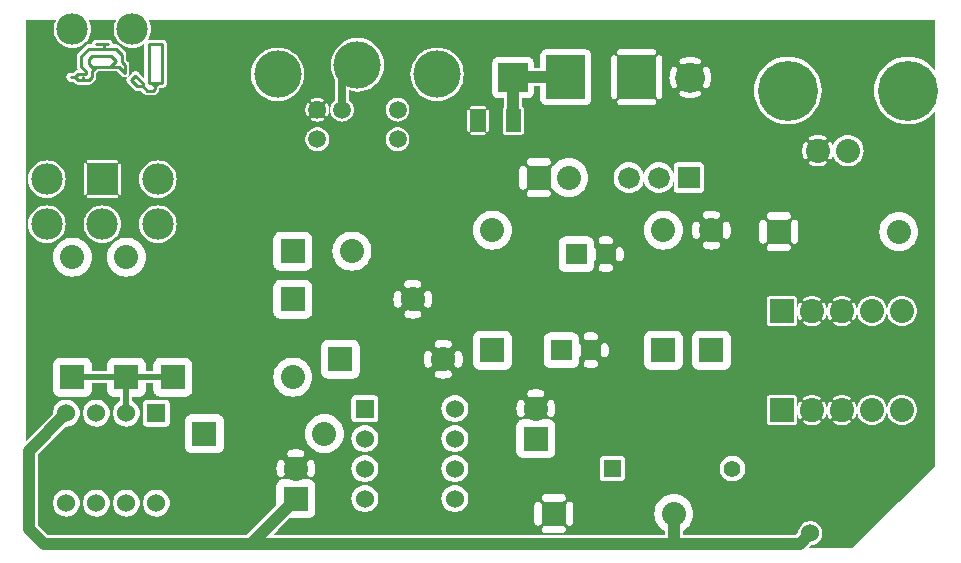
<source format=gbl>
G04 start of page 2 for group 16 layer_idx 1 *
G04 Title: (unknown), bottom_copper *
G04 Creator: pcb-rnd 2.2.2 *
G04 CreationDate: 2020-07-01 21:22:49 UTC *
G04 For:  *
G04 Format: Gerber/RS-274X *
G04 PCB-Dimensions: 416500 193500 *
G04 PCB-Coordinate-Origin: lower left *
%MOIN*%
%FSLAX25Y25*%
%LNBOTTOM_COPPER_NONE_16*%
%ADD65C,0.0276*%
%ADD64C,0.0280*%
%ADD63C,0.0710*%
%ADD62C,0.0350*%
%ADD61C,0.0300*%
%ADD60C,0.0420*%
%ADD59C,0.0394*%
%ADD58C,0.0374*%
%ADD57C,0.0320*%
%ADD56C,0.0790*%
%ADD55C,0.0358*%
%ADD54C,0.0925*%
%ADD53C,0.0650*%
%ADD52C,0.0689*%
%ADD51C,0.0600*%
%ADD50C,0.0550*%
%ADD49C,0.0720*%
%ADD48C,0.0984*%
%ADD47C,0.0800*%
%ADD46C,0.2000*%
%ADD45C,0.0591*%
%ADD44C,0.1575*%
%ADD43C,0.1050*%
%ADD42C,0.0250*%
%ADD41C,0.0400*%
%ADD40C,0.0200*%
%ADD39C,0.0090*%
%ADD38C,0.0100*%
%ADD37C,0.0001*%
G54D37*G36*
X298735Y149354D02*X300500Y149215D01*
X302265Y149354D01*
X303987Y149768D01*
X305623Y150445D01*
X307133Y151370D01*
X308479Y152521D01*
X309500Y153715D01*
Y35500D01*
X297490Y23490D01*
Y49100D01*
X297715Y49046D01*
X298500Y48985D01*
X299285Y49046D01*
X300050Y49230D01*
X300777Y49531D01*
X301448Y49942D01*
X302046Y50454D01*
X302558Y51052D01*
X302969Y51723D01*
X303270Y52450D01*
X303454Y53215D01*
X303500Y54000D01*
X303454Y54785D01*
X303270Y55550D01*
X302969Y56277D01*
X302558Y56948D01*
X302046Y57546D01*
X301448Y58058D01*
X300777Y58469D01*
X300050Y58770D01*
X299285Y58954D01*
X298500Y59015D01*
X297715Y58954D01*
X297490Y58900D01*
Y82100D01*
X297715Y82046D01*
X298500Y81985D01*
X299285Y82046D01*
X300050Y82230D01*
X300777Y82531D01*
X301448Y82942D01*
X302046Y83454D01*
X302558Y84052D01*
X302969Y84723D01*
X303270Y85450D01*
X303454Y86215D01*
X303500Y87000D01*
X303454Y87785D01*
X303270Y88550D01*
X302969Y89277D01*
X302558Y89948D01*
X302046Y90546D01*
X301448Y91058D01*
X300777Y91469D01*
X300050Y91770D01*
X299285Y91954D01*
X298500Y92015D01*
X297715Y91954D01*
X297490Y91900D01*
Y106981D01*
X297500Y106980D01*
X298520Y107060D01*
X299515Y107299D01*
X300460Y107691D01*
X301332Y108225D01*
X302110Y108890D01*
X302775Y109668D01*
X303309Y110540D01*
X303701Y111485D01*
X303940Y112480D01*
X304000Y113500D01*
X303940Y114520D01*
X303701Y115515D01*
X303309Y116460D01*
X302775Y117332D01*
X302110Y118110D01*
X301332Y118775D01*
X300460Y119309D01*
X299515Y119701D01*
X298520Y119940D01*
X297500Y120020D01*
X297490Y120019D01*
Y149653D01*
X298735Y149354D01*
G37*
G36*
X309500Y184000D02*Y167285D01*
X308479Y168479D01*
X307133Y169630D01*
X305623Y170555D01*
X303987Y171232D01*
X302265Y171646D01*
X300500Y171785D01*
X298735Y171646D01*
X297490Y171347D01*
Y184000D01*
X309500D01*
G37*
G36*
X297490D02*Y171347D01*
X297013Y171232D01*
X295377Y170555D01*
X293867Y169630D01*
X292521Y168479D01*
X291370Y167133D01*
X290445Y165623D01*
X289768Y163987D01*
X289354Y162265D01*
X289215Y160500D01*
X289354Y158735D01*
X289768Y157013D01*
X290445Y155377D01*
X291370Y153867D01*
X292521Y152521D01*
X293867Y151370D01*
X295377Y150445D01*
X297013Y149768D01*
X297490Y149653D01*
Y120019D01*
X296480Y119940D01*
X295485Y119701D01*
X294540Y119309D01*
X293668Y118775D01*
X292890Y118110D01*
X292225Y117332D01*
X291691Y116460D01*
X291299Y115515D01*
X291060Y114520D01*
X290980Y113500D01*
X291060Y112480D01*
X291299Y111485D01*
X291691Y110540D01*
X292225Y109668D01*
X292890Y108890D01*
X293668Y108225D01*
X294540Y107691D01*
X295485Y107299D01*
X296480Y107060D01*
X297490Y106981D01*
Y91900D01*
X296950Y91770D01*
X296223Y91469D01*
X295552Y91058D01*
X294954Y90546D01*
X294442Y89948D01*
X294031Y89277D01*
X293730Y88550D01*
X293546Y87785D01*
X293493Y87112D01*
X293454Y87785D01*
X293270Y88550D01*
X292969Y89277D01*
X292558Y89948D01*
X292046Y90546D01*
X291448Y91058D01*
X290777Y91469D01*
X290050Y91770D01*
X289285Y91954D01*
X288500Y92015D01*
X287715Y91954D01*
X286950Y91770D01*
X286223Y91469D01*
X285552Y91058D01*
X284954Y90546D01*
X284442Y89948D01*
X284031Y89277D01*
X283730Y88550D01*
X283546Y87785D01*
X283498Y87167D01*
X283483Y87469D01*
X283418Y87934D01*
X283308Y88391D01*
X283157Y88835D01*
X282964Y89264D01*
X282732Y89672D01*
X282685Y89736D01*
X282628Y89792D01*
X282564Y89837D01*
X282492Y89872D01*
X282417Y89896D01*
X282338Y89907D01*
X282259Y89906D01*
X282180Y89893D01*
X282105Y89867D01*
X282035Y89830D01*
X281971Y89783D01*
X281916Y89726D01*
X281870Y89661D01*
X281835Y89590D01*
X281812Y89514D01*
X281800Y89435D01*
X281801Y89356D01*
X281815Y89278D01*
X281840Y89203D01*
X281879Y89133D01*
X282068Y88809D01*
X282221Y88467D01*
X282342Y88112D01*
X282430Y87746D01*
X282482Y87375D01*
X282500Y87000D01*
X282482Y86625D01*
X282430Y86254D01*
X282342Y85888D01*
X282221Y85533D01*
X282068Y85191D01*
X281882Y84865D01*
X281844Y84796D01*
X281819Y84721D01*
X281806Y84644D01*
X281805Y84565D01*
X281816Y84487D01*
X281839Y84412D01*
X281874Y84341D01*
X281919Y84277D01*
X281974Y84221D01*
X282037Y84173D01*
X282107Y84137D01*
X282181Y84112D01*
X282259Y84098D01*
X282338Y84097D01*
X282416Y84108D01*
X282491Y84132D01*
X282561Y84166D01*
X282626Y84212D01*
X282682Y84267D01*
X282728Y84331D01*
X282964Y84736D01*
X283157Y85165D01*
X283308Y85609D01*
X283418Y86066D01*
X283483Y86531D01*
X283498Y86833D01*
X283546Y86215D01*
X283730Y85450D01*
X284031Y84723D01*
X284442Y84052D01*
X284954Y83454D01*
X285552Y82942D01*
X286223Y82531D01*
X286950Y82230D01*
X287715Y82046D01*
X288500Y81985D01*
X289285Y82046D01*
X290050Y82230D01*
X290777Y82531D01*
X291448Y82942D01*
X292046Y83454D01*
X292558Y84052D01*
X292969Y84723D01*
X293270Y85450D01*
X293454Y86215D01*
X293493Y86888D01*
X293546Y86215D01*
X293730Y85450D01*
X294031Y84723D01*
X294442Y84052D01*
X294954Y83454D01*
X295552Y82942D01*
X296223Y82531D01*
X296950Y82230D01*
X297490Y82100D01*
Y58900D01*
X296950Y58770D01*
X296223Y58469D01*
X295552Y58058D01*
X294954Y57546D01*
X294442Y56948D01*
X294031Y56277D01*
X293730Y55550D01*
X293546Y54785D01*
X293493Y54112D01*
X293454Y54785D01*
X293270Y55550D01*
X292969Y56277D01*
X292558Y56948D01*
X292046Y57546D01*
X291448Y58058D01*
X290777Y58469D01*
X290050Y58770D01*
X289285Y58954D01*
X288500Y59015D01*
X287715Y58954D01*
X286950Y58770D01*
X286223Y58469D01*
X285552Y58058D01*
X284954Y57546D01*
X284442Y56948D01*
X284031Y56277D01*
X283730Y55550D01*
X283546Y54785D01*
X283498Y54167D01*
X283483Y54469D01*
X283418Y54934D01*
X283308Y55391D01*
X283157Y55835D01*
X282964Y56264D01*
X282732Y56672D01*
X282685Y56736D01*
X282628Y56792D01*
X282564Y56837D01*
X282492Y56872D01*
X282417Y56896D01*
X282338Y56907D01*
X282259Y56906D01*
X282180Y56893D01*
X282105Y56867D01*
X282035Y56830D01*
X281971Y56783D01*
X281916Y56726D01*
X281870Y56661D01*
X281835Y56590D01*
X281812Y56514D01*
X281800Y56435D01*
X281801Y56356D01*
X281815Y56278D01*
X281840Y56203D01*
X281879Y56133D01*
X282068Y55809D01*
X282221Y55467D01*
X282342Y55112D01*
X282430Y54746D01*
X282482Y54375D01*
X282500Y54000D01*
X282482Y53625D01*
X282430Y53254D01*
X282342Y52888D01*
X282221Y52533D01*
X282068Y52191D01*
X281882Y51865D01*
X281844Y51796D01*
X281819Y51721D01*
X281806Y51644D01*
X281805Y51565D01*
X281816Y51487D01*
X281839Y51412D01*
X281874Y51341D01*
X281919Y51277D01*
X281974Y51221D01*
X282037Y51173D01*
X282107Y51137D01*
X282181Y51112D01*
X282259Y51098D01*
X282338Y51097D01*
X282416Y51108D01*
X282491Y51132D01*
X282561Y51166D01*
X282626Y51212D01*
X282682Y51267D01*
X282728Y51331D01*
X282964Y51736D01*
X283157Y52165D01*
X283308Y52609D01*
X283418Y53066D01*
X283483Y53531D01*
X283498Y53833D01*
X283546Y53215D01*
X283730Y52450D01*
X284031Y51723D01*
X284442Y51052D01*
X284954Y50454D01*
X285552Y49942D01*
X286223Y49531D01*
X286950Y49230D01*
X287715Y49046D01*
X288500Y48985D01*
X289285Y49046D01*
X290050Y49230D01*
X290777Y49531D01*
X291448Y49942D01*
X292046Y50454D01*
X292558Y51052D01*
X292969Y51723D01*
X293270Y52450D01*
X293454Y53215D01*
X293493Y53888D01*
X293546Y53215D01*
X293730Y52450D01*
X294031Y51723D01*
X294442Y51052D01*
X294954Y50454D01*
X295552Y49942D01*
X296223Y49531D01*
X296950Y49230D01*
X297490Y49100D01*
Y23490D01*
X282000Y8000D01*
X279822Y8004D01*
Y49175D01*
X279891Y49192D01*
X280335Y49343D01*
X280764Y49536D01*
X281172Y49768D01*
X281236Y49815D01*
X281292Y49872D01*
X281337Y49936D01*
X281372Y50008D01*
X281396Y50083D01*
X281407Y50162D01*
X281406Y50241D01*
X281393Y50320D01*
X281367Y50395D01*
X281330Y50465D01*
X281283Y50529D01*
X281226Y50584D01*
X281161Y50630D01*
X281090Y50665D01*
X281014Y50688D01*
X280935Y50700D01*
X280856Y50699D01*
X280778Y50685D01*
X280703Y50660D01*
X280633Y50621D01*
X280309Y50432D01*
X279967Y50279D01*
X279822Y50229D01*
Y57771D01*
X279967Y57721D01*
X280309Y57568D01*
X280635Y57382D01*
X280704Y57344D01*
X280779Y57319D01*
X280856Y57306D01*
X280935Y57305D01*
X281013Y57316D01*
X281088Y57339D01*
X281159Y57374D01*
X281223Y57419D01*
X281279Y57474D01*
X281327Y57537D01*
X281363Y57607D01*
X281388Y57681D01*
X281402Y57759D01*
X281403Y57838D01*
X281392Y57916D01*
X281368Y57991D01*
X281334Y58061D01*
X281288Y58126D01*
X281233Y58182D01*
X281169Y58228D01*
X280764Y58464D01*
X280335Y58657D01*
X279891Y58808D01*
X279822Y58825D01*
Y82175D01*
X279891Y82192D01*
X280335Y82343D01*
X280764Y82536D01*
X281172Y82768D01*
X281236Y82815D01*
X281292Y82872D01*
X281337Y82936D01*
X281372Y83008D01*
X281396Y83083D01*
X281407Y83162D01*
X281406Y83241D01*
X281393Y83320D01*
X281367Y83395D01*
X281330Y83465D01*
X281283Y83529D01*
X281226Y83584D01*
X281161Y83630D01*
X281090Y83665D01*
X281014Y83688D01*
X280935Y83700D01*
X280856Y83699D01*
X280778Y83685D01*
X280703Y83660D01*
X280633Y83621D01*
X280309Y83432D01*
X279967Y83279D01*
X279822Y83229D01*
Y90771D01*
X279967Y90721D01*
X280309Y90568D01*
X280635Y90382D01*
X280704Y90344D01*
X280779Y90319D01*
X280856Y90306D01*
X280935Y90305D01*
X281013Y90316D01*
X281088Y90339D01*
X281159Y90374D01*
X281223Y90419D01*
X281279Y90474D01*
X281327Y90537D01*
X281363Y90607D01*
X281388Y90681D01*
X281402Y90759D01*
X281403Y90838D01*
X281392Y90916D01*
X281368Y90991D01*
X281334Y91061D01*
X281288Y91126D01*
X281233Y91182D01*
X281169Y91228D01*
X280764Y91464D01*
X280335Y91657D01*
X279891Y91808D01*
X279822Y91825D01*
Y135287D01*
X280500Y135234D01*
X281324Y135299D01*
X282127Y135492D01*
X282891Y135808D01*
X283595Y136240D01*
X284224Y136776D01*
X284760Y137405D01*
X285192Y138109D01*
X285508Y138873D01*
X285701Y139676D01*
X285750Y140500D01*
X285701Y141324D01*
X285508Y142127D01*
X285192Y142891D01*
X284760Y143595D01*
X284224Y144224D01*
X283595Y144760D01*
X282891Y145192D01*
X282127Y145508D01*
X281324Y145701D01*
X280500Y145766D01*
X279822Y145713D01*
Y184000D01*
X297490D01*
G37*
G36*
X279822D02*Y145713D01*
X279676Y145701D01*
X278873Y145508D01*
X278109Y145192D01*
X277405Y144760D01*
X276776Y144224D01*
X276240Y143595D01*
X275808Y142891D01*
X275493Y142132D01*
X275476Y142192D01*
X275296Y142650D01*
X275074Y143089D01*
X275019Y143172D01*
X274951Y143244D01*
X274873Y143305D01*
X274786Y143353D01*
X274693Y143387D01*
X274596Y143406D01*
X274497Y143409D01*
X274399Y143397D01*
X274304Y143370D01*
X274214Y143328D01*
X274132Y143272D01*
X274059Y143205D01*
X273998Y143127D01*
X273950Y143040D01*
X273916Y142947D01*
X273898Y142850D01*
X273894Y142751D01*
X273906Y142652D01*
X273934Y142557D01*
X273977Y142468D01*
X274150Y142136D01*
X274287Y141788D01*
X274391Y141428D01*
X274461Y141060D01*
X274496Y140687D01*
Y140313D01*
X274461Y139940D01*
X274391Y139572D01*
X274287Y139212D01*
X274150Y138864D01*
X273981Y138529D01*
X273938Y138441D01*
X273911Y138347D01*
X273898Y138249D01*
X273902Y138151D01*
X273921Y138054D01*
X273954Y137962D01*
X274002Y137876D01*
X274062Y137798D01*
X274134Y137731D01*
X274216Y137676D01*
X274305Y137634D01*
X274400Y137607D01*
X274497Y137595D01*
X274596Y137599D01*
X274692Y137617D01*
X274785Y137651D01*
X274871Y137699D01*
X274948Y137759D01*
X275015Y137831D01*
X275069Y137914D01*
X275296Y138350D01*
X275476Y138808D01*
X275493Y138868D01*
X275808Y138109D01*
X276240Y137405D01*
X276776Y136776D01*
X277405Y136240D01*
X278109Y135808D01*
X278873Y135492D01*
X279676Y135299D01*
X279822Y135287D01*
Y91825D01*
X279434Y91918D01*
X278969Y91983D01*
X278500Y92006D01*
X278031Y91983D01*
X277566Y91918D01*
X277109Y91808D01*
X276665Y91657D01*
X276236Y91464D01*
X275828Y91232D01*
X275764Y91185D01*
X275708Y91128D01*
X275663Y91064D01*
X275628Y90992D01*
X275604Y90917D01*
X275593Y90838D01*
X275594Y90759D01*
X275607Y90680D01*
X275633Y90605D01*
X275670Y90535D01*
X275717Y90471D01*
X275774Y90416D01*
X275839Y90370D01*
X275910Y90335D01*
X275986Y90312D01*
X276065Y90300D01*
X276144Y90301D01*
X276222Y90315D01*
X276297Y90340D01*
X276367Y90379D01*
X276691Y90568D01*
X277033Y90721D01*
X277388Y90842D01*
X277754Y90930D01*
X278125Y90982D01*
X278500Y91000D01*
X278875Y90982D01*
X279246Y90930D01*
X279612Y90842D01*
X279822Y90771D01*
Y83229D01*
X279612Y83158D01*
X279246Y83070D01*
X278875Y83018D01*
X278500Y83000D01*
X278125Y83018D01*
X277754Y83070D01*
X277388Y83158D01*
X277033Y83279D01*
X276691Y83432D01*
X276364Y83618D01*
X276296Y83656D01*
X276221Y83681D01*
X276144Y83694D01*
X276065Y83695D01*
X275987Y83684D01*
X275912Y83661D01*
X275841Y83626D01*
X275777Y83581D01*
X275721Y83526D01*
X275673Y83463D01*
X275637Y83393D01*
X275612Y83319D01*
X275598Y83241D01*
X275597Y83162D01*
X275608Y83084D01*
X275632Y83009D01*
X275666Y82939D01*
X275712Y82874D01*
X275767Y82818D01*
X275831Y82772D01*
X276236Y82536D01*
X276665Y82343D01*
X277109Y82192D01*
X277566Y82082D01*
X278031Y82017D01*
X278500Y81994D01*
X278969Y82017D01*
X279434Y82082D01*
X279822Y82175D01*
Y58825D01*
X279434Y58918D01*
X278969Y58983D01*
X278500Y59006D01*
X278031Y58983D01*
X277566Y58918D01*
X277109Y58808D01*
X276665Y58657D01*
X276236Y58464D01*
X275828Y58232D01*
X275764Y58185D01*
X275708Y58128D01*
X275663Y58064D01*
X275628Y57992D01*
X275604Y57917D01*
X275593Y57838D01*
X275594Y57759D01*
X275607Y57680D01*
X275633Y57605D01*
X275670Y57535D01*
X275717Y57471D01*
X275774Y57416D01*
X275839Y57370D01*
X275910Y57335D01*
X275986Y57312D01*
X276065Y57300D01*
X276144Y57301D01*
X276222Y57315D01*
X276297Y57340D01*
X276367Y57379D01*
X276691Y57568D01*
X277033Y57721D01*
X277388Y57842D01*
X277754Y57930D01*
X278125Y57982D01*
X278500Y58000D01*
X278875Y57982D01*
X279246Y57930D01*
X279612Y57842D01*
X279822Y57771D01*
Y50229D01*
X279612Y50158D01*
X279246Y50070D01*
X278875Y50018D01*
X278500Y50000D01*
X278125Y50018D01*
X277754Y50070D01*
X277388Y50158D01*
X277033Y50279D01*
X276691Y50432D01*
X276364Y50618D01*
X276296Y50656D01*
X276221Y50681D01*
X276144Y50694D01*
X276065Y50695D01*
X275987Y50684D01*
X275912Y50661D01*
X275841Y50626D01*
X275777Y50581D01*
X275721Y50526D01*
X275673Y50463D01*
X275637Y50393D01*
X275612Y50319D01*
X275598Y50241D01*
X275597Y50162D01*
X275608Y50084D01*
X275632Y50009D01*
X275666Y49939D01*
X275712Y49874D01*
X275767Y49818D01*
X275831Y49772D01*
X276236Y49536D01*
X276665Y49343D01*
X277109Y49192D01*
X277566Y49082D01*
X278031Y49017D01*
X278500Y48994D01*
X278969Y49017D01*
X279434Y49082D01*
X279822Y49175D01*
Y8004D01*
X273500Y8016D01*
Y53883D01*
X273517Y53531D01*
X273582Y53066D01*
X273692Y52609D01*
X273843Y52165D01*
X274036Y51736D01*
X274268Y51328D01*
X274315Y51264D01*
X274372Y51208D01*
X274436Y51163D01*
X274508Y51128D01*
X274583Y51104D01*
X274662Y51093D01*
X274741Y51094D01*
X274820Y51107D01*
X274895Y51133D01*
X274965Y51170D01*
X275029Y51217D01*
X275084Y51274D01*
X275130Y51339D01*
X275165Y51410D01*
X275188Y51486D01*
X275200Y51565D01*
X275199Y51644D01*
X275185Y51722D01*
X275160Y51797D01*
X275121Y51867D01*
X274932Y52191D01*
X274779Y52533D01*
X274658Y52888D01*
X274570Y53254D01*
X274518Y53625D01*
X274500Y54000D01*
X274518Y54375D01*
X274570Y54746D01*
X274658Y55112D01*
X274779Y55467D01*
X274932Y55809D01*
X275118Y56136D01*
X275156Y56204D01*
X275181Y56279D01*
X275194Y56356D01*
X275195Y56435D01*
X275184Y56513D01*
X275161Y56588D01*
X275126Y56659D01*
X275081Y56723D01*
X275026Y56779D01*
X274963Y56827D01*
X274893Y56863D01*
X274819Y56889D01*
X274741Y56902D01*
X274662Y56903D01*
X274584Y56892D01*
X274509Y56868D01*
X274439Y56834D01*
X274374Y56788D01*
X274318Y56733D01*
X274272Y56669D01*
X274036Y56264D01*
X273843Y55835D01*
X273692Y55391D01*
X273582Y54934D01*
X273517Y54469D01*
X273500Y54117D01*
Y86883D01*
X273517Y86531D01*
X273582Y86066D01*
X273692Y85609D01*
X273843Y85165D01*
X274036Y84736D01*
X274268Y84328D01*
X274315Y84264D01*
X274372Y84208D01*
X274436Y84163D01*
X274508Y84128D01*
X274583Y84104D01*
X274662Y84093D01*
X274741Y84094D01*
X274820Y84107D01*
X274895Y84133D01*
X274965Y84170D01*
X275029Y84217D01*
X275084Y84274D01*
X275130Y84339D01*
X275165Y84410D01*
X275188Y84486D01*
X275200Y84565D01*
X275199Y84644D01*
X275185Y84722D01*
X275160Y84797D01*
X275121Y84867D01*
X274932Y85191D01*
X274779Y85533D01*
X274658Y85888D01*
X274570Y86254D01*
X274518Y86625D01*
X274500Y87000D01*
X274518Y87375D01*
X274570Y87746D01*
X274658Y88112D01*
X274779Y88467D01*
X274932Y88809D01*
X275118Y89136D01*
X275156Y89204D01*
X275181Y89279D01*
X275194Y89356D01*
X275195Y89435D01*
X275184Y89513D01*
X275161Y89588D01*
X275126Y89659D01*
X275081Y89723D01*
X275026Y89779D01*
X274963Y89827D01*
X274893Y89863D01*
X274819Y89889D01*
X274741Y89902D01*
X274662Y89903D01*
X274584Y89892D01*
X274509Y89868D01*
X274439Y89834D01*
X274374Y89788D01*
X274318Y89733D01*
X274272Y89669D01*
X274036Y89264D01*
X273843Y88835D01*
X273692Y88391D01*
X273582Y87934D01*
X273517Y87469D01*
X273500Y87117D01*
Y184000D01*
X279822D01*
G37*
G36*
X273500D02*Y87117D01*
X273483Y87469D01*
X273418Y87934D01*
X273308Y88391D01*
X273157Y88835D01*
X272964Y89264D01*
X272732Y89672D01*
X272685Y89736D01*
X272628Y89792D01*
X272564Y89837D01*
X272492Y89872D01*
X272417Y89896D01*
X272338Y89907D01*
X272259Y89906D01*
X272180Y89893D01*
X272105Y89867D01*
X272035Y89830D01*
X271971Y89783D01*
X271916Y89726D01*
X271870Y89661D01*
X271835Y89590D01*
X271812Y89514D01*
X271800Y89435D01*
X271801Y89356D01*
X271815Y89278D01*
X271840Y89203D01*
X271879Y89133D01*
X272068Y88809D01*
X272221Y88467D01*
X272342Y88112D01*
X272430Y87746D01*
X272482Y87375D01*
X272500Y87000D01*
X272482Y86625D01*
X272430Y86254D01*
X272342Y85888D01*
X272221Y85533D01*
X272068Y85191D01*
X271882Y84865D01*
X271844Y84796D01*
X271819Y84721D01*
X271806Y84644D01*
X271805Y84565D01*
X271816Y84487D01*
X271839Y84412D01*
X271874Y84341D01*
X271919Y84277D01*
X271974Y84221D01*
X272037Y84173D01*
X272107Y84137D01*
X272181Y84112D01*
X272259Y84098D01*
X272338Y84097D01*
X272416Y84108D01*
X272491Y84132D01*
X272561Y84166D01*
X272626Y84212D01*
X272682Y84267D01*
X272728Y84331D01*
X272964Y84736D01*
X273157Y85165D01*
X273308Y85609D01*
X273418Y86066D01*
X273483Y86531D01*
X273500Y86883D01*
X273500Y86883D01*
Y54117D01*
X273483Y54469D01*
X273418Y54934D01*
X273308Y55391D01*
X273157Y55835D01*
X272964Y56264D01*
X272732Y56672D01*
X272685Y56736D01*
X272628Y56792D01*
X272564Y56837D01*
X272492Y56872D01*
X272417Y56896D01*
X272338Y56907D01*
X272259Y56906D01*
X272180Y56893D01*
X272105Y56867D01*
X272035Y56830D01*
X271971Y56783D01*
X271916Y56726D01*
X271870Y56661D01*
X271835Y56590D01*
X271812Y56514D01*
X271800Y56435D01*
X271801Y56356D01*
X271815Y56278D01*
X271840Y56203D01*
X271879Y56133D01*
X272068Y55809D01*
X272221Y55467D01*
X272342Y55112D01*
X272430Y54746D01*
X272482Y54375D01*
X272500Y54000D01*
X272482Y53625D01*
X272430Y53254D01*
X272342Y52888D01*
X272221Y52533D01*
X272068Y52191D01*
X271882Y51865D01*
X271844Y51796D01*
X271819Y51721D01*
X271806Y51644D01*
X271805Y51565D01*
X271816Y51487D01*
X271839Y51412D01*
X271874Y51341D01*
X271919Y51277D01*
X271974Y51221D01*
X272037Y51173D01*
X272107Y51137D01*
X272181Y51112D01*
X272259Y51098D01*
X272338Y51097D01*
X272416Y51108D01*
X272491Y51132D01*
X272561Y51166D01*
X272626Y51212D01*
X272682Y51267D01*
X272728Y51331D01*
X272964Y51736D01*
X273157Y52165D01*
X273308Y52609D01*
X273418Y53066D01*
X273483Y53531D01*
X273500Y53883D01*
X273500Y53883D01*
Y8016D01*
X270502Y8021D01*
Y9877D01*
X270837Y10163D01*
X271246Y10642D01*
X271575Y11178D01*
X271816Y11760D01*
X271963Y12372D01*
X272000Y13000D01*
X271963Y13628D01*
X271816Y14240D01*
X271575Y14822D01*
X271246Y15358D01*
X270837Y15837D01*
X270502Y16123D01*
Y49418D01*
X270764Y49536D01*
X271172Y49768D01*
X271236Y49815D01*
X271292Y49872D01*
X271337Y49936D01*
X271372Y50008D01*
X271396Y50083D01*
X271407Y50162D01*
X271406Y50241D01*
X271393Y50320D01*
X271367Y50395D01*
X271330Y50465D01*
X271283Y50529D01*
X271226Y50584D01*
X271161Y50630D01*
X271090Y50665D01*
X271014Y50688D01*
X270935Y50700D01*
X270856Y50699D01*
X270778Y50685D01*
X270703Y50660D01*
X270633Y50621D01*
X270502Y50545D01*
Y57458D01*
X270635Y57382D01*
X270704Y57344D01*
X270779Y57319D01*
X270856Y57306D01*
X270935Y57305D01*
X271013Y57316D01*
X271088Y57339D01*
X271159Y57374D01*
X271223Y57419D01*
X271279Y57474D01*
X271327Y57537D01*
X271363Y57607D01*
X271388Y57681D01*
X271402Y57759D01*
X271403Y57838D01*
X271392Y57916D01*
X271368Y57991D01*
X271334Y58061D01*
X271288Y58126D01*
X271233Y58182D01*
X271169Y58228D01*
X270764Y58464D01*
X270502Y58582D01*
Y82418D01*
X270764Y82536D01*
X271172Y82768D01*
X271236Y82815D01*
X271292Y82872D01*
X271337Y82936D01*
X271372Y83008D01*
X271396Y83083D01*
X271407Y83162D01*
X271406Y83241D01*
X271393Y83320D01*
X271367Y83395D01*
X271330Y83465D01*
X271283Y83529D01*
X271226Y83584D01*
X271161Y83630D01*
X271090Y83665D01*
X271014Y83688D01*
X270935Y83700D01*
X270856Y83699D01*
X270778Y83685D01*
X270703Y83660D01*
X270633Y83621D01*
X270502Y83545D01*
Y90458D01*
X270635Y90382D01*
X270704Y90344D01*
X270779Y90319D01*
X270856Y90306D01*
X270935Y90305D01*
X271013Y90316D01*
X271088Y90339D01*
X271159Y90374D01*
X271223Y90419D01*
X271279Y90474D01*
X271327Y90537D01*
X271363Y90607D01*
X271388Y90681D01*
X271402Y90759D01*
X271403Y90838D01*
X271392Y90916D01*
X271368Y90991D01*
X271334Y91061D01*
X271288Y91126D01*
X271233Y91182D01*
X271169Y91228D01*
X270764Y91464D01*
X270502Y91582D01*
Y135250D01*
X270746D01*
X271236Y135296D01*
X271719Y135388D01*
X272192Y135524D01*
X272650Y135704D01*
X273089Y135926D01*
X273172Y135981D01*
X273244Y136049D01*
X273305Y136127D01*
X273353Y136214D01*
X273387Y136307D01*
X273406Y136404D01*
X273409Y136503D01*
X273397Y136601D01*
X273370Y136696D01*
X273328Y136786D01*
X273272Y136868D01*
X273205Y136941D01*
X273127Y137002D01*
X273040Y137050D01*
X272947Y137084D01*
X272850Y137102D01*
X272751Y137106D01*
X272652Y137094D01*
X272557Y137066D01*
X272468Y137023D01*
X272136Y136850D01*
X271788Y136713D01*
X271428Y136609D01*
X271060Y136539D01*
X270687Y136504D01*
X270502D01*
Y144496D01*
X270687D01*
X271060Y144461D01*
X271428Y144391D01*
X271788Y144287D01*
X272136Y144150D01*
X272471Y143981D01*
X272559Y143938D01*
X272653Y143911D01*
X272751Y143898D01*
X272849Y143902D01*
X272946Y143921D01*
X273038Y143954D01*
X273124Y144002D01*
X273202Y144062D01*
X273269Y144134D01*
X273324Y144216D01*
X273366Y144305D01*
X273393Y144400D01*
X273405Y144497D01*
X273401Y144596D01*
X273383Y144692D01*
X273349Y144785D01*
X273301Y144871D01*
X273241Y144948D01*
X273169Y145015D01*
X273086Y145069D01*
X272650Y145296D01*
X272192Y145476D01*
X271719Y145612D01*
X271236Y145704D01*
X270746Y145750D01*
X270502D01*
Y155291D01*
X270555Y155377D01*
X271232Y157013D01*
X271646Y158735D01*
X271750Y160500D01*
X271646Y162265D01*
X271232Y163987D01*
X270555Y165623D01*
X270502Y165709D01*
Y184000D01*
X273500D01*
G37*
G36*
X266222Y57315D02*X266297Y57340D01*
X266367Y57379D01*
X266691Y57568D01*
X267033Y57721D01*
X267388Y57842D01*
X267754Y57930D01*
X268125Y57982D01*
X268500Y58000D01*
X268875Y57982D01*
X269246Y57930D01*
X269612Y57842D01*
X269967Y57721D01*
X270309Y57568D01*
X270502Y57458D01*
Y50545D01*
X270309Y50432D01*
X269967Y50279D01*
X269612Y50158D01*
X269246Y50070D01*
X268875Y50018D01*
X268500Y50000D01*
X268125Y50018D01*
X267754Y50070D01*
X267388Y50158D01*
X267033Y50279D01*
X266691Y50432D01*
X266364Y50618D01*
X266296Y50656D01*
X266221Y50681D01*
X266178Y50688D01*
Y57307D01*
X266222Y57315D01*
G37*
G36*
X266236Y82536D02*X266665Y82343D01*
X267109Y82192D01*
X267566Y82082D01*
X268031Y82017D01*
X268500Y81994D01*
X268969Y82017D01*
X269434Y82082D01*
X269891Y82192D01*
X270335Y82343D01*
X270502Y82418D01*
Y58582D01*
X270335Y58657D01*
X269891Y58808D01*
X269434Y58918D01*
X268969Y58983D01*
X268500Y59006D01*
X268031Y58983D01*
X267566Y58918D01*
X267109Y58808D01*
X266665Y58657D01*
X266236Y58464D01*
X266178Y58431D01*
Y82570D01*
X266236Y82536D01*
G37*
G36*
X266222Y90315D02*X266297Y90340D01*
X266367Y90379D01*
X266691Y90568D01*
X267033Y90721D01*
X267388Y90842D01*
X267754Y90930D01*
X268125Y90982D01*
X268500Y91000D01*
X268875Y90982D01*
X269246Y90930D01*
X269612Y90842D01*
X269967Y90721D01*
X270309Y90568D01*
X270502Y90458D01*
Y83545D01*
X270309Y83432D01*
X269967Y83279D01*
X269612Y83158D01*
X269246Y83070D01*
X268875Y83018D01*
X268500Y83000D01*
X268125Y83018D01*
X267754Y83070D01*
X267388Y83158D01*
X267033Y83279D01*
X266691Y83432D01*
X266364Y83618D01*
X266296Y83656D01*
X266221Y83681D01*
X266178Y83688D01*
Y90307D01*
X266222Y90315D01*
G37*
G36*
X267133Y151370D02*X268479Y152521D01*
X269630Y153867D01*
X270502Y155291D01*
Y145750D01*
X270254D01*
X269764Y145704D01*
X269281Y145612D01*
X268808Y145476D01*
X268350Y145296D01*
X267911Y145074D01*
X267828Y145019D01*
X267756Y144951D01*
X267695Y144873D01*
X267647Y144786D01*
X267613Y144693D01*
X267594Y144596D01*
X267591Y144497D01*
X267603Y144399D01*
X267630Y144304D01*
X267672Y144214D01*
X267728Y144132D01*
X267795Y144059D01*
X267873Y143998D01*
X267960Y143950D01*
X268053Y143916D01*
X268150Y143898D01*
X268249Y143894D01*
X268348Y143906D01*
X268443Y143934D01*
X268532Y143977D01*
X268864Y144150D01*
X269212Y144287D01*
X269572Y144391D01*
X269940Y144461D01*
X270313Y144496D01*
X270502D01*
Y136504D01*
X270313D01*
X269940Y136539D01*
X269572Y136609D01*
X269212Y136713D01*
X268864Y136850D01*
X268529Y137019D01*
X268441Y137062D01*
X268347Y137089D01*
X268249Y137102D01*
X268151Y137098D01*
X268054Y137079D01*
X267962Y137046D01*
X267876Y136998D01*
X267798Y136938D01*
X267731Y136866D01*
X267676Y136784D01*
X267634Y136695D01*
X267607Y136600D01*
X267595Y136503D01*
X267599Y136404D01*
X267617Y136308D01*
X267651Y136215D01*
X267699Y136129D01*
X267759Y136052D01*
X267831Y135985D01*
X267914Y135931D01*
X268350Y135704D01*
X268808Y135524D01*
X269281Y135388D01*
X269764Y135296D01*
X270254Y135250D01*
X270502D01*
Y91582D01*
X270335Y91657D01*
X269891Y91808D01*
X269434Y91918D01*
X268969Y91983D01*
X268500Y92006D01*
X268031Y91983D01*
X267566Y91918D01*
X267109Y91808D01*
X266665Y91657D01*
X266236Y91464D01*
X266178Y91431D01*
Y137667D01*
X266214Y137647D01*
X266307Y137613D01*
X266404Y137594D01*
X266503Y137591D01*
X266601Y137603D01*
X266696Y137630D01*
X266786Y137672D01*
X266868Y137728D01*
X266941Y137795D01*
X267002Y137873D01*
X267050Y137960D01*
X267084Y138053D01*
X267102Y138150D01*
X267106Y138249D01*
X267094Y138348D01*
X267066Y138443D01*
X267023Y138532D01*
X266850Y138864D01*
X266713Y139212D01*
X266609Y139572D01*
X266539Y139940D01*
X266504Y140313D01*
Y140687D01*
X266539Y141060D01*
X266609Y141428D01*
X266713Y141788D01*
X266850Y142136D01*
X267019Y142471D01*
X267062Y142559D01*
X267089Y142653D01*
X267102Y142751D01*
X267098Y142849D01*
X267079Y142946D01*
X267046Y143038D01*
X266998Y143124D01*
X266938Y143202D01*
X266866Y143269D01*
X266784Y143324D01*
X266695Y143366D01*
X266600Y143393D01*
X266503Y143405D01*
X266404Y143401D01*
X266308Y143383D01*
X266215Y143349D01*
X266178Y143328D01*
Y150785D01*
X267133Y151370D01*
G37*
G36*
X270358Y16246D02*X269822Y16575D01*
X269240Y16816D01*
X268628Y16963D01*
X268000Y17012D01*
X267372Y16963D01*
X266760Y16816D01*
X266178Y16575D01*
X266178Y16575D01*
Y49570D01*
X266236Y49536D01*
X266665Y49343D01*
X267109Y49192D01*
X267566Y49082D01*
X268031Y49017D01*
X268500Y48994D01*
X268969Y49017D01*
X269434Y49082D01*
X269891Y49192D01*
X270335Y49343D01*
X270502Y49418D01*
Y16123D01*
X270358Y16246D01*
G37*
G36*
X265642D02*X265163Y15837D01*
X264754Y15358D01*
X264425Y14822D01*
X264184Y14240D01*
X264037Y13628D01*
X264007Y13250D01*
X263257Y12500D01*
X260483D01*
Y49000D01*
X262461D01*
X262500Y48997D01*
X262657Y49009D01*
X262657Y49009D01*
X262810Y49046D01*
X262955Y49106D01*
X263090Y49188D01*
X263209Y49291D01*
X263312Y49410D01*
X263394Y49545D01*
X263454Y49690D01*
X263491Y49843D01*
X263503Y50000D01*
X263500Y50039D01*
Y53883D01*
X263517Y53531D01*
X263582Y53066D01*
X263692Y52609D01*
X263843Y52165D01*
X264036Y51736D01*
X264268Y51328D01*
X264315Y51264D01*
X264372Y51208D01*
X264436Y51163D01*
X264508Y51128D01*
X264583Y51104D01*
X264662Y51093D01*
X264741Y51094D01*
X264820Y51107D01*
X264895Y51133D01*
X264965Y51170D01*
X265029Y51217D01*
X265084Y51274D01*
X265130Y51339D01*
X265165Y51410D01*
X265188Y51486D01*
X265200Y51565D01*
X265199Y51644D01*
X265185Y51722D01*
X265160Y51797D01*
X265121Y51867D01*
X264932Y52191D01*
X264779Y52533D01*
X264658Y52888D01*
X264570Y53254D01*
X264518Y53625D01*
X264500Y54000D01*
X264518Y54375D01*
X264570Y54746D01*
X264658Y55112D01*
X264779Y55467D01*
X264932Y55809D01*
X265118Y56136D01*
X265156Y56204D01*
X265181Y56279D01*
X265194Y56356D01*
X265195Y56435D01*
X265184Y56513D01*
X265161Y56588D01*
X265126Y56659D01*
X265081Y56723D01*
X265026Y56779D01*
X264963Y56827D01*
X264893Y56863D01*
X264819Y56889D01*
X264741Y56902D01*
X264662Y56903D01*
X264584Y56892D01*
X264509Y56868D01*
X264439Y56834D01*
X264374Y56788D01*
X264318Y56733D01*
X264272Y56669D01*
X264036Y56264D01*
X263843Y55835D01*
X263692Y55391D01*
X263582Y54934D01*
X263517Y54469D01*
X263500Y54117D01*
Y57961D01*
X263503Y58000D01*
X263491Y58157D01*
X263491Y58157D01*
X263454Y58310D01*
X263394Y58455D01*
X263312Y58590D01*
X263209Y58709D01*
X263090Y58812D01*
X262955Y58894D01*
X262810Y58954D01*
X262657Y58991D01*
X262500Y59003D01*
X262461Y59000D01*
X260483D01*
Y82000D01*
X262461D01*
X262500Y81997D01*
X262657Y82009D01*
X262657Y82009D01*
X262810Y82046D01*
X262955Y82106D01*
X263090Y82188D01*
X263209Y82291D01*
X263312Y82410D01*
X263394Y82545D01*
X263454Y82690D01*
X263491Y82843D01*
X263503Y83000D01*
X263500Y83039D01*
Y86883D01*
X263517Y86531D01*
X263582Y86066D01*
X263692Y85609D01*
X263843Y85165D01*
X264036Y84736D01*
X264268Y84328D01*
X264315Y84264D01*
X264372Y84208D01*
X264436Y84163D01*
X264508Y84128D01*
X264583Y84104D01*
X264662Y84093D01*
X264741Y84094D01*
X264820Y84107D01*
X264895Y84133D01*
X264965Y84170D01*
X265029Y84217D01*
X265084Y84274D01*
X265130Y84339D01*
X265165Y84410D01*
X265188Y84486D01*
X265200Y84565D01*
X265199Y84644D01*
X265185Y84722D01*
X265160Y84797D01*
X265121Y84867D01*
X264932Y85191D01*
X264779Y85533D01*
X264658Y85888D01*
X264570Y86254D01*
X264518Y86625D01*
X264500Y87000D01*
X264518Y87375D01*
X264570Y87746D01*
X264658Y88112D01*
X264779Y88467D01*
X264932Y88809D01*
X265118Y89136D01*
X265156Y89204D01*
X265181Y89279D01*
X265194Y89356D01*
X265195Y89435D01*
X265184Y89513D01*
X265161Y89588D01*
X265126Y89659D01*
X265081Y89723D01*
X265026Y89779D01*
X264963Y89827D01*
X264893Y89863D01*
X264819Y89889D01*
X264741Y89902D01*
X264662Y89903D01*
X264584Y89892D01*
X264509Y89868D01*
X264439Y89834D01*
X264374Y89788D01*
X264318Y89733D01*
X264272Y89669D01*
X264036Y89264D01*
X263843Y88835D01*
X263692Y88391D01*
X263582Y87934D01*
X263517Y87469D01*
X263500Y87117D01*
Y90961D01*
X263503Y91000D01*
X263491Y91157D01*
X263491Y91157D01*
X263454Y91310D01*
X263394Y91455D01*
X263312Y91590D01*
X263209Y91709D01*
X263090Y91812D01*
X262955Y91894D01*
X262810Y91954D01*
X262657Y91991D01*
X262500Y92003D01*
X262461Y92000D01*
X260483D01*
Y107020D01*
X260637Y107058D01*
X260819Y107133D01*
X260987Y107236D01*
X261137Y107363D01*
X261264Y107513D01*
X261367Y107681D01*
X261442Y107863D01*
X261488Y108054D01*
X261504Y108250D01*
X261488Y108446D01*
X261442Y108637D01*
X261367Y108819D01*
X261264Y108987D01*
X261137Y109137D01*
X260987Y109264D01*
X260819Y109367D01*
X260637Y109442D01*
X260483Y109480D01*
Y109500D01*
X261500D01*
Y110750D01*
X261512Y110554D01*
X261558Y110363D01*
X261633Y110181D01*
X261736Y110013D01*
X261863Y109863D01*
X262013Y109736D01*
X262181Y109633D01*
X262363Y109558D01*
X262554Y109512D01*
X262750Y109496D01*
X262946Y109512D01*
X263137Y109558D01*
X263319Y109633D01*
X263487Y109736D01*
X263637Y109863D01*
X263764Y110013D01*
X263867Y110181D01*
X263942Y110363D01*
X263988Y110554D01*
X264000Y110750D01*
Y116250D01*
X263988Y116446D01*
X263942Y116637D01*
X263867Y116819D01*
X263764Y116987D01*
X263637Y117137D01*
X263487Y117264D01*
X263319Y117367D01*
X263137Y117442D01*
X262946Y117488D01*
X262750Y117504D01*
X262554Y117488D01*
X262363Y117442D01*
X262181Y117367D01*
X262013Y117264D01*
X261863Y117137D01*
X261736Y116987D01*
X261633Y116819D01*
X261558Y116637D01*
X261512Y116446D01*
X261500Y116250D01*
Y117500D01*
X260483D01*
Y117520D01*
X260637Y117558D01*
X260819Y117633D01*
X260987Y117736D01*
X261137Y117863D01*
X261264Y118013D01*
X261367Y118181D01*
X261442Y118363D01*
X261488Y118554D01*
X261504Y118750D01*
X261488Y118946D01*
X261442Y119137D01*
X261367Y119319D01*
X261264Y119487D01*
X261137Y119637D01*
X260987Y119764D01*
X260819Y119867D01*
X260637Y119942D01*
X260483Y119980D01*
Y149217D01*
X260500Y149215D01*
X262265Y149354D01*
X263987Y149768D01*
X265623Y150445D01*
X266178Y150785D01*
Y143328D01*
X266129Y143301D01*
X266052Y143241D01*
X265985Y143169D01*
X265931Y143086D01*
X265704Y142650D01*
X265524Y142192D01*
X265388Y141719D01*
X265296Y141236D01*
X265250Y140746D01*
Y140254D01*
X265296Y139764D01*
X265388Y139281D01*
X265524Y138808D01*
X265704Y138350D01*
X265926Y137911D01*
X265981Y137828D01*
X266049Y137756D01*
X266127Y137695D01*
X266178Y137667D01*
Y91431D01*
X265828Y91232D01*
X265764Y91185D01*
X265708Y91128D01*
X265663Y91064D01*
X265628Y90992D01*
X265604Y90917D01*
X265593Y90838D01*
X265594Y90759D01*
X265607Y90680D01*
X265633Y90605D01*
X265670Y90535D01*
X265717Y90471D01*
X265774Y90416D01*
X265839Y90370D01*
X265910Y90335D01*
X265986Y90312D01*
X266065Y90300D01*
X266144Y90301D01*
X266178Y90307D01*
Y83688D01*
X266144Y83694D01*
X266065Y83695D01*
X265987Y83684D01*
X265912Y83661D01*
X265841Y83626D01*
X265777Y83581D01*
X265721Y83526D01*
X265673Y83463D01*
X265637Y83393D01*
X265612Y83319D01*
X265598Y83241D01*
X265597Y83162D01*
X265608Y83084D01*
X265632Y83009D01*
X265666Y82939D01*
X265712Y82874D01*
X265767Y82818D01*
X265831Y82772D01*
X266178Y82570D01*
Y58431D01*
X265828Y58232D01*
X265764Y58185D01*
X265708Y58128D01*
X265663Y58064D01*
X265628Y57992D01*
X265604Y57917D01*
X265593Y57838D01*
X265594Y57759D01*
X265607Y57680D01*
X265633Y57605D01*
X265670Y57535D01*
X265717Y57471D01*
X265774Y57416D01*
X265839Y57370D01*
X265910Y57335D01*
X265986Y57312D01*
X266065Y57300D01*
X266144Y57301D01*
X266178Y57307D01*
Y50688D01*
X266144Y50694D01*
X266065Y50695D01*
X265987Y50684D01*
X265912Y50661D01*
X265841Y50626D01*
X265777Y50581D01*
X265721Y50526D01*
X265673Y50463D01*
X265637Y50393D01*
X265612Y50319D01*
X265598Y50241D01*
X265597Y50162D01*
X265608Y50084D01*
X265632Y50009D01*
X265666Y49939D01*
X265712Y49874D01*
X265767Y49818D01*
X265831Y49772D01*
X266178Y49570D01*
Y16575D01*
X265642Y16246D01*
G37*
G36*
X267270Y8027D02*X268250Y9007D01*
X268628Y9037D01*
X269240Y9184D01*
X269822Y9425D01*
X270358Y9754D01*
X270502Y9877D01*
Y8021D01*
X267270Y8027D01*
G37*
G36*
X270502Y184000D02*Y165709D01*
X269630Y167133D01*
X268479Y168479D01*
X267133Y169630D01*
X265623Y170555D01*
X263987Y171232D01*
X262265Y171646D01*
X260500Y171785D01*
X260483Y171783D01*
Y184000D01*
X270502D01*
G37*
G36*
X260250Y117500D02*X260446Y117512D01*
X260483Y117520D01*
Y117500D01*
X260250D01*
G37*
G36*
X260446Y109488D02*X260250Y109500D01*
X260483D01*
Y109480D01*
X260446Y109488D01*
G37*
G36*
X260483Y184000D02*Y171783D01*
X258735Y171646D01*
X257013Y171232D01*
X255377Y170555D01*
X253867Y169630D01*
X252521Y168479D01*
X251370Y167133D01*
X250445Y165623D01*
X249768Y163987D01*
X249354Y162265D01*
X249215Y160500D01*
X249354Y158735D01*
X249768Y157013D01*
X250445Y155377D01*
X251370Y153867D01*
X252521Y152521D01*
X253867Y151370D01*
X255377Y150445D01*
X257013Y149768D01*
X258735Y149354D01*
X260483Y149217D01*
Y119980D01*
X260446Y119988D01*
X260250Y120000D01*
X254750D01*
X254554Y119988D01*
X254363Y119942D01*
X254181Y119867D01*
X254013Y119764D01*
X253863Y119637D01*
X253736Y119487D01*
X253633Y119319D01*
X253558Y119137D01*
X253512Y118946D01*
X253496Y118750D01*
X253512Y118554D01*
X253558Y118363D01*
X253633Y118181D01*
X253736Y118013D01*
X253863Y117863D01*
X254013Y117736D01*
X254181Y117633D01*
X254363Y117558D01*
X254554Y117512D01*
X254750Y117500D01*
X253500D01*
Y116250D01*
X253488Y116446D01*
X253442Y116637D01*
X253367Y116819D01*
X253264Y116987D01*
X253137Y117137D01*
X252987Y117264D01*
X252819Y117367D01*
X252637Y117442D01*
X252446Y117488D01*
X252250Y117504D01*
X252054Y117488D01*
X251863Y117442D01*
X251681Y117367D01*
X251513Y117264D01*
X251363Y117137D01*
X251236Y116987D01*
X251133Y116819D01*
X251058Y116637D01*
X251012Y116446D01*
X251000Y116250D01*
Y110750D01*
X251012Y110554D01*
X251058Y110363D01*
X251133Y110181D01*
X251236Y110013D01*
X251363Y109863D01*
X251513Y109736D01*
X251681Y109633D01*
X251863Y109558D01*
X252054Y109512D01*
X252250Y109496D01*
X252446Y109512D01*
X252637Y109558D01*
X252819Y109633D01*
X252987Y109736D01*
X253137Y109863D01*
X253264Y110013D01*
X253367Y110181D01*
X253442Y110363D01*
X253488Y110554D01*
X253500Y110750D01*
Y109500D01*
X254750D01*
X254554Y109488D01*
X254363Y109442D01*
X254181Y109367D01*
X254013Y109264D01*
X253863Y109137D01*
X253736Y108987D01*
X253633Y108819D01*
X253558Y108637D01*
X253512Y108446D01*
X253496Y108250D01*
X253512Y108054D01*
X253558Y107863D01*
X253633Y107681D01*
X253736Y107513D01*
X253863Y107363D01*
X254013Y107236D01*
X254181Y107133D01*
X254363Y107058D01*
X254554Y107012D01*
X254750Y107000D01*
X260250D01*
X260446Y107012D01*
X260483Y107020D01*
Y92000D01*
X254539D01*
X254500Y92003D01*
X254343Y91991D01*
X254343Y91991D01*
X254190Y91954D01*
X254045Y91894D01*
X253910Y91812D01*
X253791Y91709D01*
X253688Y91590D01*
X253606Y91455D01*
X253546Y91310D01*
X253509Y91157D01*
X253497Y91000D01*
X253500Y90961D01*
Y83039D01*
X253497Y83000D01*
X253509Y82843D01*
X253509Y82843D01*
X253546Y82690D01*
X253606Y82545D01*
X253688Y82410D01*
X253791Y82291D01*
X253910Y82188D01*
X254045Y82106D01*
X254190Y82046D01*
X254343Y82009D01*
X254500Y81997D01*
X254539Y82000D01*
X260483D01*
Y59000D01*
X254539D01*
X254500Y59003D01*
X254343Y58991D01*
X254343Y58991D01*
X254190Y58954D01*
X254045Y58894D01*
X253910Y58812D01*
X253791Y58709D01*
X253688Y58590D01*
X253606Y58455D01*
X253546Y58310D01*
X253509Y58157D01*
X253497Y58000D01*
X253500Y57961D01*
Y50039D01*
X253497Y50000D01*
X253509Y49843D01*
X253509Y49843D01*
X253546Y49690D01*
X253606Y49545D01*
X253688Y49410D01*
X253791Y49291D01*
X253910Y49188D01*
X254045Y49106D01*
X254190Y49046D01*
X254343Y49009D01*
X254500Y48997D01*
X254539Y49000D01*
X260483D01*
Y12500D01*
X240122D01*
Y30678D01*
X240683Y30446D01*
X241333Y30289D01*
X242000Y30237D01*
X242667Y30289D01*
X243317Y30446D01*
X243935Y30702D01*
X244506Y31051D01*
X245014Y31486D01*
X245449Y31994D01*
X245798Y32565D01*
X246054Y33183D01*
X246211Y33833D01*
X246250Y34500D01*
X246211Y35167D01*
X246054Y35817D01*
X245798Y36435D01*
X245449Y37006D01*
X245014Y37514D01*
X244506Y37949D01*
X243935Y38298D01*
X243317Y38554D01*
X242667Y38711D01*
X242000Y38763D01*
X241333Y38711D01*
X240683Y38554D01*
X240122Y38322D01*
Y67759D01*
X240138Y67766D01*
X240474Y67971D01*
X240773Y68227D01*
X241029Y68526D01*
X241234Y68862D01*
X241385Y69225D01*
X241477Y69608D01*
X241508Y70000D01*
X241500Y70098D01*
Y77902D01*
X241508Y78000D01*
X241477Y78392D01*
X241477Y78392D01*
X241385Y78775D01*
X241234Y79138D01*
X241029Y79474D01*
X240773Y79773D01*
X240474Y80029D01*
X240138Y80234D01*
X240122Y80241D01*
Y111158D01*
X240203Y111165D01*
X240394Y111212D01*
X240576Y111288D01*
X240743Y111392D01*
X240892Y111520D01*
X241019Y111670D01*
X241121Y111839D01*
X241192Y112022D01*
X241348Y112575D01*
X241449Y113140D01*
X241500Y113713D01*
Y114287D01*
X241449Y114860D01*
X241348Y115425D01*
X241198Y115980D01*
X241125Y116163D01*
X241022Y116332D01*
X240895Y116483D01*
X240745Y116611D01*
X240578Y116715D01*
X240396Y116792D01*
X240204Y116839D01*
X240122Y116846D01*
Y184000D01*
X260483D01*
G37*
G36*
X233534Y12500D02*Y67500D01*
X238902D01*
X239000Y67492D01*
X239392Y67523D01*
X239392Y67523D01*
X239775Y67615D01*
X240122Y67759D01*
Y38322D01*
X240065Y38298D01*
X239494Y37949D01*
X238986Y37514D01*
X238551Y37006D01*
X238202Y36435D01*
X237946Y35817D01*
X237789Y35167D01*
X237737Y34500D01*
X237789Y33833D01*
X237946Y33183D01*
X238202Y32565D01*
X238551Y31994D01*
X238986Y31486D01*
X239494Y31051D01*
X240065Y30702D01*
X240122Y30678D01*
Y12500D01*
X233534D01*
G37*
G36*
X240122Y184000D02*Y116846D01*
X240007Y116855D01*
X239810Y116841D01*
X239618Y116796D01*
X239436Y116721D01*
X239267Y116619D01*
X239116Y116491D01*
X238987Y116342D01*
X238883Y116174D01*
X238807Y115992D01*
X238760Y115801D01*
X238743Y115604D01*
X238758Y115407D01*
X238807Y115216D01*
X238903Y114876D01*
X238965Y114529D01*
X238996Y114177D01*
Y113823D01*
X238965Y113471D01*
X238903Y113124D01*
X238810Y112783D01*
X238762Y112592D01*
X238747Y112396D01*
X238764Y112200D01*
X238810Y112009D01*
X238887Y111828D01*
X238990Y111660D01*
X239119Y111511D01*
X239269Y111384D01*
X239437Y111282D01*
X239619Y111208D01*
X239811Y111163D01*
X240007Y111149D01*
X240122Y111158D01*
Y80241D01*
X239775Y80385D01*
X239392Y80477D01*
X239000Y80508D01*
X238902Y80500D01*
X233534D01*
Y107663D01*
X233575Y107652D01*
X234140Y107551D01*
X234713Y107500D01*
X235287D01*
X235860Y107551D01*
X236425Y107652D01*
X236980Y107802D01*
X237163Y107875D01*
X237332Y107978D01*
X237483Y108105D01*
X237611Y108255D01*
X237715Y108422D01*
X237792Y108604D01*
X237839Y108796D01*
X237855Y108993D01*
X237841Y109190D01*
X237796Y109382D01*
X237721Y109564D01*
X237619Y109733D01*
X237491Y109884D01*
X237342Y110013D01*
X237174Y110117D01*
X236992Y110193D01*
X236801Y110240D01*
X236604Y110257D01*
X236407Y110242D01*
X236216Y110193D01*
X235876Y110097D01*
X235529Y110035D01*
X235177Y110004D01*
X234823D01*
X234471Y110035D01*
X234124Y110097D01*
X233783Y110190D01*
X233592Y110238D01*
X233534Y110243D01*
Y117753D01*
X233593Y117758D01*
X233784Y117807D01*
X234124Y117903D01*
X234471Y117965D01*
X234823Y117996D01*
X235177D01*
X235529Y117965D01*
X235876Y117903D01*
X236217Y117810D01*
X236408Y117762D01*
X236604Y117747D01*
X236800Y117764D01*
X236991Y117810D01*
X237172Y117887D01*
X237340Y117990D01*
X237489Y118119D01*
X237616Y118269D01*
X237718Y118437D01*
X237792Y118619D01*
X237837Y118811D01*
X237851Y119007D01*
X237835Y119203D01*
X237788Y119394D01*
X237712Y119576D01*
X237608Y119743D01*
X237480Y119892D01*
X237330Y120019D01*
X237161Y120121D01*
X236978Y120192D01*
X236425Y120348D01*
X235860Y120449D01*
X235287Y120500D01*
X234713D01*
X234140Y120449D01*
X233575Y120348D01*
X233534Y120337D01*
Y161341D01*
X233560Y161348D01*
X233702Y161410D01*
X233833Y161493D01*
X233949Y161596D01*
X234047Y161716D01*
X234123Y161851D01*
X234376Y162420D01*
X234570Y163012D01*
X234709Y163620D01*
X234794Y164238D01*
X234822Y164860D01*
X234794Y165483D01*
X234709Y166101D01*
X234570Y166708D01*
X234376Y167301D01*
X234129Y167873D01*
X234051Y168008D01*
X233952Y168128D01*
X233836Y168231D01*
X233705Y168315D01*
X233562Y168378D01*
X233534Y168385D01*
Y184000D01*
X240122D01*
G37*
G36*
X230225Y67615D02*X230608Y67523D01*
X231000Y67492D01*
X231098Y67500D01*
X233534D01*
Y12500D01*
X229878D01*
Y67759D01*
X230225Y67615D01*
G37*
G36*
X233534Y184000D02*Y168385D01*
X233411Y168417D01*
X233256Y168432D01*
X233101Y168423D01*
X232949Y168389D01*
X232804Y168333D01*
X232670Y168254D01*
X232549Y168155D01*
X232446Y168039D01*
X232362Y167907D01*
X232300Y167765D01*
X232260Y167614D01*
X232245Y167459D01*
X232254Y167304D01*
X232288Y167151D01*
X232347Y167008D01*
X232528Y166602D01*
X232666Y166179D01*
X232766Y165745D01*
X232826Y165305D01*
X232846Y164860D01*
X232826Y164416D01*
X232766Y163975D01*
X232666Y163542D01*
X232528Y163119D01*
X232352Y162711D01*
X232293Y162568D01*
X232259Y162416D01*
X232250Y162262D01*
X232265Y162108D01*
X232304Y161958D01*
X232366Y161816D01*
X232450Y161685D01*
X232553Y161569D01*
X232673Y161471D01*
X232806Y161393D01*
X232950Y161336D01*
X233102Y161303D01*
X233256Y161294D01*
X233411Y161309D01*
X233534Y161341D01*
Y120337D01*
X233020Y120198D01*
X232837Y120125D01*
X232668Y120022D01*
X232517Y119895D01*
X232389Y119745D01*
X232285Y119578D01*
X232208Y119396D01*
X232161Y119204D01*
X232145Y119007D01*
X232159Y118810D01*
X232204Y118618D01*
X232279Y118436D01*
X232381Y118267D01*
X232509Y118116D01*
X232658Y117987D01*
X232826Y117883D01*
X233008Y117807D01*
X233199Y117760D01*
X233396Y117743D01*
X233534Y117753D01*
Y110243D01*
X233396Y110253D01*
X233200Y110236D01*
X233009Y110190D01*
X232828Y110113D01*
X232660Y110010D01*
X232511Y109881D01*
X232384Y109731D01*
X232282Y109563D01*
X232208Y109381D01*
X232163Y109189D01*
X232149Y108993D01*
X232165Y108797D01*
X232212Y108606D01*
X232288Y108424D01*
X232392Y108257D01*
X232520Y108108D01*
X232670Y107981D01*
X232839Y107879D01*
X233022Y107808D01*
X233534Y107663D01*
Y80500D01*
X231098D01*
X231000Y80508D01*
X230608Y80477D01*
X230608Y80477D01*
X230225Y80385D01*
X229878Y80241D01*
Y111154D01*
X229993Y111145D01*
X230190Y111159D01*
X230382Y111204D01*
X230564Y111279D01*
X230733Y111381D01*
X230884Y111509D01*
X231013Y111658D01*
X231117Y111826D01*
X231193Y112008D01*
X231240Y112199D01*
X231257Y112396D01*
X231242Y112593D01*
X231193Y112784D01*
X231097Y113124D01*
X231035Y113471D01*
X231004Y113823D01*
Y114177D01*
X231035Y114529D01*
X231097Y114876D01*
X231190Y115217D01*
X231238Y115408D01*
X231253Y115604D01*
X231236Y115800D01*
X231190Y115991D01*
X231113Y116172D01*
X231010Y116340D01*
X230881Y116489D01*
X230731Y116616D01*
X230563Y116718D01*
X230381Y116792D01*
X230189Y116837D01*
X229993Y116851D01*
X229878Y116842D01*
Y126400D01*
X231041D01*
X231100Y126395D01*
X231335Y126414D01*
X231335Y126414D01*
X231565Y126469D01*
X231783Y126559D01*
X231984Y126683D01*
X232164Y126836D01*
X232317Y127016D01*
X232441Y127217D01*
X232531Y127435D01*
X232586Y127665D01*
X232605Y127900D01*
X232600Y127959D01*
Y135041D01*
X232605Y135100D01*
X232586Y135335D01*
X232586Y135335D01*
X232531Y135565D01*
X232441Y135783D01*
X232317Y135984D01*
X232164Y136164D01*
X231984Y136317D01*
X231783Y136441D01*
X231565Y136531D01*
X231335Y136586D01*
X231100Y136605D01*
X231041Y136600D01*
X229878D01*
Y158250D01*
X230365Y158410D01*
X230938Y158656D01*
X231073Y158734D01*
X231193Y158833D01*
X231296Y158949D01*
X231380Y159081D01*
X231442Y159223D01*
X231482Y159374D01*
X231497Y159529D01*
X231488Y159684D01*
X231454Y159837D01*
X231397Y159982D01*
X231319Y160116D01*
X231220Y160236D01*
X231103Y160340D01*
X230972Y160423D01*
X230829Y160486D01*
X230679Y160525D01*
X230524Y160540D01*
X230368Y160531D01*
X230216Y160498D01*
X230073Y160438D01*
X229878Y160352D01*
Y169372D01*
X230075Y169287D01*
X230218Y169228D01*
X230369Y169195D01*
X230524Y169186D01*
X230678Y169201D01*
X230828Y169240D01*
X230970Y169302D01*
X231100Y169385D01*
X231216Y169488D01*
X231314Y169608D01*
X231393Y169741D01*
X231449Y169886D01*
X231483Y170037D01*
X231492Y170192D01*
X231477Y170346D01*
X231438Y170496D01*
X231376Y170638D01*
X231292Y170768D01*
X231189Y170884D01*
X231070Y170982D01*
X230935Y171058D01*
X230365Y171311D01*
X229878Y171470D01*
Y184000D01*
X233534D01*
G37*
G36*
X229666Y160257D02*X229244Y160119D01*
X228810Y160019D01*
X228369Y159959D01*
X227928Y159939D01*
Y169781D01*
X228369Y169761D01*
X228810Y169701D01*
X229244Y169602D01*
X229666Y169463D01*
X229878Y169372D01*
Y160352D01*
X229666Y160257D01*
G37*
G36*
X227928Y136600D02*Y157964D01*
X228548Y157992D01*
X229165Y158076D01*
X229773Y158216D01*
X229878Y158250D01*
Y136600D01*
X227928D01*
G37*
G36*
X229862Y80234D02*X229526Y80029D01*
X229227Y79773D01*
X228971Y79474D01*
X228766Y79138D01*
X228615Y78775D01*
X228523Y78392D01*
X228492Y78000D01*
X228500Y77902D01*
Y70098D01*
X228492Y70000D01*
X228523Y69608D01*
X228523Y69608D01*
X228615Y69225D01*
X228766Y68862D01*
X228971Y68526D01*
X229227Y68227D01*
X229526Y67971D01*
X229862Y67766D01*
X229878Y67759D01*
Y12500D01*
X227928D01*
Y15917D01*
X228309Y16540D01*
X228701Y17485D01*
X228940Y18480D01*
X229000Y19500D01*
X228940Y20520D01*
X228701Y21515D01*
X228309Y22460D01*
X227928Y23083D01*
Y126400D01*
X229878D01*
Y116842D01*
X229797Y116835D01*
X229606Y116788D01*
X229424Y116712D01*
X229257Y116608D01*
X229108Y116480D01*
X228981Y116330D01*
X228879Y116161D01*
X228808Y115978D01*
X228652Y115425D01*
X228551Y114860D01*
X228500Y114287D01*
Y113713D01*
X228551Y113140D01*
X228652Y112575D01*
X228802Y112020D01*
X228875Y111837D01*
X228978Y111668D01*
X229105Y111517D01*
X229255Y111389D01*
X229422Y111285D01*
X229604Y111208D01*
X229796Y111161D01*
X229878Y111154D01*
Y80241D01*
X229862Y80234D01*
G37*
G36*
X229878Y184000D02*Y171470D01*
X229773Y171505D01*
X229165Y171645D01*
X228548Y171729D01*
X227928Y171757D01*
Y184000D01*
X229878D01*
G37*
G36*
X219500Y13715D02*Y12500D01*
X218990D01*
Y14028D01*
X219500Y13715D01*
G37*
G36*
X227775Y23332D02*X227110Y24110D01*
X226332Y24775D01*
X225460Y25309D01*
X224515Y25701D01*
X223520Y25940D01*
X222500Y26020D01*
X221480Y25940D01*
X220485Y25701D01*
X219540Y25309D01*
X218990Y24972D01*
Y67500D01*
X222902D01*
X223000Y67492D01*
X223392Y67523D01*
X223392Y67523D01*
X223775Y67615D01*
X224138Y67766D01*
X224474Y67971D01*
X224773Y68227D01*
X225029Y68526D01*
X225234Y68862D01*
X225385Y69225D01*
X225477Y69608D01*
X225508Y70000D01*
X225500Y70098D01*
Y77902D01*
X225508Y78000D01*
X225477Y78392D01*
X225477Y78392D01*
X225385Y78775D01*
X225234Y79138D01*
X225029Y79474D01*
X224773Y79773D01*
X224474Y80029D01*
X224138Y80234D01*
X223775Y80385D01*
X223392Y80477D01*
X223000Y80508D01*
X222902Y80500D01*
X218990D01*
Y107481D01*
X219000Y107480D01*
X220020Y107560D01*
X221015Y107799D01*
X221960Y108191D01*
X222832Y108725D01*
X223610Y109390D01*
X224275Y110168D01*
X224809Y111040D01*
X225201Y111985D01*
X225440Y112980D01*
X225500Y114000D01*
X225440Y115020D01*
X225201Y116015D01*
X224809Y116960D01*
X224275Y117832D01*
X223610Y118610D01*
X222832Y119275D01*
X221960Y119809D01*
X221015Y120201D01*
X220020Y120440D01*
X219000Y120520D01*
X218990Y120519D01*
Y126613D01*
X219081Y126635D01*
X219822Y126942D01*
X220507Y127361D01*
X221117Y127883D01*
X221639Y128493D01*
X222058Y129178D01*
X222365Y129919D01*
X222400Y130063D01*
Y127959D01*
X222395Y127900D01*
X222414Y127665D01*
X222414Y127665D01*
X222469Y127435D01*
X222559Y127217D01*
X222683Y127016D01*
X222836Y126836D01*
X223016Y126683D01*
X223217Y126559D01*
X223435Y126469D01*
X223665Y126414D01*
X223900Y126395D01*
X223959Y126400D01*
X227928D01*
Y23083D01*
X227775Y23332D01*
G37*
G36*
X218668Y24775D02*X217890Y24110D01*
X217225Y23332D01*
X216691Y22460D01*
X216299Y21515D01*
X216060Y20520D01*
X215980Y19500D01*
X216060Y18480D01*
X216299Y17485D01*
X216691Y16540D01*
X217225Y15668D01*
X217890Y14890D01*
X218668Y14225D01*
X218990Y14028D01*
Y12500D01*
X210122D01*
Y127125D01*
X210507Y127361D01*
X211117Y127883D01*
X211639Y128493D01*
X212058Y129178D01*
X212365Y129919D01*
X212500Y130480D01*
X212635Y129919D01*
X212942Y129178D01*
X213361Y128493D01*
X213883Y127883D01*
X214493Y127361D01*
X215178Y126942D01*
X215919Y126635D01*
X216700Y126447D01*
X217500Y126384D01*
X218300Y126447D01*
X218990Y126613D01*
Y120519D01*
X217980Y120440D01*
X216985Y120201D01*
X216040Y119809D01*
X215168Y119275D01*
X214390Y118610D01*
X213725Y117832D01*
X213191Y116960D01*
X212799Y116015D01*
X212560Y115020D01*
X212480Y114000D01*
X212560Y112980D01*
X212799Y111985D01*
X213191Y111040D01*
X213725Y110168D01*
X214390Y109390D01*
X215168Y108725D01*
X216040Y108191D01*
X216985Y107799D01*
X217980Y107560D01*
X218990Y107481D01*
Y80500D01*
X215098D01*
X215000Y80508D01*
X214608Y80477D01*
X214608Y80477D01*
X214225Y80385D01*
X213862Y80234D01*
X213526Y80029D01*
X213227Y79773D01*
X212971Y79474D01*
X212766Y79138D01*
X212615Y78775D01*
X212523Y78392D01*
X212492Y78000D01*
X212500Y77902D01*
Y70098D01*
X212492Y70000D01*
X212523Y69608D01*
X212523Y69608D01*
X212615Y69225D01*
X212766Y68862D01*
X212971Y68526D01*
X213227Y68227D01*
X213526Y67971D01*
X213862Y67766D01*
X214225Y67615D01*
X214608Y67523D01*
X215000Y67492D01*
X215098Y67500D01*
X218990D01*
Y24972D01*
X218668Y24775D01*
G37*
G36*
X225500Y12500D02*Y13715D01*
X226332Y14225D01*
X227110Y14890D01*
X227775Y15668D01*
X227928Y15917D01*
Y12500D01*
X225500D01*
G37*
G36*
X227928Y184000D02*Y171757D01*
X227925Y171757D01*
X227302Y171729D01*
X226685Y171645D01*
X226077Y171505D01*
X225485Y171311D01*
X224912Y171064D01*
X224778Y170986D01*
X224657Y170888D01*
X224554Y170771D01*
X224470Y170640D01*
X224408Y170497D01*
X224368Y170347D01*
X224353Y170192D01*
X224363Y170036D01*
X224396Y169884D01*
X224453Y169739D01*
X224532Y169605D01*
X224630Y169484D01*
X224747Y169381D01*
X224878Y169297D01*
X225021Y169235D01*
X225171Y169196D01*
X225326Y169180D01*
X225482Y169190D01*
X225634Y169223D01*
X225778Y169283D01*
X226184Y169463D01*
X226607Y169602D01*
X227040Y169701D01*
X227481Y169761D01*
X227925Y169782D01*
X227928Y169781D01*
Y159939D01*
X227925Y159939D01*
X227481Y159959D01*
X227040Y160019D01*
X226607Y160119D01*
X226184Y160257D01*
X225775Y160433D01*
X225632Y160493D01*
X225481Y160526D01*
X225327Y160535D01*
X225172Y160520D01*
X225022Y160481D01*
X224880Y160419D01*
X224750Y160335D01*
X224634Y160233D01*
X224536Y160113D01*
X224457Y159979D01*
X224401Y159835D01*
X224368Y159684D01*
X224358Y159529D01*
X224373Y159375D01*
X224412Y159225D01*
X224475Y159083D01*
X224558Y158953D01*
X224661Y158837D01*
X224781Y158738D01*
X224915Y158663D01*
X225485Y158410D01*
X226077Y158216D01*
X226685Y158076D01*
X227302Y157992D01*
X227925Y157964D01*
X227928Y157964D01*
Y136600D01*
X223959D01*
X223900Y136605D01*
X223665Y136586D01*
X223665Y136586D01*
X223435Y136531D01*
X223217Y136441D01*
X223016Y136317D01*
X222836Y136164D01*
X222683Y135984D01*
X222559Y135783D01*
X222469Y135565D01*
X222414Y135335D01*
X222395Y135100D01*
X222400Y135041D01*
Y132937D01*
X222365Y133081D01*
X222317Y133198D01*
Y161336D01*
X222439Y161304D01*
X222594Y161288D01*
X222749Y161298D01*
X222901Y161331D01*
X223046Y161388D01*
X223181Y161467D01*
X223301Y161566D01*
X223404Y161682D01*
X223488Y161813D01*
X223551Y161956D01*
X223590Y162107D01*
X223605Y162262D01*
X223596Y162417D01*
X223562Y162569D01*
X223503Y162713D01*
X223322Y163119D01*
X223184Y163542D01*
X223084Y163975D01*
X223024Y164416D01*
X223004Y164860D01*
X223024Y165305D01*
X223084Y165745D01*
X223184Y166179D01*
X223322Y166602D01*
X223498Y167010D01*
X223557Y167153D01*
X223591Y167304D01*
X223600Y167459D01*
X223585Y167613D01*
X223546Y167763D01*
X223484Y167905D01*
X223400Y168035D01*
X223297Y168151D01*
X223178Y168250D01*
X223044Y168328D01*
X222900Y168385D01*
X222749Y168418D01*
X222594Y168427D01*
X222440Y168412D01*
X222317Y168380D01*
Y184000D01*
X227928D01*
G37*
G36*
X222317D02*Y168380D01*
X222290Y168373D01*
X222148Y168311D01*
X222017Y168227D01*
X221901Y168125D01*
X221803Y168005D01*
X221727Y167870D01*
X221474Y167301D01*
X221280Y166708D01*
X221141Y166101D01*
X221056Y165483D01*
X221028Y164860D01*
X221056Y164238D01*
X221141Y163620D01*
X221280Y163012D01*
X221474Y162420D01*
X221721Y161848D01*
X221799Y161713D01*
X221898Y161593D01*
X222014Y161489D01*
X222145Y161405D01*
X222288Y161343D01*
X222317Y161336D01*
Y133198D01*
X222058Y133822D01*
X221639Y134507D01*
X221117Y135117D01*
X220507Y135639D01*
X219822Y136058D01*
X219081Y136365D01*
X218300Y136553D01*
X217500Y136616D01*
X216700Y136553D01*
X215919Y136365D01*
X215178Y136058D01*
X214493Y135639D01*
X213883Y135117D01*
X213361Y134507D01*
X212942Y133822D01*
X212635Y133081D01*
X212500Y132520D01*
X212365Y133081D01*
X212058Y133822D01*
X211639Y134507D01*
X211117Y135117D01*
X210507Y135639D01*
X210122Y135875D01*
Y155717D01*
X215618D01*
X215775Y155726D01*
X215928Y155763D01*
X216074Y155823D01*
X216208Y155905D01*
X216327Y156007D01*
X216430Y156127D01*
X216512Y156261D01*
X216572Y156407D01*
X216609Y156560D01*
X216621Y156717D01*
X216609Y156873D01*
X216572Y157027D01*
X216512Y157172D01*
X216430Y157306D01*
X216327Y157426D01*
X216208Y157528D01*
X216074Y157610D01*
X215928Y157671D01*
X215775Y157707D01*
X215618Y157717D01*
X216618D01*
Y158716D01*
X216627Y158560D01*
X216664Y158407D01*
X216724Y158261D01*
X216807Y158127D01*
X216909Y158007D01*
X217029Y157905D01*
X217163Y157823D01*
X217308Y157763D01*
X217461Y157726D01*
X217618Y157713D01*
X217775Y157726D01*
X217928Y157763D01*
X218074Y157823D01*
X218208Y157905D01*
X218327Y158007D01*
X218430Y158127D01*
X218512Y158261D01*
X218572Y158407D01*
X218609Y158560D01*
X218618Y158717D01*
Y171283D01*
X218609Y171440D01*
X218572Y171593D01*
X218512Y171739D01*
X218430Y171873D01*
X218327Y171993D01*
X218208Y172095D01*
X218074Y172177D01*
X217928Y172237D01*
X217775Y172274D01*
X217618Y172287D01*
X217461Y172274D01*
X217308Y172237D01*
X217163Y172177D01*
X217029Y172095D01*
X216909Y171993D01*
X216807Y171873D01*
X216724Y171739D01*
X216664Y171593D01*
X216627Y171440D01*
X216618Y171284D01*
Y172283D01*
X215618D01*
X215775Y172293D01*
X215928Y172329D01*
X216074Y172390D01*
X216208Y172472D01*
X216327Y172574D01*
X216430Y172694D01*
X216512Y172828D01*
X216572Y172973D01*
X216609Y173127D01*
X216621Y173283D01*
X216609Y173440D01*
X216572Y173593D01*
X216512Y173739D01*
X216430Y173873D01*
X216327Y173993D01*
X216208Y174095D01*
X216074Y174177D01*
X215928Y174237D01*
X215775Y174274D01*
X215618Y174283D01*
X210122D01*
Y184000D01*
X222317D01*
G37*
G36*
X204493Y127361D02*X205178Y126942D01*
X205919Y126635D01*
X206700Y126447D01*
X207500Y126384D01*
X208300Y126447D01*
X209081Y126635D01*
X209822Y126942D01*
X210122Y127125D01*
Y12500D01*
X204460D01*
Y30250D01*
X204691D01*
X204750Y30245D01*
X204985Y30264D01*
X204985Y30264D01*
X205215Y30319D01*
X205433Y30409D01*
X205634Y30533D01*
X205814Y30686D01*
X205967Y30866D01*
X206091Y31067D01*
X206181Y31285D01*
X206236Y31515D01*
X206255Y31750D01*
X206250Y31809D01*
Y37191D01*
X206255Y37250D01*
X206236Y37485D01*
X206236Y37485D01*
X206181Y37715D01*
X206091Y37933D01*
X205967Y38134D01*
X205814Y38314D01*
X205634Y38467D01*
X205433Y38591D01*
X205215Y38681D01*
X204985Y38736D01*
X204750Y38755D01*
X204691Y38750D01*
X204460D01*
Y103574D01*
X204465Y103574D01*
X204660Y103601D01*
X204848Y103659D01*
X205025Y103745D01*
X205186Y103858D01*
X205327Y103995D01*
X205446Y104152D01*
X205538Y104325D01*
X205598Y104512D01*
X205727Y105100D01*
X205787Y105699D01*
Y106301D01*
X205727Y106900D01*
X205606Y107489D01*
X205542Y107676D01*
X205449Y107851D01*
X205331Y108008D01*
X205189Y108146D01*
X205027Y108259D01*
X204849Y108345D01*
X204661Y108403D01*
X204465Y108431D01*
X204460Y108431D01*
Y127390D01*
X204493Y127361D01*
G37*
G36*
X204469Y155726D02*X204626Y155717D01*
X210122D01*
Y135875D01*
X209822Y136058D01*
X209081Y136365D01*
X208300Y136553D01*
X207500Y136616D01*
X206700Y136553D01*
X205919Y136365D01*
X205178Y136058D01*
X204493Y135639D01*
X204460Y135610D01*
Y155728D01*
X204469Y155726D01*
G37*
G36*
X204626Y157717D02*X204469Y157707D01*
X204460Y157705D01*
Y157717D01*
X204626D01*
G37*
G36*
X202000Y12500D02*Y30250D01*
X204460D01*
Y12500D01*
X202000D01*
G37*
G36*
X202036Y157905D02*X202171Y157823D01*
X202316Y157763D01*
X202469Y157726D01*
X202626Y157713D01*
X202783Y157726D01*
X202936Y157763D01*
X203081Y157823D01*
X203216Y157905D01*
X203335Y158007D01*
X203438Y158127D01*
X203520Y158261D01*
X203580Y158407D01*
X203617Y158560D01*
X203626Y158716D01*
Y157717D01*
X204460D01*
Y157705D01*
X204316Y157671D01*
X204171Y157610D01*
X204036Y157528D01*
X203917Y157426D01*
X203814Y157306D01*
X203732Y157172D01*
X203672Y157027D01*
X203635Y156873D01*
X203623Y156717D01*
X203635Y156560D01*
X203672Y156407D01*
X203732Y156261D01*
X203814Y156127D01*
X203917Y156007D01*
X204036Y155905D01*
X204171Y155823D01*
X204316Y155763D01*
X204460Y155728D01*
Y135610D01*
X203883Y135117D01*
X203361Y134507D01*
X202942Y133822D01*
X202635Y133081D01*
X202447Y132300D01*
X202384Y131500D01*
X202447Y130700D01*
X202635Y129919D01*
X202942Y129178D01*
X203361Y128493D01*
X203883Y127883D01*
X204460Y127390D01*
Y108431D01*
X204268Y108427D01*
X204073Y108393D01*
X203887Y108329D01*
X203712Y108236D01*
X203554Y108117D01*
X203417Y107975D01*
X203304Y107814D01*
X203217Y107636D01*
X203160Y107447D01*
X203132Y107252D01*
X203136Y107054D01*
X203174Y106861D01*
X203248Y106521D01*
X203283Y106174D01*
Y105826D01*
X203248Y105479D01*
X203178Y105138D01*
X203140Y104945D01*
X203137Y104749D01*
X203164Y104554D01*
X203222Y104366D01*
X203308Y104189D01*
X203421Y104028D01*
X203557Y103886D01*
X203715Y103768D01*
X203888Y103675D01*
X204074Y103611D01*
X204268Y103577D01*
X204460Y103574D01*
Y38750D01*
X202000D01*
Y100671D01*
X202101Y100816D01*
X202188Y100993D01*
X202246Y101182D01*
X202273Y101377D01*
X202270Y101575D01*
X202236Y101769D01*
X202171Y101956D01*
X202079Y102130D01*
X202000Y102235D01*
Y109773D01*
X202075Y109872D01*
X202167Y110046D01*
X202231Y110232D01*
X202265Y110426D01*
X202269Y110622D01*
X202241Y110817D01*
X202184Y111005D01*
X202098Y111182D01*
X202000Y111321D01*
Y157936D01*
X202036Y157905D01*
G37*
G36*
X210122Y184000D02*Y174283D01*
X204626D01*
X204469Y174274D01*
X204316Y174237D01*
X204171Y174177D01*
X204036Y174095D01*
X203917Y173993D01*
X203814Y173873D01*
X203732Y173739D01*
X203672Y173593D01*
X203635Y173440D01*
X203623Y173283D01*
X203635Y173127D01*
X203672Y172973D01*
X203732Y172828D01*
X203814Y172694D01*
X203917Y172574D01*
X204036Y172472D01*
X204171Y172390D01*
X204316Y172329D01*
X204469Y172293D01*
X204626Y172283D01*
X203626D01*
Y171284D01*
X203617Y171440D01*
X203580Y171593D01*
X203520Y171739D01*
X203438Y171873D01*
X203335Y171993D01*
X203216Y172095D01*
X203081Y172177D01*
X202936Y172237D01*
X202783Y172274D01*
X202626Y172287D01*
X202469Y172274D01*
X202316Y172237D01*
X202171Y172177D01*
X202036Y172095D01*
X202000Y172064D01*
Y184000D01*
X210122D01*
G37*
G36*
X202000Y30250D02*Y12500D01*
X199460D01*
Y30250D01*
X202000D01*
G37*
G36*
X199542Y100055D02*X200143D01*
X200742Y100116D01*
X201332Y100237D01*
X201519Y100300D01*
X201693Y100393D01*
X201851Y100512D01*
X201988Y100654D01*
X202000Y100671D01*
Y38750D01*
X199460D01*
Y71574D01*
X199465Y71574D01*
X199660Y71601D01*
X199848Y71659D01*
X200025Y71745D01*
X200186Y71858D01*
X200327Y71995D01*
X200446Y72152D01*
X200538Y72325D01*
X200598Y72512D01*
X200727Y73100D01*
X200787Y73699D01*
Y74301D01*
X200727Y74900D01*
X200606Y75489D01*
X200542Y75676D01*
X200449Y75851D01*
X200331Y76008D01*
X200189Y76146D01*
X200027Y76259D01*
X199849Y76345D01*
X199661Y76403D01*
X199465Y76431D01*
X199460Y76431D01*
Y100063D01*
X199542Y100055D01*
G37*
G36*
X199668Y109440D02*X200017D01*
X200363Y109405D01*
X200704Y109335D01*
X200897Y109297D01*
X201094Y109294D01*
X201289Y109321D01*
X201477Y109379D01*
X201654Y109465D01*
X201815Y109578D01*
X201956Y109715D01*
X202000Y109773D01*
Y102235D01*
X201960Y102288D01*
X201818Y102425D01*
X201656Y102539D01*
X201479Y102625D01*
X201290Y102683D01*
X201094Y102710D01*
X200897Y102707D01*
X200703Y102669D01*
X200363Y102595D01*
X200017Y102560D01*
X199668D01*
X199460Y102581D01*
Y109419D01*
X199668Y109440D01*
G37*
G36*
X202000Y184000D02*Y172064D01*
X201917Y171993D01*
X201814Y171873D01*
X201732Y171739D01*
X201672Y171593D01*
X201635Y171440D01*
X201626Y171283D01*
Y158717D01*
X201635Y158560D01*
X201672Y158407D01*
X201732Y158261D01*
X201814Y158127D01*
X201917Y158007D01*
X202000Y157936D01*
Y111321D01*
X201985Y111343D01*
X201848Y111485D01*
X201691Y111603D01*
X201517Y111695D01*
X201330Y111756D01*
X200742Y111884D01*
X200143Y111945D01*
X199542D01*
X199460Y111937D01*
Y184000D01*
X202000D01*
G37*
G36*
X199460D02*Y111937D01*
X198943Y111884D01*
X198353Y111763D01*
X198166Y111700D01*
X197992Y111607D01*
X197834Y111488D01*
X197697Y111346D01*
X197584Y111184D01*
X197497Y111007D01*
X197439Y110818D01*
X197412Y110623D01*
X197415Y110425D01*
X197450Y110231D01*
X197514Y110044D01*
X197606Y109870D01*
X197725Y109712D01*
X197867Y109575D01*
X198029Y109461D01*
X198206Y109375D01*
X198395Y109317D01*
X198591Y109290D01*
X198788Y109293D01*
X198982Y109331D01*
X199322Y109405D01*
X199460Y109419D01*
Y102581D01*
X199322Y102595D01*
X198981Y102665D01*
X198788Y102703D01*
X198591Y102706D01*
X198396Y102679D01*
X198208Y102621D01*
X198031Y102535D01*
X197870Y102422D01*
X197729Y102285D01*
X197610Y102128D01*
X197518Y101954D01*
X197454Y101768D01*
X197420Y101574D01*
X197416Y101378D01*
X197444Y101183D01*
X197501Y100995D01*
X197588Y100818D01*
X197700Y100657D01*
X197837Y100515D01*
X197994Y100397D01*
X198168Y100305D01*
X198355Y100244D01*
X198943Y100116D01*
X199460Y100063D01*
Y76431D01*
X199268Y76427D01*
X199073Y76393D01*
X198887Y76329D01*
X198712Y76236D01*
X198554Y76117D01*
X198417Y75975D01*
X198304Y75814D01*
X198217Y75636D01*
X198160Y75447D01*
X198132Y75252D01*
X198136Y75054D01*
X198174Y74861D01*
X198248Y74521D01*
X198283Y74174D01*
Y73826D01*
X198248Y73479D01*
X198178Y73138D01*
X198140Y72945D01*
X198137Y72749D01*
X198164Y72554D01*
X198222Y72366D01*
X198308Y72189D01*
X198421Y72028D01*
X198557Y71886D01*
X198715Y71768D01*
X198888Y71675D01*
X199074Y71611D01*
X199268Y71577D01*
X199460Y71574D01*
Y38750D01*
X199309D01*
X199250Y38755D01*
X199015Y38736D01*
X199015Y38736D01*
X198785Y38681D01*
X198567Y38591D01*
X198366Y38467D01*
X198186Y38314D01*
X198033Y38134D01*
X197909Y37933D01*
X197819Y37715D01*
X197764Y37485D01*
X197745Y37250D01*
X197750Y37191D01*
Y31809D01*
X197745Y31750D01*
X197764Y31515D01*
X197764Y31515D01*
X197819Y31285D01*
X197909Y31067D01*
X198033Y30866D01*
X198186Y30686D01*
X198366Y30533D01*
X198567Y30409D01*
X198785Y30319D01*
X199015Y30264D01*
X199250Y30245D01*
X199309Y30250D01*
X199460D01*
Y12500D01*
X194845D01*
Y68055D01*
X195143D01*
X195742Y68116D01*
X196332Y68237D01*
X196519Y68300D01*
X196693Y68393D01*
X196851Y68512D01*
X196988Y68654D01*
X197101Y68816D01*
X197188Y68993D01*
X197246Y69182D01*
X197273Y69377D01*
X197270Y69575D01*
X197236Y69769D01*
X197171Y69956D01*
X197079Y70130D01*
X196960Y70288D01*
X196818Y70425D01*
X196656Y70539D01*
X196479Y70625D01*
X196290Y70683D01*
X196094Y70710D01*
X195897Y70707D01*
X195703Y70669D01*
X195363Y70595D01*
X195017Y70560D01*
X194845D01*
Y77440D01*
X195017D01*
X195363Y77405D01*
X195704Y77335D01*
X195897Y77297D01*
X196094Y77294D01*
X196289Y77321D01*
X196477Y77379D01*
X196654Y77465D01*
X196815Y77578D01*
X196956Y77715D01*
X197075Y77872D01*
X197167Y78046D01*
X197231Y78232D01*
X197265Y78426D01*
X197269Y78622D01*
X197241Y78817D01*
X197184Y79005D01*
X197098Y79182D01*
X196985Y79343D01*
X196848Y79485D01*
X196691Y79603D01*
X196517Y79695D01*
X196330Y79756D01*
X195742Y79884D01*
X195143Y79945D01*
X194845D01*
Y100481D01*
X194919Y100526D01*
X195218Y100782D01*
X195474Y101081D01*
X195679Y101417D01*
X195830Y101780D01*
X195922Y102163D01*
X195953Y102555D01*
X195945Y102653D01*
Y103749D01*
X195973Y103764D01*
X196131Y103883D01*
X196268Y104025D01*
X196381Y104186D01*
X196468Y104364D01*
X196525Y104553D01*
X196553Y104748D01*
X196549Y104946D01*
X196511Y105139D01*
X196437Y105479D01*
X196402Y105826D01*
Y106174D01*
X196437Y106521D01*
X196507Y106862D01*
X196545Y107055D01*
X196548Y107251D01*
X196521Y107446D01*
X196464Y107634D01*
X196377Y107811D01*
X196264Y107972D01*
X196128Y108114D01*
X195970Y108232D01*
X195945Y108246D01*
Y109347D01*
X195953Y109445D01*
X195922Y109837D01*
X195922Y109837D01*
X195830Y110220D01*
X195679Y110583D01*
X195474Y110919D01*
X195218Y111218D01*
X194919Y111474D01*
X194845Y111519D01*
Y156953D01*
X194904Y157097D01*
X194978Y157403D01*
X195002Y157717D01*
X194996Y157795D01*
Y172205D01*
X195002Y172283D01*
X194978Y172597D01*
X194978Y172597D01*
X194904Y172903D01*
X194845Y173047D01*
Y184000D01*
X199460D01*
G37*
G36*
X181622Y12500D02*Y13000D01*
X185250D01*
X185446Y13012D01*
X185637Y13058D01*
X185819Y13133D01*
X185987Y13236D01*
X186137Y13363D01*
X186264Y13513D01*
X186367Y13681D01*
X186442Y13863D01*
X186488Y14054D01*
X186504Y14250D01*
X186488Y14446D01*
X186442Y14637D01*
X186367Y14819D01*
X186264Y14987D01*
X186137Y15137D01*
X185987Y15264D01*
X185819Y15367D01*
X185637Y15442D01*
X185446Y15488D01*
X185250Y15500D01*
X186500D01*
Y16750D01*
X186512Y16554D01*
X186558Y16363D01*
X186633Y16181D01*
X186736Y16013D01*
X186863Y15863D01*
X187013Y15736D01*
X187181Y15633D01*
X187363Y15558D01*
X187554Y15512D01*
X187750Y15496D01*
X187946Y15512D01*
X188137Y15558D01*
X188319Y15633D01*
X188487Y15736D01*
X188637Y15863D01*
X188764Y16013D01*
X188867Y16181D01*
X188942Y16363D01*
X188988Y16554D01*
X189000Y16750D01*
Y22250D01*
X188988Y22446D01*
X188942Y22637D01*
X188867Y22819D01*
X188764Y22987D01*
X188637Y23137D01*
X188487Y23264D01*
X188319Y23367D01*
X188137Y23442D01*
X187946Y23488D01*
X187750Y23504D01*
X187554Y23488D01*
X187363Y23442D01*
X187181Y23367D01*
X187013Y23264D01*
X186863Y23137D01*
X186736Y22987D01*
X186633Y22819D01*
X186558Y22637D01*
X186512Y22446D01*
X186500Y22250D01*
Y23500D01*
X185250D01*
X185446Y23512D01*
X185637Y23558D01*
X185819Y23633D01*
X185987Y23736D01*
X186137Y23863D01*
X186264Y24013D01*
X186367Y24181D01*
X186442Y24363D01*
X186488Y24554D01*
X186504Y24750D01*
X186488Y24946D01*
X186442Y25137D01*
X186367Y25319D01*
X186264Y25487D01*
X186137Y25637D01*
X185987Y25764D01*
X185819Y25867D01*
X185637Y25942D01*
X185446Y25988D01*
X185250Y26000D01*
X181622D01*
Y38259D01*
X181638Y38266D01*
X181974Y38471D01*
X182273Y38727D01*
X182529Y39026D01*
X182734Y39362D01*
X182885Y39725D01*
X182977Y40108D01*
X183008Y40500D01*
X183000Y40598D01*
Y48402D01*
X183008Y48500D01*
X182977Y48892D01*
X182977Y48892D01*
X182885Y49275D01*
X182734Y49638D01*
X182529Y49974D01*
X182273Y50273D01*
X181974Y50529D01*
X181638Y50734D01*
X181622Y50741D01*
Y51658D01*
X181703Y51665D01*
X181894Y51712D01*
X182076Y51788D01*
X182243Y51892D01*
X182392Y52020D01*
X182519Y52170D01*
X182621Y52339D01*
X182692Y52522D01*
X182848Y53075D01*
X182949Y53640D01*
X183000Y54213D01*
Y54787D01*
X182949Y55360D01*
X182848Y55925D01*
X182698Y56480D01*
X182625Y56663D01*
X182522Y56832D01*
X182395Y56983D01*
X182245Y57111D01*
X182078Y57215D01*
X181896Y57292D01*
X181704Y57339D01*
X181622Y57346D01*
Y68053D01*
X181653Y68055D01*
X188347D01*
X188445Y68047D01*
X188837Y68078D01*
X188837Y68078D01*
X189220Y68170D01*
X189583Y68321D01*
X189919Y68526D01*
X190218Y68782D01*
X190474Y69081D01*
X190679Y69417D01*
X190830Y69780D01*
X190922Y70163D01*
X190953Y70555D01*
X190945Y70653D01*
Y71749D01*
X190973Y71764D01*
X191131Y71883D01*
X191268Y72025D01*
X191381Y72186D01*
X191468Y72364D01*
X191525Y72553D01*
X191553Y72748D01*
X191549Y72946D01*
X191511Y73139D01*
X191437Y73479D01*
X191402Y73826D01*
Y74174D01*
X191437Y74521D01*
X191507Y74862D01*
X191545Y75055D01*
X191548Y75251D01*
X191521Y75446D01*
X191464Y75634D01*
X191377Y75811D01*
X191264Y75972D01*
X191128Y76114D01*
X190970Y76232D01*
X190945Y76246D01*
Y77347D01*
X190953Y77445D01*
X190922Y77837D01*
X190922Y77837D01*
X190830Y78220D01*
X190679Y78583D01*
X190474Y78919D01*
X190218Y79218D01*
X189919Y79474D01*
X189583Y79679D01*
X189220Y79830D01*
X188837Y79922D01*
X188445Y79953D01*
X188347Y79945D01*
X181653D01*
X181622Y79947D01*
Y128208D01*
X181633Y128181D01*
X181736Y128013D01*
X181863Y127863D01*
X182013Y127736D01*
X182181Y127633D01*
X182295Y127585D01*
X182890Y126890D01*
X183668Y126225D01*
X184540Y125691D01*
X185485Y125299D01*
X186480Y125060D01*
X187500Y124980D01*
X188520Y125060D01*
X189515Y125299D01*
X190460Y125691D01*
X191332Y126225D01*
X192110Y126890D01*
X192775Y127668D01*
X193309Y128540D01*
X193701Y129485D01*
X193940Y130480D01*
X194000Y131500D01*
X193940Y132520D01*
X193701Y133515D01*
X193309Y134460D01*
X192775Y135332D01*
X192110Y136110D01*
X191332Y136775D01*
X190460Y137309D01*
X189515Y137701D01*
X188520Y137940D01*
X187500Y138020D01*
X186480Y137940D01*
X185485Y137701D01*
X184540Y137309D01*
X183668Y136775D01*
X182890Y136110D01*
X182295Y135415D01*
X182181Y135367D01*
X182013Y135264D01*
X181863Y135137D01*
X181736Y134987D01*
X181633Y134819D01*
X181622Y134792D01*
Y155717D01*
X192918D01*
X192996Y155710D01*
X193310Y155735D01*
X193310Y155735D01*
X193616Y155809D01*
X193907Y155929D01*
X194175Y156094D01*
X194415Y156298D01*
X194619Y156537D01*
X194784Y156806D01*
X194845Y156953D01*
Y111519D01*
X194583Y111679D01*
X194220Y111830D01*
X193837Y111922D01*
X193445Y111953D01*
X193347Y111945D01*
X186653D01*
X186555Y111953D01*
X186163Y111922D01*
X186163Y111922D01*
X185780Y111830D01*
X185417Y111679D01*
X185081Y111474D01*
X184782Y111218D01*
X184526Y110919D01*
X184321Y110583D01*
X184170Y110220D01*
X184078Y109837D01*
X184047Y109445D01*
X184055Y109347D01*
Y102653D01*
X184047Y102555D01*
X184078Y102163D01*
X184078Y102163D01*
X184170Y101780D01*
X184321Y101417D01*
X184526Y101081D01*
X184782Y100782D01*
X185081Y100526D01*
X185417Y100321D01*
X185780Y100170D01*
X186163Y100078D01*
X186555Y100047D01*
X186653Y100055D01*
X193347D01*
X193445Y100047D01*
X193837Y100078D01*
X193837Y100078D01*
X194220Y100170D01*
X194583Y100321D01*
X194845Y100481D01*
Y79945D01*
X194542D01*
X193943Y79884D01*
X193353Y79763D01*
X193166Y79700D01*
X192992Y79607D01*
X192834Y79488D01*
X192697Y79346D01*
X192584Y79184D01*
X192497Y79007D01*
X192439Y78818D01*
X192412Y78623D01*
X192415Y78425D01*
X192450Y78231D01*
X192514Y78044D01*
X192606Y77870D01*
X192725Y77712D01*
X192867Y77575D01*
X193029Y77461D01*
X193206Y77375D01*
X193395Y77317D01*
X193591Y77290D01*
X193788Y77293D01*
X193982Y77331D01*
X194322Y77405D01*
X194668Y77440D01*
X194845D01*
Y70560D01*
X194668D01*
X194322Y70595D01*
X193981Y70665D01*
X193788Y70703D01*
X193591Y70706D01*
X193396Y70679D01*
X193208Y70621D01*
X193031Y70535D01*
X192870Y70422D01*
X192729Y70285D01*
X192610Y70128D01*
X192518Y69954D01*
X192454Y69768D01*
X192420Y69574D01*
X192416Y69378D01*
X192444Y69183D01*
X192501Y68995D01*
X192588Y68818D01*
X192700Y68657D01*
X192837Y68515D01*
X192994Y68397D01*
X193168Y68305D01*
X193355Y68244D01*
X193943Y68116D01*
X194542Y68055D01*
X194845D01*
Y12500D01*
X181622D01*
G37*
G36*
X194845Y184000D02*Y173047D01*
X194784Y173194D01*
X194619Y173463D01*
X194415Y173702D01*
X194175Y173906D01*
X193907Y174071D01*
X193616Y174191D01*
X193310Y174265D01*
X192996Y174290D01*
X192918Y174283D01*
X181622D01*
Y184000D01*
X194845D01*
G37*
G36*
X181558Y134637D02*X181512Y134446D01*
X181500Y134250D01*
Y135500D01*
X180250D01*
X180446Y135512D01*
X180637Y135558D01*
X180819Y135633D01*
X180987Y135736D01*
X181137Y135863D01*
X181264Y136013D01*
X181367Y136181D01*
X181442Y136363D01*
X181488Y136554D01*
X181504Y136750D01*
X181488Y136946D01*
X181442Y137137D01*
X181367Y137319D01*
X181264Y137487D01*
X181137Y137637D01*
X180987Y137764D01*
X180819Y137867D01*
X180637Y137942D01*
X180446Y137988D01*
X180250Y138000D01*
X178488D01*
Y156412D01*
X178585Y156298D01*
X178825Y156094D01*
X179093Y155929D01*
X179384Y155809D01*
X179690Y155735D01*
X180004Y155710D01*
X180082Y155717D01*
X181622D01*
Y134792D01*
X181558Y134637D01*
G37*
G36*
X181275Y50885D02*X180892Y50977D01*
X180500Y51008D01*
X180402Y51000D01*
X178488D01*
Y58310D01*
X178491Y58310D01*
X178672Y58387D01*
X178840Y58490D01*
X178989Y58619D01*
X179116Y58769D01*
X179218Y58937D01*
X179292Y59119D01*
X179337Y59311D01*
X179351Y59507D01*
X179335Y59703D01*
X179288Y59894D01*
X179212Y60076D01*
X179108Y60243D01*
X178980Y60392D01*
X178830Y60519D01*
X178661Y60621D01*
X178488Y60688D01*
Y125000D01*
X180250D01*
X180446Y125012D01*
X180637Y125058D01*
X180819Y125133D01*
X180987Y125236D01*
X181137Y125363D01*
X181264Y125513D01*
X181367Y125681D01*
X181442Y125863D01*
X181488Y126054D01*
X181504Y126250D01*
X181488Y126446D01*
X181442Y126637D01*
X181367Y126819D01*
X181264Y126987D01*
X181137Y127137D01*
X180987Y127264D01*
X180819Y127367D01*
X180637Y127442D01*
X180446Y127488D01*
X180250Y127500D01*
X181500D01*
Y128750D01*
X181512Y128554D01*
X181558Y128363D01*
X181622Y128208D01*
Y79947D01*
X181555Y79953D01*
X181163Y79922D01*
X181163Y79922D01*
X180780Y79830D01*
X180417Y79679D01*
X180081Y79474D01*
X179782Y79218D01*
X179526Y78919D01*
X179321Y78583D01*
X179170Y78220D01*
X179078Y77837D01*
X179047Y77445D01*
X179055Y77347D01*
Y70653D01*
X179047Y70555D01*
X179078Y70163D01*
X179078Y70163D01*
X179170Y69780D01*
X179321Y69417D01*
X179526Y69081D01*
X179782Y68782D01*
X180081Y68526D01*
X180417Y68321D01*
X180780Y68170D01*
X181163Y68078D01*
X181555Y68047D01*
X181622Y68053D01*
Y57346D01*
X181507Y57355D01*
X181310Y57341D01*
X181118Y57296D01*
X180936Y57221D01*
X180767Y57119D01*
X180616Y56991D01*
X180487Y56842D01*
X180383Y56674D01*
X180307Y56492D01*
X180260Y56301D01*
X180243Y56104D01*
X180258Y55907D01*
X180307Y55716D01*
X180403Y55376D01*
X180465Y55029D01*
X180496Y54677D01*
Y54323D01*
X180465Y53971D01*
X180403Y53624D01*
X180310Y53283D01*
X180262Y53092D01*
X180247Y52896D01*
X180264Y52700D01*
X180310Y52509D01*
X180387Y52328D01*
X180490Y52160D01*
X180619Y52011D01*
X180769Y51884D01*
X180937Y51782D01*
X181119Y51708D01*
X181311Y51663D01*
X181507Y51649D01*
X181622Y51658D01*
Y50741D01*
X181275Y50885D01*
G37*
G36*
X179750Y26000D02*X179554Y25988D01*
X179363Y25942D01*
X179181Y25867D01*
X179013Y25764D01*
X178863Y25637D01*
X178736Y25487D01*
X178633Y25319D01*
X178558Y25137D01*
X178512Y24946D01*
X178496Y24750D01*
X178512Y24554D01*
X178558Y24363D01*
X178633Y24181D01*
X178736Y24013D01*
X178863Y23863D01*
X179013Y23736D01*
X179181Y23633D01*
X179363Y23558D01*
X179554Y23512D01*
X179750Y23500D01*
X178500D01*
Y22250D01*
X178488Y22446D01*
X178488Y22447D01*
Y38000D01*
X180402D01*
X180500Y37992D01*
X180892Y38023D01*
X180892Y38023D01*
X181275Y38115D01*
X181622Y38259D01*
Y26000D01*
X179750D01*
G37*
G36*
X178488Y12500D02*Y16553D01*
X178488Y16554D01*
X178500Y16750D01*
Y15500D01*
X179750D01*
X179554Y15488D01*
X179363Y15442D01*
X179181Y15367D01*
X179013Y15264D01*
X178863Y15137D01*
X178736Y14987D01*
X178633Y14819D01*
X178558Y14637D01*
X178512Y14446D01*
X178496Y14250D01*
X178512Y14054D01*
X178558Y13863D01*
X178633Y13681D01*
X178736Y13513D01*
X178863Y13363D01*
X179013Y13236D01*
X179181Y13133D01*
X179363Y13058D01*
X179554Y13012D01*
X179750Y13000D01*
X181622D01*
Y12500D01*
X178488D01*
G37*
G36*
X181622Y184000D02*Y174283D01*
X180082D01*
X180004Y174290D01*
X179690Y174265D01*
X179690Y174265D01*
X179384Y174191D01*
X179093Y174071D01*
X178825Y173906D01*
X178585Y173702D01*
X178488Y173588D01*
Y184000D01*
X181622D01*
G37*
G36*
X171725Y38115D02*X172108Y38023D01*
X172500Y37992D01*
X172598Y38000D01*
X178488D01*
Y22447D01*
X178442Y22637D01*
X178367Y22819D01*
X178264Y22987D01*
X178137Y23137D01*
X177987Y23264D01*
X177819Y23367D01*
X177637Y23442D01*
X177446Y23488D01*
X177250Y23504D01*
X177054Y23488D01*
X176863Y23442D01*
X176681Y23367D01*
X176513Y23264D01*
X176363Y23137D01*
X176236Y22987D01*
X176133Y22819D01*
X176058Y22637D01*
X176012Y22446D01*
X176000Y22250D01*
Y16750D01*
X176012Y16554D01*
X176058Y16363D01*
X176133Y16181D01*
X176236Y16013D01*
X176363Y15863D01*
X176513Y15736D01*
X176681Y15633D01*
X176863Y15558D01*
X177054Y15512D01*
X177250Y15496D01*
X177446Y15512D01*
X177637Y15558D01*
X177819Y15633D01*
X177987Y15736D01*
X178137Y15863D01*
X178264Y16013D01*
X178367Y16181D01*
X178442Y16363D01*
X178488Y16553D01*
Y12500D01*
X171378D01*
Y38259D01*
X171725Y38115D01*
G37*
G36*
X171513Y127736D02*X171681Y127633D01*
X171863Y127558D01*
X172054Y127512D01*
X172250Y127496D01*
X172446Y127512D01*
X172637Y127558D01*
X172819Y127633D01*
X172987Y127736D01*
X173137Y127863D01*
X173264Y128013D01*
X173367Y128181D01*
X173442Y128363D01*
X173488Y128554D01*
X173500Y128750D01*
Y127500D01*
X174750D01*
X174554Y127488D01*
X174363Y127442D01*
X174181Y127367D01*
X174013Y127264D01*
X173863Y127137D01*
X173736Y126987D01*
X173633Y126819D01*
X173558Y126637D01*
X173512Y126446D01*
X173496Y126250D01*
X173512Y126054D01*
X173558Y125863D01*
X173633Y125681D01*
X173736Y125513D01*
X173863Y125363D01*
X174013Y125236D01*
X174181Y125133D01*
X174363Y125058D01*
X174554Y125012D01*
X174750Y125000D01*
X178488D01*
Y60688D01*
X178478Y60692D01*
X177925Y60848D01*
X177360Y60949D01*
X176787Y61000D01*
X176213D01*
X175640Y60949D01*
X175075Y60848D01*
X174520Y60698D01*
X174337Y60625D01*
X174168Y60522D01*
X174017Y60395D01*
X173889Y60245D01*
X173785Y60078D01*
X173708Y59896D01*
X173661Y59704D01*
X173645Y59507D01*
X173659Y59310D01*
X173704Y59118D01*
X173779Y58936D01*
X173881Y58767D01*
X174009Y58616D01*
X174158Y58487D01*
X174326Y58383D01*
X174508Y58307D01*
X174699Y58260D01*
X174896Y58243D01*
X175093Y58258D01*
X175284Y58307D01*
X175624Y58403D01*
X175971Y58465D01*
X176323Y58496D01*
X176677D01*
X177029Y58465D01*
X177376Y58403D01*
X177717Y58310D01*
X177908Y58262D01*
X178104Y58247D01*
X178300Y58264D01*
X178488Y58310D01*
Y51000D01*
X172598D01*
X172500Y51008D01*
X172108Y50977D01*
X172108Y50977D01*
X171725Y50885D01*
X171378Y50741D01*
Y51654D01*
X171493Y51645D01*
X171690Y51659D01*
X171882Y51704D01*
X172064Y51779D01*
X172233Y51881D01*
X172384Y52009D01*
X172513Y52158D01*
X172617Y52326D01*
X172693Y52508D01*
X172740Y52699D01*
X172757Y52896D01*
X172742Y53093D01*
X172693Y53284D01*
X172597Y53624D01*
X172535Y53971D01*
X172504Y54323D01*
Y54677D01*
X172535Y55029D01*
X172597Y55376D01*
X172690Y55717D01*
X172738Y55908D01*
X172753Y56104D01*
X172736Y56300D01*
X172690Y56491D01*
X172613Y56672D01*
X172510Y56840D01*
X172381Y56989D01*
X172231Y57116D01*
X172063Y57218D01*
X171881Y57292D01*
X171689Y57337D01*
X171493Y57351D01*
X171378Y57342D01*
Y127851D01*
X171513Y127736D01*
G37*
G36*
X171520Y145760D02*X171559Y145757D01*
X171716Y145769D01*
X171716Y145769D01*
X171869Y145806D01*
X172014Y145866D01*
X172149Y145948D01*
X172268Y146051D01*
X172371Y146170D01*
X172453Y146305D01*
X172513Y146450D01*
X172550Y146603D01*
X172562Y146760D01*
X172559Y146799D01*
Y154201D01*
X172562Y154240D01*
X172550Y154397D01*
X172550Y154397D01*
X172513Y154550D01*
X172453Y154695D01*
X172371Y154830D01*
X172268Y154949D01*
X172149Y155052D01*
X172014Y155134D01*
X171870Y155194D01*
Y157971D01*
X173714D01*
X173791Y157964D01*
X174100Y157989D01*
X174100Y157989D01*
X174401Y158061D01*
X174688Y158180D01*
X174952Y158342D01*
X175187Y158543D01*
X175389Y158778D01*
X175551Y159043D01*
X175669Y159329D01*
X175742Y159630D01*
X175766Y159939D01*
X175760Y160016D01*
Y162000D01*
X178004D01*
Y157795D01*
X177998Y157717D01*
X178022Y157403D01*
X178022Y157403D01*
X178096Y157097D01*
X178216Y156806D01*
X178381Y156537D01*
X178488Y156412D01*
Y138000D01*
X174750D01*
X174554Y137988D01*
X174363Y137942D01*
X174181Y137867D01*
X174013Y137764D01*
X173863Y137637D01*
X173736Y137487D01*
X173633Y137319D01*
X173558Y137137D01*
X173512Y136946D01*
X173496Y136750D01*
X173512Y136554D01*
X173558Y136363D01*
X173633Y136181D01*
X173736Y136013D01*
X173863Y135863D01*
X174013Y135736D01*
X174181Y135633D01*
X174363Y135558D01*
X174554Y135512D01*
X174750Y135500D01*
X173500D01*
Y134250D01*
X173488Y134446D01*
X173442Y134637D01*
X173367Y134819D01*
X173264Y134987D01*
X173137Y135137D01*
X172987Y135264D01*
X172819Y135367D01*
X172637Y135442D01*
X172446Y135488D01*
X172250Y135504D01*
X172054Y135488D01*
X171863Y135442D01*
X171681Y135367D01*
X171513Y135264D01*
X171378Y135149D01*
Y145760D01*
X171520D01*
G37*
G36*
X178488Y184000D02*Y173588D01*
X178381Y173463D01*
X178216Y173194D01*
X178096Y172903D01*
X178022Y172597D01*
X177998Y172283D01*
X178004Y172205D01*
Y168000D01*
X175760D01*
Y169704D01*
X175766Y169782D01*
X175742Y170090D01*
X175742Y170090D01*
X175669Y170392D01*
X175551Y170678D01*
X175389Y170942D01*
X175187Y171178D01*
X174952Y171379D01*
X174688Y171541D01*
X174401Y171660D01*
X174100Y171732D01*
X173791Y171756D01*
X173714Y171750D01*
X171378D01*
Y184000D01*
X178488D01*
G37*
G36*
X171378D02*Y171750D01*
X164026D01*
X163949Y171756D01*
X163640Y171732D01*
X163640Y171732D01*
X163339Y171660D01*
X163052Y171541D01*
X162788Y171379D01*
X162552Y171178D01*
X162351Y170942D01*
X162189Y170678D01*
X162071Y170392D01*
X161998Y170090D01*
X161974Y169782D01*
X161980Y169704D01*
Y160016D01*
X161974Y159939D01*
X161998Y159630D01*
X161998Y159630D01*
X162071Y159329D01*
X162189Y159043D01*
X162351Y158778D01*
X162552Y158543D01*
X162788Y158342D01*
X163052Y158180D01*
X163339Y158061D01*
X163640Y157989D01*
X163949Y157964D01*
X164026Y157971D01*
X165870D01*
Y155063D01*
X165851Y155052D01*
X165732Y154949D01*
X165629Y154830D01*
X165547Y154695D01*
X165487Y154550D01*
X165450Y154397D01*
X165438Y154240D01*
X165441Y154201D01*
Y146799D01*
X165438Y146760D01*
X165450Y146603D01*
X165450Y146603D01*
X165487Y146450D01*
X165547Y146305D01*
X165629Y146170D01*
X165732Y146051D01*
X165851Y145948D01*
X165986Y145866D01*
X166131Y145806D01*
X166284Y145769D01*
X166441Y145757D01*
X166480Y145760D01*
X171378D01*
Y135149D01*
X171363Y135137D01*
X171236Y134987D01*
X171133Y134819D01*
X171058Y134637D01*
X171012Y134446D01*
X171000Y134250D01*
Y128750D01*
X171012Y128554D01*
X171058Y128363D01*
X171133Y128181D01*
X171236Y128013D01*
X171363Y127863D01*
X171378Y127851D01*
Y57342D01*
X171297Y57335D01*
X171106Y57288D01*
X170924Y57212D01*
X170757Y57108D01*
X170608Y56980D01*
X170481Y56830D01*
X170379Y56661D01*
X170308Y56478D01*
X170152Y55925D01*
X170051Y55360D01*
X170000Y54787D01*
Y54213D01*
X170051Y53640D01*
X170152Y53075D01*
X170302Y52520D01*
X170375Y52337D01*
X170478Y52168D01*
X170605Y52017D01*
X170755Y51889D01*
X170922Y51785D01*
X171104Y51708D01*
X171296Y51661D01*
X171378Y51654D01*
Y50741D01*
X171362Y50734D01*
X171026Y50529D01*
X170727Y50273D01*
X170471Y49974D01*
X170266Y49638D01*
X170115Y49275D01*
X170023Y48892D01*
X169992Y48500D01*
X170000Y48402D01*
Y40598D01*
X169992Y40500D01*
X170023Y40108D01*
X170023Y40108D01*
X170115Y39725D01*
X170266Y39362D01*
X170471Y39026D01*
X170727Y38727D01*
X171026Y38471D01*
X171362Y38266D01*
X171378Y38259D01*
Y12500D01*
X157190D01*
Y67630D01*
X157225Y67615D01*
X157608Y67523D01*
X158000Y67492D01*
X158098Y67500D01*
X165902D01*
X166000Y67492D01*
X166392Y67523D01*
X166392Y67523D01*
X166775Y67615D01*
X167138Y67766D01*
X167474Y67971D01*
X167773Y68227D01*
X168029Y68526D01*
X168234Y68862D01*
X168385Y69225D01*
X168477Y69608D01*
X168508Y70000D01*
X168500Y70098D01*
Y77902D01*
X168508Y78000D01*
X168477Y78392D01*
X168477Y78392D01*
X168385Y78775D01*
X168234Y79138D01*
X168029Y79474D01*
X167773Y79773D01*
X167474Y80029D01*
X167138Y80234D01*
X166775Y80385D01*
X166392Y80477D01*
X166000Y80508D01*
X165902Y80500D01*
X158098D01*
X158000Y80508D01*
X157608Y80477D01*
X157608Y80477D01*
X157225Y80385D01*
X157190Y80370D01*
Y109623D01*
X157390Y109390D01*
X158168Y108725D01*
X159040Y108191D01*
X159985Y107799D01*
X160980Y107560D01*
X162000Y107480D01*
X163020Y107560D01*
X164015Y107799D01*
X164960Y108191D01*
X165832Y108725D01*
X166610Y109390D01*
X167275Y110168D01*
X167809Y111040D01*
X168201Y111985D01*
X168440Y112980D01*
X168500Y114000D01*
X168440Y115020D01*
X168201Y116015D01*
X167809Y116960D01*
X167275Y117832D01*
X166610Y118610D01*
X165832Y119275D01*
X164960Y119809D01*
X164015Y120201D01*
X163020Y120440D01*
X162000Y120520D01*
X160980Y120440D01*
X159985Y120201D01*
X159040Y119809D01*
X158168Y119275D01*
X157390Y118610D01*
X157190Y118377D01*
Y145760D01*
X159249D01*
X159327Y145765D01*
X159404Y145783D01*
X159477Y145813D01*
X159544Y145854D01*
X159604Y145905D01*
X159655Y145965D01*
X159696Y146032D01*
X159726Y146105D01*
X159744Y146182D01*
X159751Y146260D01*
X159744Y146338D01*
X159726Y146415D01*
X159696Y146488D01*
X159655Y146555D01*
X159604Y146615D01*
X159544Y146666D01*
X159477Y146707D01*
X159404Y146737D01*
X159327Y146755D01*
X159249Y146760D01*
X159749D01*
Y147260D01*
X159754Y147182D01*
X159772Y147105D01*
X159802Y147032D01*
X159843Y146965D01*
X159894Y146905D01*
X159954Y146854D01*
X160021Y146813D01*
X160094Y146783D01*
X160171Y146765D01*
X160249Y146758D01*
X160327Y146765D01*
X160404Y146783D01*
X160477Y146813D01*
X160544Y146854D01*
X160604Y146905D01*
X160655Y146965D01*
X160696Y147032D01*
X160726Y147105D01*
X160744Y147182D01*
X160749Y147260D01*
Y153740D01*
X160744Y153818D01*
X160726Y153895D01*
X160696Y153968D01*
X160655Y154035D01*
X160604Y154095D01*
X160544Y154146D01*
X160477Y154187D01*
X160404Y154217D01*
X160327Y154235D01*
X160249Y154242D01*
X160171Y154235D01*
X160094Y154217D01*
X160021Y154187D01*
X159954Y154146D01*
X159894Y154095D01*
X159843Y154035D01*
X159802Y153968D01*
X159772Y153895D01*
X159754Y153818D01*
X159749Y153740D01*
Y154240D01*
X159249D01*
X159327Y154245D01*
X159404Y154263D01*
X159477Y154293D01*
X159544Y154334D01*
X159604Y154385D01*
X159655Y154445D01*
X159696Y154512D01*
X159726Y154585D01*
X159744Y154662D01*
X159751Y154740D01*
X159744Y154818D01*
X159726Y154895D01*
X159696Y154968D01*
X159655Y155035D01*
X159604Y155095D01*
X159544Y155146D01*
X159477Y155187D01*
X159404Y155217D01*
X159327Y155235D01*
X159249Y155240D01*
X157190D01*
Y184000D01*
X171378D01*
G37*
G36*
X149503Y71876D02*X149565Y71529D01*
X149596Y71177D01*
Y70823D01*
X149565Y70471D01*
X149503Y70124D01*
X149493Y70088D01*
Y71911D01*
X149503Y71876D01*
G37*
G36*
X157190Y184000D02*Y155240D01*
X155131D01*
X155053Y155235D01*
X154976Y155217D01*
X154903Y155187D01*
X154836Y155146D01*
X154776Y155095D01*
X154725Y155035D01*
X154684Y154968D01*
X154654Y154895D01*
X154636Y154818D01*
X154629Y154740D01*
X154636Y154662D01*
X154654Y154585D01*
X154684Y154512D01*
X154725Y154445D01*
X154776Y154385D01*
X154836Y154334D01*
X154903Y154293D01*
X154976Y154263D01*
X155053Y154245D01*
X155131Y154240D01*
X154631D01*
Y153740D01*
X154626Y153818D01*
X154608Y153895D01*
X154578Y153968D01*
X154537Y154035D01*
X154486Y154095D01*
X154426Y154146D01*
X154359Y154187D01*
X154286Y154217D01*
X154209Y154235D01*
X154131Y154242D01*
X154053Y154235D01*
X153976Y154217D01*
X153903Y154187D01*
X153836Y154146D01*
X153776Y154095D01*
X153725Y154035D01*
X153684Y153968D01*
X153654Y153895D01*
X153636Y153818D01*
X153631Y153740D01*
Y147260D01*
X153636Y147182D01*
X153654Y147105D01*
X153684Y147032D01*
X153725Y146965D01*
X153776Y146905D01*
X153836Y146854D01*
X153903Y146813D01*
X153976Y146783D01*
X154053Y146765D01*
X154131Y146758D01*
X154209Y146765D01*
X154286Y146783D01*
X154359Y146813D01*
X154426Y146854D01*
X154486Y146905D01*
X154537Y146965D01*
X154578Y147032D01*
X154608Y147105D01*
X154626Y147182D01*
X154631Y147260D01*
Y146760D01*
X155131D01*
X155053Y146755D01*
X154976Y146737D01*
X154903Y146707D01*
X154836Y146666D01*
X154776Y146615D01*
X154725Y146555D01*
X154684Y146488D01*
X154654Y146415D01*
X154636Y146338D01*
X154629Y146260D01*
X154636Y146182D01*
X154654Y146105D01*
X154684Y146032D01*
X154725Y145965D01*
X154776Y145905D01*
X154836Y145854D01*
X154903Y145813D01*
X154976Y145783D01*
X155053Y145765D01*
X155131Y145760D01*
X157190D01*
Y118377D01*
X156725Y117832D01*
X156191Y116960D01*
X155799Y116015D01*
X155560Y115020D01*
X155480Y114000D01*
X155560Y112980D01*
X155799Y111985D01*
X156191Y111040D01*
X156725Y110168D01*
X157190Y109623D01*
Y80370D01*
X156862Y80234D01*
X156526Y80029D01*
X156227Y79773D01*
X155971Y79474D01*
X155766Y79138D01*
X155615Y78775D01*
X155523Y78392D01*
X155492Y78000D01*
X155500Y77902D01*
Y70098D01*
X155492Y70000D01*
X155523Y69608D01*
X155523Y69608D01*
X155615Y69225D01*
X155766Y68862D01*
X155971Y68526D01*
X156227Y68227D01*
X156526Y67971D01*
X156862Y67766D01*
X157190Y67630D01*
Y12500D01*
X149493D01*
Y19987D01*
X149500Y19986D01*
X150206Y20042D01*
X150895Y20207D01*
X151549Y20478D01*
X152153Y20848D01*
X152692Y21308D01*
X153152Y21847D01*
X153522Y22451D01*
X153793Y23105D01*
X153958Y23794D01*
X154000Y24500D01*
X153958Y25206D01*
X153793Y25895D01*
X153522Y26549D01*
X153152Y27153D01*
X152692Y27692D01*
X152153Y28152D01*
X151549Y28522D01*
X150895Y28793D01*
X150206Y28958D01*
X149500Y29014D01*
X149493Y29013D01*
Y29987D01*
X149500Y29986D01*
X150206Y30042D01*
X150895Y30207D01*
X151549Y30478D01*
X152153Y30848D01*
X152692Y31308D01*
X153152Y31847D01*
X153522Y32451D01*
X153793Y33105D01*
X153958Y33794D01*
X154000Y34500D01*
X153958Y35206D01*
X153793Y35895D01*
X153522Y36549D01*
X153152Y37153D01*
X152692Y37692D01*
X152153Y38152D01*
X151549Y38522D01*
X150895Y38793D01*
X150206Y38958D01*
X149500Y39014D01*
X149493Y39013D01*
Y39987D01*
X149500Y39986D01*
X150206Y40042D01*
X150895Y40207D01*
X151549Y40478D01*
X152153Y40848D01*
X152692Y41308D01*
X153152Y41847D01*
X153522Y42451D01*
X153793Y43105D01*
X153958Y43794D01*
X154000Y44500D01*
X153958Y45206D01*
X153793Y45895D01*
X153522Y46549D01*
X153152Y47153D01*
X152692Y47692D01*
X152153Y48152D01*
X151549Y48522D01*
X150895Y48793D01*
X150206Y48958D01*
X149500Y49014D01*
X149493Y49013D01*
Y49987D01*
X149500Y49986D01*
X150206Y50042D01*
X150895Y50207D01*
X151549Y50478D01*
X152153Y50848D01*
X152692Y51308D01*
X153152Y51847D01*
X153522Y52451D01*
X153793Y53105D01*
X153958Y53794D01*
X154000Y54500D01*
X153958Y55206D01*
X153793Y55895D01*
X153522Y56549D01*
X153152Y57153D01*
X152692Y57692D01*
X152153Y58152D01*
X151549Y58522D01*
X150895Y58793D01*
X150206Y58958D01*
X149500Y59014D01*
X149493Y59013D01*
Y68817D01*
X149590Y68660D01*
X149719Y68511D01*
X149869Y68384D01*
X150037Y68282D01*
X150219Y68208D01*
X150411Y68163D01*
X150607Y68149D01*
X150803Y68165D01*
X150994Y68212D01*
X151176Y68288D01*
X151343Y68392D01*
X151492Y68520D01*
X151619Y68670D01*
X151721Y68839D01*
X151792Y69022D01*
X151948Y69575D01*
X152049Y70140D01*
X152100Y70713D01*
Y71287D01*
X152049Y71860D01*
X151948Y72425D01*
X151798Y72980D01*
X151725Y73163D01*
X151622Y73332D01*
X151495Y73483D01*
X151345Y73611D01*
X151178Y73715D01*
X150996Y73792D01*
X150804Y73839D01*
X150607Y73855D01*
X150410Y73841D01*
X150218Y73796D01*
X150036Y73721D01*
X149867Y73619D01*
X149716Y73491D01*
X149587Y73342D01*
X149493Y73190D01*
Y159318D01*
X149869Y159639D01*
X150776Y160701D01*
X151506Y161892D01*
X152041Y163182D01*
X152367Y164541D01*
X152449Y165933D01*
X152367Y167325D01*
X152041Y168684D01*
X151506Y169974D01*
X150776Y171165D01*
X149869Y172227D01*
X149493Y172548D01*
Y184000D01*
X157190D01*
G37*
G36*
X143561Y12500D02*Y64832D01*
X143622Y64808D01*
X144175Y64652D01*
X144740Y64551D01*
X145313Y64500D01*
X145887D01*
X146460Y64551D01*
X147025Y64652D01*
X147580Y64802D01*
X147763Y64875D01*
X147932Y64978D01*
X148083Y65105D01*
X148211Y65255D01*
X148315Y65422D01*
X148392Y65604D01*
X148439Y65796D01*
X148455Y65993D01*
X148441Y66190D01*
X148396Y66382D01*
X148321Y66564D01*
X148219Y66733D01*
X148091Y66884D01*
X147942Y67013D01*
X147774Y67117D01*
X147592Y67193D01*
X147401Y67240D01*
X147204Y67257D01*
X147007Y67242D01*
X146816Y67193D01*
X146476Y67097D01*
X146129Y67035D01*
X145777Y67004D01*
X145423D01*
X145071Y67035D01*
X144724Y67097D01*
X144383Y67190D01*
X144192Y67238D01*
X143996Y67253D01*
X143800Y67236D01*
X143609Y67190D01*
X143561Y67169D01*
Y74826D01*
X143608Y74807D01*
X143799Y74760D01*
X143996Y74743D01*
X144193Y74758D01*
X144384Y74807D01*
X144724Y74903D01*
X145071Y74965D01*
X145423Y74996D01*
X145777D01*
X146129Y74965D01*
X146476Y74903D01*
X146817Y74810D01*
X147008Y74762D01*
X147204Y74747D01*
X147400Y74764D01*
X147591Y74810D01*
X147772Y74887D01*
X147940Y74990D01*
X148089Y75119D01*
X148216Y75269D01*
X148318Y75437D01*
X148392Y75619D01*
X148437Y75811D01*
X148451Y76007D01*
X148435Y76203D01*
X148388Y76394D01*
X148312Y76576D01*
X148208Y76743D01*
X148080Y76892D01*
X147930Y77019D01*
X147761Y77121D01*
X147578Y77192D01*
X147025Y77348D01*
X146460Y77449D01*
X145887Y77500D01*
X145313D01*
X144740Y77449D01*
X144175Y77348D01*
X143620Y77198D01*
X143561Y77174D01*
Y157033D01*
X143575Y157032D01*
X144967Y157141D01*
X146326Y157467D01*
X147616Y158002D01*
X148807Y158732D01*
X149493Y159318D01*
Y73190D01*
X149483Y73174D01*
X149407Y72992D01*
X149360Y72801D01*
X149343Y72604D01*
X149358Y72407D01*
X149407Y72216D01*
X149493Y71911D01*
Y70088D01*
X149410Y69783D01*
X149362Y69592D01*
X149347Y69396D01*
X149364Y69200D01*
X149410Y69009D01*
X149487Y68828D01*
X149493Y68817D01*
Y59013D01*
X148794Y58958D01*
X148105Y58793D01*
X147451Y58522D01*
X146847Y58152D01*
X146308Y57692D01*
X145848Y57153D01*
X145478Y56549D01*
X145207Y55895D01*
X145042Y55206D01*
X144986Y54500D01*
X145042Y53794D01*
X145207Y53105D01*
X145478Y52451D01*
X145848Y51847D01*
X146308Y51308D01*
X146847Y50848D01*
X147451Y50478D01*
X148105Y50207D01*
X148794Y50042D01*
X149493Y49987D01*
Y49013D01*
X148794Y48958D01*
X148105Y48793D01*
X147451Y48522D01*
X146847Y48152D01*
X146308Y47692D01*
X145848Y47153D01*
X145478Y46549D01*
X145207Y45895D01*
X145042Y45206D01*
X144986Y44500D01*
X145042Y43794D01*
X145207Y43105D01*
X145478Y42451D01*
X145848Y41847D01*
X146308Y41308D01*
X146847Y40848D01*
X147451Y40478D01*
X148105Y40207D01*
X148794Y40042D01*
X149493Y39987D01*
Y39013D01*
X148794Y38958D01*
X148105Y38793D01*
X147451Y38522D01*
X146847Y38152D01*
X146308Y37692D01*
X145848Y37153D01*
X145478Y36549D01*
X145207Y35895D01*
X145042Y35206D01*
X144986Y34500D01*
X145042Y33794D01*
X145207Y33105D01*
X145478Y32451D01*
X145848Y31847D01*
X146308Y31308D01*
X146847Y30848D01*
X147451Y30478D01*
X148105Y30207D01*
X148794Y30042D01*
X149493Y29987D01*
Y29013D01*
X148794Y28958D01*
X148105Y28793D01*
X147451Y28522D01*
X146847Y28152D01*
X146308Y27692D01*
X145848Y27153D01*
X145478Y26549D01*
X145207Y25895D01*
X145042Y25206D01*
X144986Y24500D01*
X145042Y23794D01*
X145207Y23105D01*
X145478Y22451D01*
X145848Y21847D01*
X146308Y21308D01*
X146847Y20848D01*
X147451Y20478D01*
X148105Y20207D01*
X148794Y20042D01*
X149493Y19987D01*
Y12500D01*
X143561D01*
G37*
G36*
X149493Y184000D02*Y172548D01*
X148807Y173134D01*
X147616Y173864D01*
X146326Y174399D01*
X144967Y174725D01*
X143575Y174834D01*
X143561Y174833D01*
Y184000D01*
X149493D01*
G37*
G36*
X140824Y157467D02*X142183Y157141D01*
X143561Y157033D01*
Y77174D01*
X143437Y77125D01*
X143268Y77022D01*
X143117Y76895D01*
X142989Y76745D01*
X142885Y76578D01*
X142808Y76396D01*
X142761Y76204D01*
X142745Y76007D01*
X142759Y75810D01*
X142804Y75618D01*
X142879Y75436D01*
X142981Y75267D01*
X143109Y75116D01*
X143258Y74987D01*
X143426Y74883D01*
X143561Y74826D01*
Y67169D01*
X143428Y67113D01*
X143260Y67010D01*
X143111Y66881D01*
X142984Y66731D01*
X142882Y66563D01*
X142808Y66381D01*
X142763Y66189D01*
X142749Y65993D01*
X142765Y65797D01*
X142812Y65606D01*
X142888Y65424D01*
X142992Y65257D01*
X143120Y65108D01*
X143270Y64981D01*
X143439Y64879D01*
X143561Y64832D01*
Y12500D01*
X140622D01*
Y68147D01*
X140790Y68159D01*
X140982Y68204D01*
X141164Y68279D01*
X141333Y68381D01*
X141484Y68509D01*
X141613Y68658D01*
X141717Y68826D01*
X141793Y69008D01*
X141840Y69199D01*
X141857Y69396D01*
X141842Y69593D01*
X141793Y69784D01*
X141697Y70124D01*
X141635Y70471D01*
X141604Y70823D01*
Y71177D01*
X141635Y71529D01*
X141697Y71876D01*
X141790Y72217D01*
X141838Y72408D01*
X141853Y72604D01*
X141836Y72800D01*
X141790Y72991D01*
X141713Y73172D01*
X141610Y73340D01*
X141481Y73489D01*
X141331Y73616D01*
X141163Y73718D01*
X140981Y73792D01*
X140789Y73837D01*
X140622Y73849D01*
Y88158D01*
X140703Y88165D01*
X140894Y88212D01*
X141076Y88288D01*
X141243Y88392D01*
X141392Y88520D01*
X141519Y88670D01*
X141621Y88839D01*
X141692Y89022D01*
X141848Y89575D01*
X141949Y90140D01*
X142000Y90713D01*
Y91287D01*
X141949Y91860D01*
X141848Y92425D01*
X141698Y92980D01*
X141625Y93163D01*
X141522Y93332D01*
X141395Y93483D01*
X141245Y93611D01*
X141078Y93715D01*
X140896Y93792D01*
X140704Y93839D01*
X140622Y93846D01*
Y157551D01*
X140824Y157467D01*
G37*
G36*
X135644Y161892D02*X136374Y160701D01*
X137281Y159639D01*
X138343Y158732D01*
X139534Y158002D01*
X140622Y157551D01*
Y93846D01*
X140507Y93855D01*
X140310Y93841D01*
X140118Y93796D01*
X139936Y93721D01*
X139767Y93619D01*
X139616Y93491D01*
X139487Y93342D01*
X139383Y93174D01*
X139307Y92992D01*
X139260Y92801D01*
X139243Y92604D01*
X139258Y92407D01*
X139307Y92216D01*
X139403Y91876D01*
X139465Y91529D01*
X139496Y91177D01*
Y90823D01*
X139465Y90471D01*
X139403Y90124D01*
X139310Y89783D01*
X139262Y89592D01*
X139247Y89396D01*
X139264Y89200D01*
X139310Y89009D01*
X139387Y88828D01*
X139490Y88660D01*
X139619Y88511D01*
X139769Y88384D01*
X139937Y88282D01*
X140119Y88208D01*
X140311Y88163D01*
X140507Y88149D01*
X140622Y88158D01*
Y73849D01*
X140593Y73851D01*
X140397Y73835D01*
X140206Y73788D01*
X140024Y73712D01*
X139857Y73608D01*
X139708Y73480D01*
X139581Y73330D01*
X139479Y73161D01*
X139408Y72978D01*
X139252Y72425D01*
X139151Y71860D01*
X139100Y71287D01*
Y70713D01*
X139151Y70140D01*
X139252Y69575D01*
X139402Y69020D01*
X139475Y68837D01*
X139578Y68668D01*
X139705Y68517D01*
X139855Y68389D01*
X140022Y68285D01*
X140204Y68208D01*
X140396Y68161D01*
X140593Y68145D01*
X140622Y68147D01*
Y12500D01*
X135502D01*
Y84500D01*
X135787D01*
X136360Y84551D01*
X136925Y84652D01*
X137480Y84802D01*
X137663Y84875D01*
X137832Y84978D01*
X137983Y85105D01*
X138111Y85255D01*
X138215Y85422D01*
X138292Y85604D01*
X138339Y85796D01*
X138355Y85993D01*
X138341Y86190D01*
X138296Y86382D01*
X138221Y86564D01*
X138119Y86733D01*
X137991Y86884D01*
X137842Y87013D01*
X137674Y87117D01*
X137492Y87193D01*
X137301Y87240D01*
X137104Y87257D01*
X136907Y87242D01*
X136716Y87193D01*
X136376Y87097D01*
X136029Y87035D01*
X135677Y87004D01*
X135502D01*
Y94996D01*
X135677D01*
X136029Y94965D01*
X136376Y94903D01*
X136717Y94810D01*
X136908Y94762D01*
X137104Y94747D01*
X137300Y94764D01*
X137491Y94810D01*
X137672Y94887D01*
X137840Y94990D01*
X137989Y95119D01*
X138116Y95269D01*
X138218Y95437D01*
X138292Y95619D01*
X138337Y95811D01*
X138351Y96007D01*
X138335Y96203D01*
X138288Y96394D01*
X138212Y96576D01*
X138108Y96743D01*
X137980Y96892D01*
X137830Y97019D01*
X137661Y97121D01*
X137478Y97192D01*
X136925Y97348D01*
X136360Y97449D01*
X135787Y97500D01*
X135502D01*
Y162234D01*
X135644Y161892D01*
G37*
G36*
X143561Y184000D02*Y174833D01*
X142183Y174725D01*
X140824Y174399D01*
X139534Y173864D01*
X138343Y173134D01*
X137281Y172227D01*
X136374Y171165D01*
X135644Y169974D01*
X135502Y169632D01*
Y184000D01*
X143561D01*
G37*
G36*
X135502D02*Y169632D01*
X135109Y168684D01*
X134783Y167325D01*
X134674Y165933D01*
X134783Y164541D01*
X135109Y163182D01*
X135502Y162234D01*
Y97500D01*
X135213D01*
X134640Y97449D01*
X134075Y97348D01*
X133520Y97198D01*
X133337Y97125D01*
X133168Y97022D01*
X133017Y96895D01*
X132889Y96745D01*
X132785Y96578D01*
X132708Y96396D01*
X132661Y96204D01*
X132645Y96007D01*
X132659Y95810D01*
X132704Y95618D01*
X132779Y95436D01*
X132881Y95267D01*
X133009Y95116D01*
X133158Y94987D01*
X133326Y94883D01*
X133508Y94807D01*
X133699Y94760D01*
X133896Y94743D01*
X134093Y94758D01*
X134284Y94807D01*
X134624Y94903D01*
X134971Y94965D01*
X135323Y94996D01*
X135502D01*
Y87004D01*
X135323D01*
X134971Y87035D01*
X134624Y87097D01*
X134283Y87190D01*
X134092Y87238D01*
X133896Y87253D01*
X133700Y87236D01*
X133509Y87190D01*
X133328Y87113D01*
X133160Y87010D01*
X133011Y86881D01*
X132884Y86731D01*
X132782Y86563D01*
X132708Y86381D01*
X132663Y86189D01*
X132649Y85993D01*
X132665Y85797D01*
X132712Y85606D01*
X132788Y85424D01*
X132892Y85257D01*
X133020Y85108D01*
X133170Y84981D01*
X133339Y84879D01*
X133522Y84808D01*
X134075Y84652D01*
X134640Y84551D01*
X135213Y84500D01*
X135502D01*
Y12500D01*
X130380D01*
Y88154D01*
X130493Y88145D01*
X130690Y88159D01*
X130882Y88204D01*
X131064Y88279D01*
X131233Y88381D01*
X131384Y88509D01*
X131513Y88658D01*
X131617Y88826D01*
X131693Y89008D01*
X131740Y89199D01*
X131757Y89396D01*
X131742Y89593D01*
X131693Y89784D01*
X131597Y90124D01*
X131535Y90471D01*
X131504Y90823D01*
Y91177D01*
X131535Y91529D01*
X131597Y91876D01*
X131690Y92217D01*
X131738Y92408D01*
X131753Y92604D01*
X131736Y92800D01*
X131690Y92991D01*
X131613Y93172D01*
X131510Y93340D01*
X131381Y93489D01*
X131231Y93616D01*
X131063Y93718D01*
X130881Y93792D01*
X130689Y93837D01*
X130493Y93851D01*
X130380Y93842D01*
Y140315D01*
X130386Y140315D01*
X131006Y140364D01*
X131611Y140509D01*
X132186Y140747D01*
X132717Y141072D01*
X133190Y141476D01*
X133594Y141949D01*
X133919Y142480D01*
X134157Y143055D01*
X134302Y143660D01*
X134339Y144280D01*
X134302Y144900D01*
X134157Y145505D01*
X133919Y146080D01*
X133594Y146611D01*
X133190Y147084D01*
X132717Y147488D01*
X132186Y147813D01*
X131611Y148051D01*
X131006Y148196D01*
X130386Y148245D01*
X130380Y148245D01*
Y150157D01*
X130386Y150157D01*
X131006Y150206D01*
X131611Y150351D01*
X132186Y150589D01*
X132717Y150914D01*
X133190Y151318D01*
X133594Y151791D01*
X133919Y152322D01*
X134157Y152897D01*
X134302Y153502D01*
X134339Y154122D01*
X134302Y154742D01*
X134157Y155347D01*
X133919Y155922D01*
X133594Y156453D01*
X133190Y156926D01*
X132717Y157330D01*
X132186Y157655D01*
X131611Y157893D01*
X131006Y158038D01*
X130386Y158087D01*
X130380Y158087D01*
Y184000D01*
X135502D01*
G37*
G36*
X130380D02*Y158087D01*
X129766Y158038D01*
X129161Y157893D01*
X128586Y157655D01*
X128055Y157330D01*
X127582Y156926D01*
X127178Y156453D01*
X126853Y155922D01*
X126615Y155347D01*
X126470Y154742D01*
X126421Y154122D01*
X126470Y153502D01*
X126615Y152897D01*
X126853Y152322D01*
X127178Y151791D01*
X127582Y151318D01*
X128055Y150914D01*
X128586Y150589D01*
X129161Y150351D01*
X129766Y150206D01*
X130380Y150157D01*
Y148245D01*
X129766Y148196D01*
X129161Y148051D01*
X128586Y147813D01*
X128055Y147488D01*
X127582Y147084D01*
X127178Y146611D01*
X126853Y146080D01*
X126615Y145505D01*
X126470Y144900D01*
X126421Y144280D01*
X126470Y143660D01*
X126615Y143055D01*
X126853Y142480D01*
X127178Y141949D01*
X127582Y141476D01*
X128055Y141072D01*
X128586Y140747D01*
X129161Y140509D01*
X129766Y140364D01*
X130380Y140315D01*
Y93842D01*
X130297Y93835D01*
X130106Y93788D01*
X129924Y93712D01*
X129757Y93608D01*
X129608Y93480D01*
X129481Y93330D01*
X129379Y93161D01*
X129308Y92978D01*
X129152Y92425D01*
X129051Y91860D01*
X129000Y91287D01*
Y90713D01*
X129051Y90140D01*
X129152Y89575D01*
X129302Y89020D01*
X129375Y88837D01*
X129478Y88668D01*
X129605Y88517D01*
X129755Y88389D01*
X129922Y88285D01*
X130104Y88208D01*
X130296Y88161D01*
X130380Y88154D01*
Y12500D01*
X116895D01*
Y20818D01*
X117451Y20478D01*
X118105Y20207D01*
X118794Y20042D01*
X119500Y19986D01*
X120206Y20042D01*
X120895Y20207D01*
X121549Y20478D01*
X122153Y20848D01*
X122692Y21308D01*
X123152Y21847D01*
X123522Y22451D01*
X123793Y23105D01*
X123958Y23794D01*
X124000Y24500D01*
X123958Y25206D01*
X123793Y25895D01*
X123522Y26549D01*
X123152Y27153D01*
X122692Y27692D01*
X122153Y28152D01*
X121549Y28522D01*
X120895Y28793D01*
X120206Y28958D01*
X119500Y29014D01*
X118794Y28958D01*
X118105Y28793D01*
X117451Y28522D01*
X116895Y28182D01*
Y30818D01*
X117451Y30478D01*
X118105Y30207D01*
X118794Y30042D01*
X119500Y29986D01*
X120206Y30042D01*
X120895Y30207D01*
X121549Y30478D01*
X122153Y30848D01*
X122692Y31308D01*
X123152Y31847D01*
X123522Y32451D01*
X123793Y33105D01*
X123958Y33794D01*
X124000Y34500D01*
X123958Y35206D01*
X123793Y35895D01*
X123522Y36549D01*
X123152Y37153D01*
X122692Y37692D01*
X122153Y38152D01*
X121549Y38522D01*
X120895Y38793D01*
X120206Y38958D01*
X119500Y39014D01*
X118794Y38958D01*
X118105Y38793D01*
X117451Y38522D01*
X116895Y38182D01*
Y40818D01*
X117451Y40478D01*
X118105Y40207D01*
X118794Y40042D01*
X119500Y39986D01*
X120206Y40042D01*
X120895Y40207D01*
X121549Y40478D01*
X122153Y40848D01*
X122692Y41308D01*
X123152Y41847D01*
X123522Y42451D01*
X123793Y43105D01*
X123958Y43794D01*
X124000Y44500D01*
X123958Y45206D01*
X123793Y45895D01*
X123522Y46549D01*
X123152Y47153D01*
X122692Y47692D01*
X122153Y48152D01*
X121549Y48522D01*
X120895Y48793D01*
X120206Y48958D01*
X119500Y49014D01*
X118794Y48958D01*
X118105Y48793D01*
X117451Y48522D01*
X116895Y48182D01*
Y50000D01*
X122441D01*
X122500Y49995D01*
X122735Y50014D01*
X122735Y50014D01*
X122965Y50069D01*
X123183Y50159D01*
X123384Y50283D01*
X123564Y50436D01*
X123717Y50616D01*
X123841Y50817D01*
X123931Y51035D01*
X123986Y51265D01*
X124005Y51500D01*
X124000Y51559D01*
Y57441D01*
X124005Y57500D01*
X123986Y57735D01*
X123986Y57735D01*
X123931Y57965D01*
X123841Y58183D01*
X123717Y58384D01*
X123564Y58564D01*
X123384Y58717D01*
X123183Y58841D01*
X122965Y58931D01*
X122735Y58986D01*
X122500Y59005D01*
X122441Y59000D01*
X116895D01*
Y65075D01*
X117073Y65227D01*
X117329Y65526D01*
X117534Y65862D01*
X117685Y66225D01*
X117777Y66608D01*
X117808Y67000D01*
X117800Y67098D01*
Y74902D01*
X117808Y75000D01*
X117777Y75392D01*
X117777Y75392D01*
X117685Y75775D01*
X117534Y76138D01*
X117329Y76474D01*
X117073Y76773D01*
X116895Y76925D01*
Y100722D01*
X117215Y100799D01*
X118160Y101191D01*
X119032Y101725D01*
X119810Y102390D01*
X120475Y103168D01*
X121009Y104040D01*
X121401Y104985D01*
X121640Y105980D01*
X121700Y107000D01*
X121640Y108020D01*
X121401Y109015D01*
X121009Y109960D01*
X120475Y110832D01*
X119810Y111610D01*
X119032Y112275D01*
X118160Y112809D01*
X117215Y113201D01*
X116895Y113278D01*
Y160190D01*
X117000Y160182D01*
X118392Y160291D01*
X119751Y160617D01*
X121041Y161152D01*
X122232Y161882D01*
X123294Y162789D01*
X124201Y163851D01*
X124931Y165042D01*
X125466Y166332D01*
X125792Y167691D01*
X125874Y169083D01*
X125792Y170475D01*
X125466Y171834D01*
X124931Y173124D01*
X124201Y174315D01*
X123294Y175377D01*
X122232Y176284D01*
X121041Y177014D01*
X119751Y177549D01*
X118392Y177875D01*
X117000Y177984D01*
X116895Y177976D01*
Y184000D01*
X130380D01*
G37*
G36*
X106908Y64523D02*X107300Y64492D01*
X107398Y64500D01*
X115202D01*
X115300Y64492D01*
X115692Y64523D01*
X115692Y64523D01*
X116075Y64615D01*
X116438Y64766D01*
X116774Y64971D01*
X116895Y65075D01*
Y59000D01*
X116559D01*
X116500Y59005D01*
X116265Y58986D01*
X116265Y58986D01*
X116035Y58931D01*
X115817Y58841D01*
X115616Y58717D01*
X115436Y58564D01*
X115283Y58384D01*
X115159Y58183D01*
X115069Y57965D01*
X115014Y57735D01*
X114995Y57500D01*
X115000Y57441D01*
Y51559D01*
X114995Y51500D01*
X115014Y51265D01*
X115014Y51265D01*
X115069Y51035D01*
X115159Y50817D01*
X115283Y50616D01*
X115436Y50436D01*
X115616Y50283D01*
X115817Y50159D01*
X116035Y50069D01*
X116265Y50014D01*
X116500Y49995D01*
X116559Y50000D01*
X116895D01*
Y48182D01*
X116847Y48152D01*
X116308Y47692D01*
X115848Y47153D01*
X115478Y46549D01*
X115207Y45895D01*
X115042Y45206D01*
X114986Y44500D01*
X115042Y43794D01*
X115207Y43105D01*
X115478Y42451D01*
X115848Y41847D01*
X116308Y41308D01*
X116847Y40848D01*
X116895Y40818D01*
Y38182D01*
X116847Y38152D01*
X116308Y37692D01*
X115848Y37153D01*
X115478Y36549D01*
X115207Y35895D01*
X115042Y35206D01*
X114986Y34500D01*
X115042Y33794D01*
X115207Y33105D01*
X115478Y32451D01*
X115848Y31847D01*
X116308Y31308D01*
X116847Y30848D01*
X116895Y30818D01*
Y28182D01*
X116847Y28152D01*
X116308Y27692D01*
X115848Y27153D01*
X115478Y26549D01*
X115207Y25895D01*
X115042Y25206D01*
X114986Y24500D01*
X115042Y23794D01*
X115207Y23105D01*
X115478Y22451D01*
X115848Y21847D01*
X116308Y21308D01*
X116847Y20848D01*
X116895Y20818D01*
Y12500D01*
X106857D01*
Y39703D01*
X107046Y39718D01*
X108041Y39957D01*
X108986Y40349D01*
X109859Y40883D01*
X110637Y41548D01*
X111301Y42326D01*
X111836Y43198D01*
X112227Y44143D01*
X112466Y45138D01*
X112526Y46158D01*
X112466Y47178D01*
X112227Y48173D01*
X111836Y49118D01*
X111301Y49991D01*
X110637Y50769D01*
X109859Y51433D01*
X108986Y51968D01*
X108041Y52359D01*
X107046Y52598D01*
X106857Y52613D01*
Y64535D01*
X106908Y64523D01*
G37*
G36*
X116895Y184000D02*Y177976D01*
X115608Y177875D01*
X114249Y177549D01*
X112959Y177014D01*
X111768Y176284D01*
X110706Y175377D01*
X109799Y174315D01*
X109069Y173124D01*
X108534Y171834D01*
X108208Y170475D01*
X108099Y169083D01*
X108208Y167691D01*
X108534Y166332D01*
X109069Y165042D01*
X109637Y164115D01*
X109625Y163965D01*
X109632Y163877D01*
Y157379D01*
X109551Y157330D01*
X109078Y156926D01*
X108674Y156453D01*
X108349Y155922D01*
X108111Y155347D01*
X107966Y154742D01*
X107917Y154122D01*
X107966Y153502D01*
X108111Y152897D01*
X108349Y152322D01*
X108674Y151791D01*
X109078Y151318D01*
X109551Y150914D01*
X110082Y150589D01*
X110657Y150351D01*
X111262Y150206D01*
X111882Y150157D01*
X112502Y150206D01*
X113107Y150351D01*
X113682Y150589D01*
X114213Y150914D01*
X114686Y151318D01*
X115090Y151791D01*
X115415Y152322D01*
X115653Y152897D01*
X115798Y153502D01*
X115835Y154122D01*
X115798Y154742D01*
X115653Y155347D01*
X115415Y155922D01*
X115090Y156453D01*
X114686Y156926D01*
X114213Y157330D01*
X114132Y157379D01*
Y160666D01*
X114249Y160617D01*
X115608Y160291D01*
X116895Y160190D01*
Y113278D01*
X116220Y113440D01*
X115200Y113520D01*
X114180Y113440D01*
X113185Y113201D01*
X112240Y112809D01*
X111368Y112275D01*
X110590Y111610D01*
X109925Y110832D01*
X109391Y109960D01*
X108999Y109015D01*
X108760Y108020D01*
X108680Y107000D01*
X108760Y105980D01*
X108999Y104985D01*
X109391Y104040D01*
X109925Y103168D01*
X110590Y102390D01*
X111368Y101725D01*
X112240Y101191D01*
X113185Y100799D01*
X114180Y100560D01*
X115200Y100480D01*
X116220Y100560D01*
X116895Y100722D01*
Y76925D01*
X116774Y77029D01*
X116438Y77234D01*
X116075Y77385D01*
X115692Y77477D01*
X115300Y77508D01*
X115202Y77500D01*
X107398D01*
X107300Y77508D01*
X106908Y77477D01*
X106908Y77477D01*
X106857Y77465D01*
Y142006D01*
X107147Y142480D01*
X107385Y143055D01*
X107530Y143660D01*
X107567Y144280D01*
X107530Y144900D01*
X107385Y145505D01*
X107147Y146080D01*
X106857Y146554D01*
Y152023D01*
X106868Y152027D01*
X106936Y152066D01*
X106997Y152116D01*
X107050Y152175D01*
X107091Y152241D01*
X107250Y152560D01*
X107376Y152894D01*
X107471Y153238D01*
X107535Y153589D01*
X107567Y153944D01*
Y154300D01*
X107535Y154655D01*
X107471Y155006D01*
X107376Y155350D01*
X107250Y155684D01*
X107095Y156004D01*
X107052Y156071D01*
X106999Y156130D01*
X106938Y156180D01*
X106869Y156220D01*
X106857Y156224D01*
Y184000D01*
X116895D01*
G37*
G36*
X103614Y12500D02*Y40122D01*
X104012Y39957D01*
X105006Y39718D01*
X106026Y39638D01*
X106857Y39703D01*
Y12500D01*
X103614D01*
G37*
G36*
X106525Y77385D02*X106162Y77234D01*
X105826Y77029D01*
X105527Y76773D01*
X105271Y76474D01*
X105066Y76138D01*
X104915Y75775D01*
X104823Y75392D01*
X104792Y75000D01*
X104800Y74902D01*
Y67098D01*
X104792Y67000D01*
X104823Y66608D01*
X104823Y66608D01*
X104915Y66225D01*
X105066Y65862D01*
X105271Y65526D01*
X105527Y65227D01*
X105826Y64971D01*
X106162Y64766D01*
X106525Y64615D01*
X106857Y64535D01*
Y52613D01*
X106026Y52678D01*
X105006Y52598D01*
X104012Y52359D01*
X103614Y52194D01*
Y140315D01*
X104234Y140364D01*
X104839Y140509D01*
X105414Y140747D01*
X105945Y141072D01*
X106418Y141476D01*
X106822Y141949D01*
X106857Y142006D01*
Y77465D01*
X106525Y77385D01*
G37*
G36*
X106857Y184000D02*Y156224D01*
X106795Y156248D01*
X106718Y156265D01*
X106639Y156269D01*
X106560Y156261D01*
X106484Y156241D01*
X106411Y156209D01*
X106345Y156165D01*
X106286Y156113D01*
X106236Y156051D01*
X106196Y155983D01*
X106168Y155909D01*
X106151Y155831D01*
X106147Y155752D01*
X106155Y155674D01*
X106175Y155597D01*
X106209Y155525D01*
X106327Y155287D01*
X106421Y155038D01*
X106492Y154782D01*
X106540Y154520D01*
X106564Y154255D01*
Y153989D01*
X106540Y153724D01*
X106492Y153462D01*
X106421Y153206D01*
X106327Y152957D01*
X106211Y152717D01*
X106178Y152646D01*
X106158Y152570D01*
X106150Y152492D01*
X106154Y152413D01*
X106171Y152336D01*
X106199Y152263D01*
X106238Y152195D01*
X106288Y152133D01*
X106347Y152081D01*
X106413Y152038D01*
X106485Y152006D01*
X106561Y151986D01*
X106639Y151978D01*
X106718Y151982D01*
X106794Y151999D01*
X106857Y152023D01*
Y146554D01*
X106822Y146611D01*
X106418Y147084D01*
X105945Y147488D01*
X105414Y147813D01*
X104839Y148051D01*
X104234Y148196D01*
X103614Y148245D01*
Y150169D01*
X103792D01*
X104147Y150201D01*
X104498Y150265D01*
X104842Y150360D01*
X105176Y150486D01*
X105496Y150641D01*
X105563Y150684D01*
X105622Y150737D01*
X105672Y150798D01*
X105712Y150867D01*
X105740Y150941D01*
X105757Y151018D01*
X105761Y151097D01*
X105753Y151176D01*
X105733Y151252D01*
X105701Y151325D01*
X105657Y151391D01*
X105605Y151450D01*
X105543Y151500D01*
X105475Y151540D01*
X105401Y151568D01*
X105323Y151585D01*
X105244Y151589D01*
X105166Y151581D01*
X105089Y151561D01*
X105017Y151527D01*
X104779Y151409D01*
X104530Y151315D01*
X104274Y151244D01*
X104012Y151196D01*
X103747Y151172D01*
X103614D01*
Y151629D01*
X103967Y151657D01*
X104311Y151740D01*
X104639Y151875D01*
X104941Y152060D01*
X105210Y152290D01*
X105440Y152559D01*
X105625Y152861D01*
X105760Y153189D01*
X105843Y153533D01*
X105864Y153886D01*
Y154122D01*
X105843Y154475D01*
X105760Y154819D01*
X105625Y155147D01*
X105440Y155449D01*
X105210Y155718D01*
X104941Y155948D01*
X104639Y156133D01*
X104311Y156268D01*
X103967Y156351D01*
X103614Y156379D01*
Y157072D01*
X103747D01*
X104012Y157048D01*
X104274Y157000D01*
X104530Y156929D01*
X104779Y156835D01*
X105019Y156719D01*
X105090Y156686D01*
X105166Y156666D01*
X105244Y156658D01*
X105323Y156662D01*
X105400Y156679D01*
X105473Y156707D01*
X105541Y156746D01*
X105603Y156796D01*
X105655Y156855D01*
X105698Y156921D01*
X105730Y156993D01*
X105750Y157069D01*
X105758Y157147D01*
X105754Y157226D01*
X105737Y157302D01*
X105709Y157376D01*
X105670Y157444D01*
X105620Y157505D01*
X105561Y157558D01*
X105495Y157599D01*
X105176Y157758D01*
X104842Y157884D01*
X104498Y157979D01*
X104147Y158043D01*
X103792Y158075D01*
X103614D01*
Y184000D01*
X106857D01*
G37*
G36*
X100403Y35376D02*X100465Y35029D01*
X100496Y34677D01*
Y34323D01*
X100465Y33971D01*
X100403Y33624D01*
X100371Y33507D01*
Y35488D01*
X100403Y35376D01*
G37*
G36*
X100752Y42326D02*X101416Y41548D01*
X102194Y40883D01*
X103066Y40349D01*
X103614Y40122D01*
Y12500D01*
X100371D01*
Y18000D01*
X100402D01*
X100500Y17992D01*
X100892Y18023D01*
X100892Y18023D01*
X101275Y18115D01*
X101638Y18266D01*
X101974Y18471D01*
X102273Y18727D01*
X102529Y19026D01*
X102734Y19362D01*
X102885Y19725D01*
X102977Y20108D01*
X103008Y20500D01*
X103000Y20598D01*
Y28402D01*
X103008Y28500D01*
X102977Y28892D01*
X102977Y28892D01*
X102885Y29275D01*
X102734Y29638D01*
X102529Y29974D01*
X102273Y30273D01*
X101974Y30529D01*
X101638Y30734D01*
X101275Y30885D01*
X100892Y30977D01*
X100500Y31008D01*
X100402Y31000D01*
X100371D01*
Y32365D01*
X100387Y32328D01*
X100490Y32160D01*
X100619Y32011D01*
X100769Y31884D01*
X100937Y31782D01*
X101119Y31708D01*
X101311Y31663D01*
X101507Y31649D01*
X101703Y31665D01*
X101894Y31712D01*
X102076Y31788D01*
X102243Y31892D01*
X102392Y32020D01*
X102519Y32170D01*
X102621Y32339D01*
X102692Y32522D01*
X102848Y33075D01*
X102949Y33640D01*
X103000Y34213D01*
Y34787D01*
X102949Y35360D01*
X102848Y35925D01*
X102698Y36480D01*
X102625Y36663D01*
X102522Y36832D01*
X102395Y36983D01*
X102245Y37111D01*
X102078Y37215D01*
X101896Y37292D01*
X101704Y37339D01*
X101507Y37355D01*
X101310Y37341D01*
X101118Y37296D01*
X100936Y37221D01*
X100767Y37119D01*
X100616Y36991D01*
X100487Y36842D01*
X100383Y36674D01*
X100371Y36645D01*
Y42947D01*
X100752Y42326D01*
G37*
G36*
X100406Y141949D02*X100810Y141476D01*
X101283Y141072D01*
X101814Y140747D01*
X102389Y140509D01*
X102994Y140364D01*
X103614Y140315D01*
Y52194D01*
X103066Y51968D01*
X102194Y51433D01*
X101416Y50769D01*
X100752Y49991D01*
X100371Y49370D01*
Y60695D01*
X100775Y61168D01*
X101309Y62040D01*
X101701Y62985D01*
X101940Y63980D01*
X102000Y65000D01*
X101940Y66020D01*
X101701Y67015D01*
X101309Y67960D01*
X100775Y68832D01*
X100371Y69305D01*
Y84655D01*
X100638Y84766D01*
X100974Y84971D01*
X101273Y85227D01*
X101529Y85526D01*
X101734Y85862D01*
X101885Y86225D01*
X101977Y86608D01*
X102008Y87000D01*
X102000Y87098D01*
Y94902D01*
X102008Y95000D01*
X101977Y95392D01*
X101977Y95392D01*
X101885Y95775D01*
X101734Y96138D01*
X101529Y96474D01*
X101273Y96773D01*
X100974Y97029D01*
X100638Y97234D01*
X100371Y97345D01*
Y100655D01*
X100638Y100766D01*
X100974Y100971D01*
X101273Y101227D01*
X101529Y101526D01*
X101734Y101862D01*
X101885Y102225D01*
X101977Y102608D01*
X102008Y103000D01*
X102000Y103098D01*
Y110902D01*
X102008Y111000D01*
X101977Y111392D01*
X101977Y111392D01*
X101885Y111775D01*
X101734Y112138D01*
X101529Y112474D01*
X101273Y112773D01*
X100974Y113029D01*
X100638Y113234D01*
X100371Y113345D01*
Y142006D01*
X100406Y141949D01*
G37*
G36*
X103614Y184000D02*Y158075D01*
X103436D01*
X103081Y158043D01*
X102730Y157979D01*
X102386Y157884D01*
X102052Y157758D01*
X101732Y157603D01*
X101665Y157560D01*
X101606Y157507D01*
X101556Y157446D01*
X101516Y157377D01*
X101488Y157303D01*
X101471Y157226D01*
X101467Y157147D01*
X101475Y157068D01*
X101495Y156992D01*
X101528Y156919D01*
X101571Y156853D01*
X101623Y156794D01*
X101685Y156744D01*
X101753Y156704D01*
X101827Y156676D01*
X101905Y156659D01*
X101984Y156655D01*
X102062Y156663D01*
X102139Y156683D01*
X102211Y156717D01*
X102449Y156835D01*
X102698Y156929D01*
X102954Y157000D01*
X103216Y157048D01*
X103481Y157072D01*
X103614D01*
Y156379D01*
X103261Y156351D01*
X102917Y156268D01*
X102589Y156133D01*
X102287Y155948D01*
X102018Y155718D01*
X101788Y155449D01*
X101603Y155147D01*
X101468Y154819D01*
X101385Y154475D01*
X101364Y154122D01*
Y153886D01*
X101385Y153533D01*
X101468Y153189D01*
X101603Y152861D01*
X101788Y152559D01*
X102018Y152290D01*
X102287Y152060D01*
X102589Y151875D01*
X102917Y151740D01*
X103261Y151657D01*
X103614Y151629D01*
Y151172D01*
X103481D01*
X103216Y151196D01*
X102954Y151244D01*
X102698Y151315D01*
X102449Y151409D01*
X102209Y151525D01*
X102138Y151558D01*
X102062Y151578D01*
X101984Y151586D01*
X101905Y151582D01*
X101828Y151565D01*
X101755Y151537D01*
X101687Y151498D01*
X101625Y151448D01*
X101573Y151389D01*
X101530Y151323D01*
X101498Y151251D01*
X101478Y151175D01*
X101470Y151097D01*
X101474Y151018D01*
X101491Y150942D01*
X101519Y150868D01*
X101558Y150800D01*
X101608Y150739D01*
X101667Y150686D01*
X101733Y150645D01*
X102052Y150486D01*
X102386Y150360D01*
X102730Y150265D01*
X103081Y150201D01*
X103436Y150169D01*
X103614D01*
Y148245D01*
X102994Y148196D01*
X102389Y148051D01*
X101814Y147813D01*
X101283Y147488D01*
X100810Y147084D01*
X100406Y146611D01*
X100371Y146554D01*
Y152020D01*
X100433Y151996D01*
X100510Y151979D01*
X100589Y151975D01*
X100668Y151983D01*
X100744Y152003D01*
X100817Y152036D01*
X100883Y152079D01*
X100942Y152131D01*
X100992Y152193D01*
X101032Y152261D01*
X101060Y152335D01*
X101077Y152413D01*
X101081Y152492D01*
X101073Y152570D01*
X101053Y152647D01*
X101019Y152719D01*
X100901Y152957D01*
X100807Y153206D01*
X100736Y153462D01*
X100688Y153724D01*
X100664Y153989D01*
Y154255D01*
X100688Y154520D01*
X100736Y154782D01*
X100807Y155038D01*
X100901Y155287D01*
X101017Y155527D01*
X101050Y155598D01*
X101070Y155674D01*
X101078Y155752D01*
X101074Y155831D01*
X101057Y155908D01*
X101029Y155981D01*
X100990Y156049D01*
X100940Y156111D01*
X100881Y156163D01*
X100815Y156206D01*
X100743Y156238D01*
X100667Y156258D01*
X100589Y156266D01*
X100510Y156262D01*
X100434Y156245D01*
X100371Y156221D01*
Y184000D01*
X103614D01*
G37*
G36*
X100275Y97385D02*X99892Y97477D01*
X99500Y97508D01*
X99402Y97500D01*
X91598D01*
X91500Y97508D01*
X91108Y97477D01*
X91108Y97477D01*
X90725Y97385D01*
X90411Y97255D01*
Y100745D01*
X90725Y100615D01*
X91108Y100523D01*
X91500Y100492D01*
X91598Y100500D01*
X99402D01*
X99500Y100492D01*
X99892Y100523D01*
X99892Y100523D01*
X100275Y100615D01*
X100371Y100655D01*
Y97345D01*
X100275Y97385D01*
G37*
G36*
X100110Y69610D02*X99332Y70275D01*
X98460Y70809D01*
X97515Y71201D01*
X96520Y71440D01*
X95500Y71520D01*
X94480Y71440D01*
X93485Y71201D01*
X92540Y70809D01*
X91668Y70275D01*
X90890Y69610D01*
X90411Y69050D01*
Y84745D01*
X90725Y84615D01*
X91108Y84523D01*
X91500Y84492D01*
X91598Y84500D01*
X99402D01*
X99500Y84492D01*
X99892Y84523D01*
X99892Y84523D01*
X100275Y84615D01*
X100371Y84655D01*
Y69305D01*
X100110Y69610D01*
G37*
G36*
X90411Y12500D02*Y14169D01*
X94243Y18000D01*
X100371D01*
Y12500D01*
X90411D01*
G37*
G36*
X100217Y49118D02*X99825Y48173D01*
X99587Y47178D01*
X99506Y46158D01*
X99587Y45138D01*
X99825Y44143D01*
X100217Y43198D01*
X100371Y42947D01*
Y36645D01*
X100307Y36492D01*
X100260Y36301D01*
X100243Y36104D01*
X100258Y35907D01*
X100307Y35716D01*
X100371Y35488D01*
Y33507D01*
X100310Y33283D01*
X100262Y33092D01*
X100247Y32896D01*
X100264Y32700D01*
X100310Y32509D01*
X100371Y32365D01*
Y31000D01*
X96498D01*
Y38496D01*
X96677D01*
X97029Y38465D01*
X97376Y38403D01*
X97717Y38310D01*
X97908Y38262D01*
X98104Y38247D01*
X98300Y38264D01*
X98491Y38310D01*
X98672Y38387D01*
X98840Y38490D01*
X98989Y38619D01*
X99116Y38769D01*
X99218Y38937D01*
X99292Y39119D01*
X99337Y39311D01*
X99351Y39507D01*
X99335Y39703D01*
X99288Y39894D01*
X99212Y40076D01*
X99108Y40243D01*
X98980Y40392D01*
X98830Y40519D01*
X98661Y40621D01*
X98478Y40692D01*
X97925Y40848D01*
X97360Y40949D01*
X96787Y41000D01*
X96498D01*
Y58558D01*
X96520Y58560D01*
X97515Y58799D01*
X98460Y59191D01*
X99332Y59725D01*
X100110Y60390D01*
X100371Y60695D01*
Y49370D01*
X100217Y49118D01*
G37*
G36*
X92598Y31000D02*X92500Y31008D01*
X92108Y30977D01*
X92108Y30977D01*
X91725Y30885D01*
X91362Y30734D01*
X91026Y30529D01*
X90727Y30273D01*
X90471Y29974D01*
X90411Y29876D01*
Y32278D01*
X90478Y32168D01*
X90605Y32017D01*
X90755Y31889D01*
X90922Y31785D01*
X91104Y31708D01*
X91296Y31661D01*
X91493Y31645D01*
X91690Y31659D01*
X91882Y31704D01*
X92064Y31779D01*
X92233Y31881D01*
X92384Y32009D01*
X92513Y32158D01*
X92617Y32326D01*
X92693Y32508D01*
X92740Y32699D01*
X92757Y32896D01*
X92742Y33093D01*
X92693Y33284D01*
X92597Y33624D01*
X92535Y33971D01*
X92504Y34323D01*
Y34677D01*
X92535Y35029D01*
X92597Y35376D01*
X92690Y35717D01*
X92738Y35908D01*
X92753Y36104D01*
X92736Y36300D01*
X92690Y36491D01*
X92613Y36672D01*
X92510Y36840D01*
X92381Y36989D01*
X92231Y37116D01*
X92063Y37218D01*
X91881Y37292D01*
X91689Y37337D01*
X91493Y37351D01*
X91297Y37335D01*
X91106Y37288D01*
X90924Y37212D01*
X90757Y37108D01*
X90608Y36980D01*
X90481Y36830D01*
X90411Y36715D01*
Y60950D01*
X90890Y60390D01*
X91668Y59725D01*
X92540Y59191D01*
X93485Y58799D01*
X94480Y58560D01*
X95500Y58480D01*
X96498Y58558D01*
Y41000D01*
X96213D01*
X95640Y40949D01*
X95075Y40848D01*
X94520Y40698D01*
X94337Y40625D01*
X94168Y40522D01*
X94017Y40395D01*
X93889Y40245D01*
X93785Y40078D01*
X93708Y39896D01*
X93661Y39704D01*
X93645Y39507D01*
X93659Y39310D01*
X93704Y39118D01*
X93779Y38936D01*
X93881Y38767D01*
X94009Y38616D01*
X94158Y38487D01*
X94326Y38383D01*
X94508Y38307D01*
X94699Y38260D01*
X94896Y38243D01*
X95093Y38258D01*
X95284Y38307D01*
X95624Y38403D01*
X95971Y38465D01*
X96323Y38496D01*
X96498D01*
Y31000D01*
X92598D01*
G37*
G36*
X100371Y184000D02*Y156221D01*
X100360Y156217D01*
X100292Y156178D01*
X100231Y156128D01*
X100178Y156069D01*
X100137Y156003D01*
X99978Y155684D01*
X99852Y155350D01*
X99757Y155006D01*
X99693Y154655D01*
X99661Y154300D01*
Y153944D01*
X99693Y153589D01*
X99757Y153238D01*
X99852Y152894D01*
X99978Y152560D01*
X100133Y152240D01*
X100176Y152173D01*
X100229Y152114D01*
X100290Y152064D01*
X100359Y152024D01*
X100371Y152020D01*
Y146554D01*
X100081Y146080D01*
X99843Y145505D01*
X99698Y144900D01*
X99649Y144280D01*
X99698Y143660D01*
X99843Y143055D01*
X100081Y142480D01*
X100371Y142006D01*
Y113345D01*
X100275Y113385D01*
X99892Y113477D01*
X99500Y113508D01*
X99402Y113500D01*
X91598D01*
X91500Y113508D01*
X91108Y113477D01*
X91108Y113477D01*
X90725Y113385D01*
X90411Y113255D01*
Y157033D01*
X90425Y157032D01*
X91817Y157141D01*
X93176Y157467D01*
X94466Y158002D01*
X95657Y158732D01*
X96719Y159639D01*
X97626Y160701D01*
X98356Y161892D01*
X98891Y163182D01*
X99217Y164541D01*
X99299Y165933D01*
X99217Y167325D01*
X98891Y168684D01*
X98356Y169974D01*
X97626Y171165D01*
X96719Y172227D01*
X95657Y173134D01*
X94466Y173864D01*
X93176Y174399D01*
X91817Y174725D01*
X90425Y174834D01*
X90411Y174833D01*
Y184000D01*
X100371D01*
G37*
G36*
X88743Y12500D02*X90411Y14169D01*
Y12500D01*
X88743D01*
G37*
G36*
X90411Y184000D02*Y174833D01*
X89033Y174725D01*
X87674Y174399D01*
X86384Y173864D01*
X85193Y173134D01*
X84131Y172227D01*
X83224Y171165D01*
X82494Y169974D01*
X81959Y168684D01*
X81633Y167325D01*
X81524Y165933D01*
X81633Y164541D01*
X81959Y163182D01*
X82494Y161892D01*
X83224Y160701D01*
X84131Y159639D01*
X85193Y158732D01*
X86384Y158002D01*
X87674Y157467D01*
X89033Y157141D01*
X90411Y157033D01*
Y113255D01*
X90362Y113234D01*
X90026Y113029D01*
X89727Y112773D01*
X89471Y112474D01*
X89266Y112138D01*
X89115Y111775D01*
X89023Y111392D01*
X88992Y111000D01*
X89000Y110902D01*
Y103098D01*
X88992Y103000D01*
X89023Y102608D01*
X89023Y102608D01*
X89115Y102225D01*
X89266Y101862D01*
X89471Y101526D01*
X89727Y101227D01*
X90026Y100971D01*
X90362Y100766D01*
X90411Y100745D01*
Y97255D01*
X90362Y97234D01*
X90026Y97029D01*
X89727Y96773D01*
X89471Y96474D01*
X89266Y96138D01*
X89115Y95775D01*
X89023Y95392D01*
X88992Y95000D01*
X89000Y94902D01*
Y87098D01*
X88992Y87000D01*
X89023Y86608D01*
X89023Y86608D01*
X89115Y86225D01*
X89266Y85862D01*
X89471Y85526D01*
X89727Y85227D01*
X90026Y84971D01*
X90362Y84766D01*
X90411Y84745D01*
Y69050D01*
X90225Y68832D01*
X89691Y67960D01*
X89299Y67015D01*
X89060Y66020D01*
X88980Y65000D01*
X89060Y63980D01*
X89299Y62985D01*
X89691Y62040D01*
X90225Y61168D01*
X90411Y60950D01*
Y36715D01*
X90379Y36661D01*
X90308Y36478D01*
X90152Y35925D01*
X90051Y35360D01*
X90000Y34787D01*
Y34213D01*
X90051Y33640D01*
X90152Y33075D01*
X90302Y32520D01*
X90375Y32337D01*
X90411Y32278D01*
Y29876D01*
X90266Y29638D01*
X90115Y29275D01*
X90023Y28892D01*
X89992Y28500D01*
X90000Y28402D01*
Y22243D01*
X80257Y12500D01*
X66026D01*
Y39658D01*
X69928D01*
X70026Y39650D01*
X70418Y39681D01*
X70419Y39681D01*
X70801Y39773D01*
X71165Y39924D01*
X71500Y40129D01*
X71800Y40385D01*
X72055Y40684D01*
X72261Y41020D01*
X72411Y41383D01*
X72503Y41766D01*
X72534Y42158D01*
X72526Y42256D01*
Y50060D01*
X72534Y50158D01*
X72503Y50550D01*
X72503Y50550D01*
X72411Y50933D01*
X72261Y51297D01*
X72055Y51632D01*
X71800Y51931D01*
X71500Y52187D01*
X71165Y52393D01*
X70801Y52543D01*
X70419Y52635D01*
X70026Y52666D01*
X69928Y52658D01*
X66026D01*
Y184000D01*
X90411D01*
G37*
G36*
X52000Y161495D02*X52235Y161514D01*
X52235Y161514D01*
X52465Y161569D01*
X52683Y161659D01*
X52884Y161783D01*
X53064Y161936D01*
X53217Y162116D01*
X53341Y162317D01*
X53431Y162535D01*
X53486Y162765D01*
X53505Y163000D01*
X53500Y163059D01*
Y175941D01*
X53505Y176000D01*
X53486Y176235D01*
X53431Y176465D01*
X53341Y176683D01*
X53217Y176884D01*
X53064Y177064D01*
X52884Y177217D01*
X52683Y177341D01*
X52465Y177431D01*
X52235Y177486D01*
X52000Y177505D01*
X51941Y177500D01*
X50490D01*
Y184000D01*
X66026D01*
Y52658D01*
X62124D01*
X62026Y52666D01*
X61634Y52635D01*
X61634Y52635D01*
X61251Y52543D01*
X60888Y52393D01*
X60552Y52187D01*
X60253Y51931D01*
X59998Y51632D01*
X59792Y51297D01*
X59641Y50933D01*
X59550Y50550D01*
X59519Y50158D01*
X59526Y50060D01*
Y42256D01*
X59519Y42158D01*
X59549Y41766D01*
X59550Y41766D01*
X59641Y41383D01*
X59792Y41020D01*
X59998Y40684D01*
X60253Y40385D01*
X60552Y40129D01*
X60888Y39924D01*
X61251Y39773D01*
X61634Y39681D01*
X62026Y39650D01*
X62124Y39658D01*
X66026D01*
Y12500D01*
X50490D01*
Y18525D01*
X50706Y18542D01*
X51395Y18707D01*
X52049Y18978D01*
X52653Y19348D01*
X53192Y19808D01*
X53652Y20347D01*
X54022Y20951D01*
X54293Y21605D01*
X54458Y22294D01*
X54500Y23000D01*
X54458Y23706D01*
X54293Y24395D01*
X54022Y25049D01*
X53652Y25653D01*
X53192Y26192D01*
X52653Y26652D01*
X52049Y27022D01*
X51395Y27293D01*
X50706Y27458D01*
X50490Y27475D01*
Y48500D01*
X52941D01*
X53000Y48495D01*
X53235Y48514D01*
X53235Y48514D01*
X53465Y48569D01*
X53683Y48659D01*
X53884Y48783D01*
X54064Y48936D01*
X54217Y49116D01*
X54341Y49317D01*
X54431Y49535D01*
X54486Y49765D01*
X54505Y50000D01*
X54500Y50059D01*
Y55941D01*
X54505Y56000D01*
X54486Y56235D01*
X54486Y56235D01*
X54431Y56465D01*
X54341Y56683D01*
X54217Y56884D01*
X54064Y57064D01*
X53884Y57217D01*
X53683Y57341D01*
X53465Y57431D01*
X53235Y57486D01*
X53000Y57505D01*
X52941Y57500D01*
X50490D01*
Y58712D01*
X50725Y58615D01*
X51108Y58523D01*
X51500Y58492D01*
X51598Y58500D01*
X59402D01*
X59500Y58492D01*
X59892Y58523D01*
X59892Y58523D01*
X60275Y58615D01*
X60638Y58766D01*
X60974Y58971D01*
X61273Y59227D01*
X61529Y59526D01*
X61734Y59862D01*
X61885Y60225D01*
X61977Y60608D01*
X62008Y61000D01*
X62000Y61098D01*
Y68902D01*
X62008Y69000D01*
X61977Y69392D01*
X61977Y69392D01*
X61885Y69775D01*
X61734Y70138D01*
X61529Y70474D01*
X61273Y70773D01*
X60974Y71029D01*
X60638Y71234D01*
X60275Y71385D01*
X59892Y71477D01*
X59500Y71508D01*
X59402Y71500D01*
X51598D01*
X51500Y71508D01*
X51108Y71477D01*
X51108Y71477D01*
X50725Y71385D01*
X50490Y71288D01*
Y109731D01*
X50500Y109731D01*
X51481Y109808D01*
X52437Y110038D01*
X53346Y110414D01*
X54185Y110928D01*
X54933Y111567D01*
X55572Y112315D01*
X56086Y113154D01*
X56462Y114063D01*
X56692Y115019D01*
X56750Y116000D01*
X56692Y116981D01*
X56462Y117937D01*
X56086Y118846D01*
X55572Y119685D01*
X54933Y120433D01*
X54185Y121072D01*
X53346Y121586D01*
X52437Y121962D01*
X51481Y122192D01*
X50500Y122269D01*
X50490Y122269D01*
Y124731D01*
X50500Y124731D01*
X51481Y124808D01*
X52437Y125038D01*
X53346Y125414D01*
X54185Y125928D01*
X54933Y126567D01*
X55572Y127315D01*
X56086Y128154D01*
X56462Y129063D01*
X56692Y130019D01*
X56750Y131000D01*
X56692Y131981D01*
X56462Y132937D01*
X56086Y133846D01*
X55572Y134685D01*
X54933Y135433D01*
X54185Y136072D01*
X53346Y136586D01*
X52437Y136962D01*
X51481Y137192D01*
X50500Y137269D01*
X50490Y137269D01*
Y159869D01*
X50519Y159898D01*
X50564Y159936D01*
X50717Y160115D01*
X50717Y160116D01*
X50841Y160317D01*
X50931Y160535D01*
X50986Y160765D01*
X51005Y161000D01*
X51000Y161059D01*
Y161379D01*
X51121Y161500D01*
X51941D01*
X52000Y161495D01*
G37*
G36*
X50362Y71234D02*X50026Y71029D01*
X49727Y70773D01*
X49471Y70474D01*
X49266Y70138D01*
X49115Y69775D01*
X49023Y69392D01*
X48992Y69000D01*
X49000Y68902D01*
Y67000D01*
X46500D01*
Y68902D01*
X46508Y69000D01*
X46477Y69392D01*
X46477Y69392D01*
X46385Y69775D01*
X46234Y70138D01*
X46029Y70474D01*
X45773Y70773D01*
X45474Y71029D01*
X45138Y71234D01*
X44775Y71385D01*
X44392Y71477D01*
X44000Y71508D01*
X43902Y71500D01*
X39990D01*
Y98481D01*
X40000Y98480D01*
X41020Y98560D01*
X42015Y98799D01*
X42960Y99191D01*
X43832Y99725D01*
X44610Y100390D01*
X45275Y101168D01*
X45809Y102040D01*
X46201Y102985D01*
X46440Y103980D01*
X46500Y105000D01*
X46440Y106020D01*
X46201Y107015D01*
X45809Y107960D01*
X45275Y108832D01*
X44610Y109610D01*
X43832Y110275D01*
X42960Y110809D01*
X42015Y111201D01*
X41020Y111440D01*
X40000Y111520D01*
X39990Y111519D01*
Y165079D01*
X40183Y165159D01*
X40384Y165283D01*
X40564Y165436D01*
X40717Y165616D01*
X40841Y165817D01*
X40931Y166035D01*
X40986Y166265D01*
X41005Y166500D01*
X41000Y166559D01*
Y168941D01*
X41005Y169000D01*
X40986Y169235D01*
X40986Y169235D01*
X40931Y169465D01*
X40841Y169683D01*
X40717Y169884D01*
X40564Y170064D01*
X40519Y170102D01*
X40000Y170621D01*
Y172441D01*
X40005Y172500D01*
X39990Y172686D01*
Y175068D01*
X40063Y175038D01*
X41019Y174808D01*
X42000Y174731D01*
X42981Y174808D01*
X43937Y175038D01*
X44846Y175414D01*
X45685Y175928D01*
X46012Y176207D01*
X45995Y176000D01*
X46000Y175941D01*
Y164621D01*
X44102Y166519D01*
X44064Y166564D01*
X43884Y166717D01*
X43683Y166841D01*
X43465Y166931D01*
X43280Y166975D01*
X43235Y166986D01*
X43217Y166988D01*
X43000Y167005D01*
X42765Y166986D01*
X42535Y166931D01*
X42317Y166841D01*
X42116Y166717D01*
X42115Y166717D01*
X41936Y166564D01*
X41898Y166519D01*
X40481Y165102D01*
X40436Y165064D01*
X40283Y164884D01*
X40159Y164683D01*
X40069Y164465D01*
X40014Y164235D01*
X39995Y164000D01*
X40014Y163765D01*
X40069Y163535D01*
X40159Y163317D01*
X40283Y163116D01*
X40283Y163115D01*
X40436Y162936D01*
X40481Y162898D01*
X42398Y160981D01*
X42436Y160936D01*
X42615Y160783D01*
X42616Y160783D01*
X42817Y160659D01*
X43035Y160569D01*
X43265Y160514D01*
X43500Y160495D01*
X43559Y160500D01*
X44879D01*
X45898Y159481D01*
X45936Y159436D01*
X46115Y159283D01*
X46116Y159283D01*
X46317Y159159D01*
X46535Y159069D01*
X46765Y159014D01*
X47000Y158995D01*
X47059Y159000D01*
X48941D01*
X49000Y158995D01*
X49235Y159014D01*
X49235Y159014D01*
X49465Y159069D01*
X49683Y159159D01*
X49884Y159283D01*
X50064Y159436D01*
X50102Y159481D01*
X50490Y159869D01*
Y137269D01*
X49519Y137192D01*
X48563Y136962D01*
X47654Y136586D01*
X46815Y136072D01*
X46067Y135433D01*
X45428Y134685D01*
X44914Y133846D01*
X44538Y132937D01*
X44308Y131981D01*
X44231Y131000D01*
X44308Y130019D01*
X44538Y129063D01*
X44914Y128154D01*
X45428Y127315D01*
X46067Y126567D01*
X46815Y125928D01*
X47654Y125414D01*
X48563Y125038D01*
X49519Y124808D01*
X50490Y124731D01*
Y122269D01*
X49519Y122192D01*
X48563Y121962D01*
X47654Y121586D01*
X46815Y121072D01*
X46067Y120433D01*
X45428Y119685D01*
X44914Y118846D01*
X44538Y117937D01*
X44308Y116981D01*
X44231Y116000D01*
X44308Y115019D01*
X44538Y114063D01*
X44914Y113154D01*
X45428Y112315D01*
X46067Y111567D01*
X46815Y110928D01*
X47654Y110414D01*
X48563Y110038D01*
X49519Y109808D01*
X50490Y109731D01*
Y71288D01*
X50362Y71234D01*
G37*
G36*
X39986Y172735D02*X39986Y172735D01*
X39931Y172965D01*
X39841Y173183D01*
X39717Y173384D01*
X39564Y173564D01*
X39519Y173602D01*
X37602Y175519D01*
X37564Y175564D01*
X37384Y175717D01*
X37183Y175841D01*
X36965Y175931D01*
X36735Y175986D01*
X36500Y176005D01*
X36441Y176000D01*
X35505D01*
X35486Y176235D01*
X35431Y176465D01*
X35341Y176683D01*
X35217Y176884D01*
X35064Y177064D01*
X34884Y177217D01*
X34683Y177341D01*
X34465Y177431D01*
X34235Y177486D01*
X34000Y177500D01*
X30500D01*
Y184000D01*
X36508D01*
X36414Y183846D01*
X36038Y182937D01*
X35808Y181981D01*
X35731Y181000D01*
X35808Y180019D01*
X36038Y179063D01*
X36414Y178154D01*
X36928Y177315D01*
X37567Y176567D01*
X38315Y175928D01*
X39154Y175414D01*
X39990Y175068D01*
Y172686D01*
X39986Y172735D01*
G37*
G36*
X36098Y71500D02*X36000Y71508D01*
X35608Y71477D01*
X35608Y71477D01*
X35225Y71385D01*
X34862Y71234D01*
X34526Y71029D01*
X34227Y70773D01*
X33971Y70474D01*
X33766Y70138D01*
X33615Y69775D01*
X33523Y69392D01*
X33492Y69000D01*
X33500Y68902D01*
Y67000D01*
X30500D01*
Y109933D01*
X31019Y109808D01*
X32000Y109731D01*
X32981Y109808D01*
X33937Y110038D01*
X34846Y110414D01*
X35685Y110928D01*
X36433Y111567D01*
X37072Y112315D01*
X37586Y113154D01*
X37962Y114063D01*
X38192Y115019D01*
X38250Y116000D01*
X38192Y116981D01*
X37962Y117937D01*
X37586Y118846D01*
X37072Y119685D01*
X36433Y120433D01*
X35685Y121072D01*
X34846Y121586D01*
X33937Y121962D01*
X32981Y122192D01*
X32000Y122269D01*
X31019Y122192D01*
X30500Y122067D01*
Y124750D01*
X36750D01*
X36828Y124755D01*
X36905Y124773D01*
X36978Y124803D01*
X37045Y124844D01*
X37105Y124895D01*
X37156Y124955D01*
X37197Y125022D01*
X37227Y125095D01*
X37245Y125172D01*
X37252Y125250D01*
X37245Y125328D01*
X37227Y125405D01*
X37197Y125478D01*
X37156Y125545D01*
X37105Y125605D01*
X37045Y125656D01*
X36978Y125697D01*
X36905Y125727D01*
X36828Y125745D01*
X36750Y125750D01*
X37250D01*
Y126250D01*
X37255Y126172D01*
X37273Y126095D01*
X37303Y126022D01*
X37344Y125955D01*
X37395Y125895D01*
X37455Y125844D01*
X37522Y125803D01*
X37595Y125773D01*
X37672Y125755D01*
X37750Y125748D01*
X37828Y125755D01*
X37905Y125773D01*
X37978Y125803D01*
X38045Y125844D01*
X38105Y125895D01*
X38156Y125955D01*
X38197Y126022D01*
X38227Y126095D01*
X38245Y126172D01*
X38250Y126250D01*
Y135750D01*
X38245Y135828D01*
X38227Y135905D01*
X38197Y135978D01*
X38156Y136045D01*
X38105Y136105D01*
X38045Y136156D01*
X37978Y136197D01*
X37905Y136227D01*
X37828Y136245D01*
X37750Y136252D01*
X37672Y136245D01*
X37595Y136227D01*
X37522Y136197D01*
X37455Y136156D01*
X37395Y136105D01*
X37344Y136045D01*
X37303Y135978D01*
X37273Y135905D01*
X37255Y135828D01*
X37250Y135750D01*
Y136250D01*
X36750D01*
X36828Y136255D01*
X36905Y136273D01*
X36978Y136303D01*
X37045Y136344D01*
X37105Y136395D01*
X37156Y136455D01*
X37197Y136522D01*
X37227Y136595D01*
X37245Y136672D01*
X37252Y136750D01*
X37245Y136828D01*
X37227Y136905D01*
X37197Y136978D01*
X37156Y137045D01*
X37105Y137105D01*
X37045Y137156D01*
X36978Y137197D01*
X36905Y137227D01*
X36828Y137245D01*
X36750Y137250D01*
X30500D01*
Y166879D01*
X30621Y167000D01*
X36879D01*
X38398Y165481D01*
X38436Y165436D01*
X38616Y165283D01*
X38817Y165159D01*
X39035Y165069D01*
X39265Y165014D01*
X39500Y164995D01*
X39500D01*
X39735Y165014D01*
X39965Y165069D01*
X39990Y165079D01*
Y111519D01*
X38980Y111440D01*
X37985Y111201D01*
X37040Y110809D01*
X36168Y110275D01*
X35390Y109610D01*
X34725Y108832D01*
X34191Y107960D01*
X33799Y107015D01*
X33560Y106020D01*
X33480Y105000D01*
X33560Y103980D01*
X33799Y102985D01*
X34191Y102040D01*
X34725Y101168D01*
X35390Y100390D01*
X36168Y99725D01*
X37040Y99191D01*
X37985Y98799D01*
X38980Y98560D01*
X39990Y98481D01*
Y71500D01*
X36098D01*
G37*
G36*
X39993Y12500D02*Y18487D01*
X40000Y18486D01*
X40706Y18542D01*
X41395Y18707D01*
X42049Y18978D01*
X42653Y19348D01*
X43192Y19808D01*
X43652Y20347D01*
X44022Y20951D01*
X44293Y21605D01*
X44458Y22294D01*
X44500Y23000D01*
X44458Y23706D01*
X44293Y24395D01*
X44022Y25049D01*
X43652Y25653D01*
X43192Y26192D01*
X42653Y26652D01*
X42049Y27022D01*
X41395Y27293D01*
X40706Y27458D01*
X40000Y27514D01*
X39993Y27513D01*
Y48487D01*
X40000Y48486D01*
X40706Y48542D01*
X41395Y48707D01*
X42049Y48978D01*
X42653Y49348D01*
X43192Y49808D01*
X43652Y50347D01*
X44022Y50951D01*
X44293Y51605D01*
X44458Y52294D01*
X44500Y53000D01*
X44458Y53706D01*
X44293Y54395D01*
X44022Y55049D01*
X43652Y55653D01*
X43192Y56192D01*
X42653Y56652D01*
X42049Y57022D01*
X42000Y57042D01*
Y58500D01*
X43902D01*
X44000Y58492D01*
X44392Y58523D01*
X44392Y58523D01*
X44775Y58615D01*
X45138Y58766D01*
X45474Y58971D01*
X45773Y59227D01*
X46029Y59526D01*
X46234Y59862D01*
X46385Y60225D01*
X46477Y60608D01*
X46508Y61000D01*
X46500Y61098D01*
Y63000D01*
X49000D01*
Y61098D01*
X48992Y61000D01*
X49023Y60608D01*
X49023Y60608D01*
X49115Y60225D01*
X49266Y59862D01*
X49471Y59526D01*
X49727Y59227D01*
X50026Y58971D01*
X50362Y58766D01*
X50490Y58712D01*
Y57500D01*
X47059D01*
X47000Y57505D01*
X46765Y57486D01*
X46765Y57486D01*
X46535Y57431D01*
X46317Y57341D01*
X46116Y57217D01*
X45936Y57064D01*
X45783Y56884D01*
X45659Y56683D01*
X45569Y56465D01*
X45514Y56235D01*
X45495Y56000D01*
X45500Y55941D01*
Y50059D01*
X45495Y50000D01*
X45514Y49765D01*
X45514Y49765D01*
X45569Y49535D01*
X45659Y49317D01*
X45783Y49116D01*
X45936Y48936D01*
X46116Y48783D01*
X46317Y48659D01*
X46535Y48569D01*
X46765Y48514D01*
X47000Y48495D01*
X47059Y48500D01*
X50490D01*
Y27475D01*
X50000Y27514D01*
X49294Y27458D01*
X48605Y27293D01*
X47951Y27022D01*
X47347Y26652D01*
X46808Y26192D01*
X46348Y25653D01*
X45978Y25049D01*
X45707Y24395D01*
X45542Y23706D01*
X45486Y23000D01*
X45542Y22294D01*
X45707Y21605D01*
X45978Y20951D01*
X46348Y20347D01*
X46808Y19808D01*
X47347Y19348D01*
X47951Y18978D01*
X48605Y18707D01*
X49294Y18542D01*
X50000Y18486D01*
X50490Y18525D01*
Y12500D01*
X39993D01*
G37*
G36*
X30500D02*Y18525D01*
X30706Y18542D01*
X31395Y18707D01*
X32049Y18978D01*
X32653Y19348D01*
X33192Y19808D01*
X33652Y20347D01*
X34022Y20951D01*
X34293Y21605D01*
X34458Y22294D01*
X34500Y23000D01*
X34458Y23706D01*
X34293Y24395D01*
X34022Y25049D01*
X33652Y25653D01*
X33192Y26192D01*
X32653Y26652D01*
X32049Y27022D01*
X31395Y27293D01*
X30706Y27458D01*
X30500Y27475D01*
Y48525D01*
X30706Y48542D01*
X31395Y48707D01*
X32049Y48978D01*
X32653Y49348D01*
X33192Y49808D01*
X33652Y50347D01*
X34022Y50951D01*
X34293Y51605D01*
X34458Y52294D01*
X34500Y53000D01*
X34458Y53706D01*
X34293Y54395D01*
X34022Y55049D01*
X33652Y55653D01*
X33192Y56192D01*
X32653Y56652D01*
X32049Y57022D01*
X31395Y57293D01*
X30706Y57458D01*
X30500Y57475D01*
Y63000D01*
X33500D01*
Y61098D01*
X33492Y61000D01*
X33523Y60608D01*
X33523Y60608D01*
X33615Y60225D01*
X33766Y59862D01*
X33971Y59526D01*
X34227Y59227D01*
X34526Y58971D01*
X34862Y58766D01*
X35225Y58615D01*
X35608Y58523D01*
X36000Y58492D01*
X36098Y58500D01*
X38000D01*
Y57042D01*
X37951Y57022D01*
X37347Y56652D01*
X36808Y56192D01*
X36348Y55653D01*
X35978Y55049D01*
X35707Y54395D01*
X35542Y53706D01*
X35486Y53000D01*
X35542Y52294D01*
X35707Y51605D01*
X35978Y50951D01*
X36348Y50347D01*
X36808Y49808D01*
X37347Y49348D01*
X37951Y48978D01*
X38605Y48707D01*
X39294Y48542D01*
X39993Y48487D01*
Y27513D01*
X39294Y27458D01*
X38605Y27293D01*
X37951Y27022D01*
X37347Y26652D01*
X36808Y26192D01*
X36348Y25653D01*
X35978Y25049D01*
X35707Y24395D01*
X35542Y23706D01*
X35486Y23000D01*
X35542Y22294D01*
X35707Y21605D01*
X35978Y20951D01*
X36348Y20347D01*
X36808Y19808D01*
X37347Y19348D01*
X37951Y18978D01*
X38605Y18707D01*
X39294Y18542D01*
X39993Y18487D01*
Y12500D01*
X30500D01*
G37*
G36*
X47559Y177500D02*X47500Y177505D01*
X47265Y177486D01*
X47162Y177461D01*
X47586Y178154D01*
X47962Y179063D01*
X48192Y180019D01*
X48250Y181000D01*
X48192Y181981D01*
X47962Y182937D01*
X47586Y183846D01*
X47492Y184000D01*
X50490D01*
Y177500D01*
X47559D01*
G37*
G36*
X22379Y163500D02*X22898Y162981D01*
X22936Y162936D01*
X23116Y162783D01*
X23317Y162659D01*
X23535Y162569D01*
X23765Y162514D01*
X24000Y162495D01*
X24059Y162500D01*
X27441D01*
X27500Y162495D01*
X27735Y162514D01*
X27735Y162514D01*
X27965Y162569D01*
X28183Y162659D01*
X28384Y162783D01*
X28564Y162936D01*
X28602Y162981D01*
X29519Y163898D01*
X29564Y163936D01*
X29717Y164115D01*
X29717Y164116D01*
X29841Y164317D01*
X29931Y164535D01*
X29986Y164765D01*
X30005Y165000D01*
X30000Y165059D01*
Y166379D01*
X30500Y166879D01*
Y137250D01*
X27250D01*
X27172Y137245D01*
X27095Y137227D01*
X27022Y137197D01*
X26955Y137156D01*
X26895Y137105D01*
X26844Y137045D01*
X26803Y136978D01*
X26773Y136905D01*
X26755Y136828D01*
X26748Y136750D01*
X26755Y136672D01*
X26773Y136595D01*
X26803Y136522D01*
X26844Y136455D01*
X26895Y136395D01*
X26955Y136344D01*
X27022Y136303D01*
X27095Y136273D01*
X27172Y136255D01*
X27250Y136250D01*
X26750D01*
Y135750D01*
X26745Y135828D01*
X26727Y135905D01*
X26697Y135978D01*
X26656Y136045D01*
X26605Y136105D01*
X26545Y136156D01*
X26478Y136197D01*
X26405Y136227D01*
X26328Y136245D01*
X26250Y136252D01*
X26172Y136245D01*
X26095Y136227D01*
X26022Y136197D01*
X25955Y136156D01*
X25895Y136105D01*
X25844Y136045D01*
X25803Y135978D01*
X25773Y135905D01*
X25755Y135828D01*
X25750Y135750D01*
Y126250D01*
X25755Y126172D01*
X25773Y126095D01*
X25803Y126022D01*
X25844Y125955D01*
X25895Y125895D01*
X25955Y125844D01*
X26022Y125803D01*
X26095Y125773D01*
X26172Y125755D01*
X26250Y125748D01*
X26328Y125755D01*
X26405Y125773D01*
X26478Y125803D01*
X26545Y125844D01*
X26605Y125895D01*
X26656Y125955D01*
X26697Y126022D01*
X26727Y126095D01*
X26745Y126172D01*
X26750Y126250D01*
Y125750D01*
X27250D01*
X27172Y125745D01*
X27095Y125727D01*
X27022Y125697D01*
X26955Y125656D01*
X26895Y125605D01*
X26844Y125545D01*
X26803Y125478D01*
X26773Y125405D01*
X26755Y125328D01*
X26748Y125250D01*
X26755Y125172D01*
X26773Y125095D01*
X26803Y125022D01*
X26844Y124955D01*
X26895Y124895D01*
X26955Y124844D01*
X27022Y124803D01*
X27095Y124773D01*
X27172Y124755D01*
X27250Y124750D01*
X30500D01*
Y122067D01*
X30063Y121962D01*
X29154Y121586D01*
X28315Y121072D01*
X27567Y120433D01*
X26928Y119685D01*
X26414Y118846D01*
X26038Y117937D01*
X25808Y116981D01*
X25731Y116000D01*
X25808Y115019D01*
X26038Y114063D01*
X26414Y113154D01*
X26928Y112315D01*
X27567Y111567D01*
X28315Y110928D01*
X29154Y110414D01*
X30063Y110038D01*
X30500Y109933D01*
Y67000D01*
X28500D01*
Y68902D01*
X28508Y69000D01*
X28477Y69392D01*
X28477Y69392D01*
X28385Y69775D01*
X28234Y70138D01*
X28029Y70474D01*
X27773Y70773D01*
X27474Y71029D01*
X27138Y71234D01*
X26775Y71385D01*
X26392Y71477D01*
X26000Y71508D01*
X25902Y71500D01*
X21990D01*
Y98481D01*
X22000Y98480D01*
X23020Y98560D01*
X24015Y98799D01*
X24960Y99191D01*
X25832Y99725D01*
X26610Y100390D01*
X27275Y101168D01*
X27809Y102040D01*
X28201Y102985D01*
X28440Y103980D01*
X28500Y105000D01*
X28440Y106020D01*
X28201Y107015D01*
X27809Y107960D01*
X27275Y108832D01*
X26610Y109610D01*
X25832Y110275D01*
X24960Y110809D01*
X24015Y111201D01*
X23020Y111440D01*
X22000Y111520D01*
X21990Y111519D01*
Y163500D01*
X22379D01*
G37*
G36*
X22000Y174731D02*X22981Y174808D01*
X23937Y175038D01*
X24846Y175414D01*
X25685Y175928D01*
X26433Y176567D01*
X27072Y177315D01*
X27586Y178154D01*
X27962Y179063D01*
X28192Y180019D01*
X28250Y181000D01*
X28192Y181981D01*
X27962Y182937D01*
X27586Y183846D01*
X27492Y184000D01*
X30500D01*
Y177500D01*
X30000D01*
X29765Y177486D01*
X29535Y177431D01*
X29317Y177341D01*
X29116Y177217D01*
X28936Y177064D01*
X28783Y176884D01*
X28659Y176683D01*
X28569Y176465D01*
X28514Y176235D01*
X28495Y176000D01*
X27559D01*
X27500Y176005D01*
X27265Y175986D01*
X27035Y175931D01*
X26817Y175841D01*
X26616Y175717D01*
X26615Y175717D01*
X26436Y175564D01*
X26398Y175519D01*
X23981Y173102D01*
X23936Y173064D01*
X23783Y172884D01*
X23659Y172683D01*
X23569Y172465D01*
X23514Y172235D01*
X23514Y172235D01*
X23495Y172000D01*
X23500Y171941D01*
Y168559D01*
X23495Y168500D01*
X23514Y168265D01*
X23569Y168035D01*
X23659Y167817D01*
X23783Y167616D01*
X23885Y167496D01*
X23765Y167486D01*
X23535Y167431D01*
X23317Y167341D01*
X23116Y167217D01*
X23115Y167217D01*
X22936Y167064D01*
X22898Y167019D01*
X22379Y166500D01*
X21990D01*
Y174732D01*
X22000Y174731D01*
G37*
G36*
X21990Y12500D02*Y18954D01*
X22049Y18978D01*
X22653Y19348D01*
X23192Y19808D01*
X23652Y20347D01*
X24022Y20951D01*
X24293Y21605D01*
X24458Y22294D01*
X24500Y23000D01*
X24458Y23706D01*
X24293Y24395D01*
X24022Y25049D01*
X23652Y25653D01*
X23192Y26192D01*
X22653Y26652D01*
X22049Y27022D01*
X21990Y27046D01*
Y48954D01*
X22049Y48978D01*
X22653Y49348D01*
X23192Y49808D01*
X23652Y50347D01*
X24022Y50951D01*
X24293Y51605D01*
X24458Y52294D01*
X24500Y53000D01*
X24458Y53706D01*
X24293Y54395D01*
X24022Y55049D01*
X23652Y55653D01*
X23192Y56192D01*
X22653Y56652D01*
X22049Y57022D01*
X21990Y57046D01*
Y58500D01*
X25902D01*
X26000Y58492D01*
X26392Y58523D01*
X26392Y58523D01*
X26775Y58615D01*
X27138Y58766D01*
X27474Y58971D01*
X27773Y59227D01*
X28029Y59526D01*
X28234Y59862D01*
X28385Y60225D01*
X28477Y60608D01*
X28508Y61000D01*
X28500Y61098D01*
Y63000D01*
X30500D01*
Y57475D01*
X30000Y57514D01*
X29294Y57458D01*
X28605Y57293D01*
X27951Y57022D01*
X27347Y56652D01*
X26808Y56192D01*
X26348Y55653D01*
X25978Y55049D01*
X25707Y54395D01*
X25542Y53706D01*
X25486Y53000D01*
X25542Y52294D01*
X25707Y51605D01*
X25978Y50951D01*
X26348Y50347D01*
X26808Y49808D01*
X27347Y49348D01*
X27951Y48978D01*
X28605Y48707D01*
X29294Y48542D01*
X30000Y48486D01*
X30500Y48525D01*
Y27475D01*
X30000Y27514D01*
X29294Y27458D01*
X28605Y27293D01*
X27951Y27022D01*
X27347Y26652D01*
X26808Y26192D01*
X26348Y25653D01*
X25978Y25049D01*
X25707Y24395D01*
X25542Y23706D01*
X25486Y23000D01*
X25542Y22294D01*
X25707Y21605D01*
X25978Y20951D01*
X26348Y20347D01*
X26808Y19808D01*
X27347Y19348D01*
X27951Y18978D01*
X28605Y18707D01*
X29294Y18542D01*
X30000Y18486D01*
X30500Y18525D01*
Y12500D01*
X21990D01*
G37*
G36*
X21395Y57293D02*X20706Y57458D01*
X20000Y57514D01*
X19294Y57458D01*
X18605Y57293D01*
X17951Y57022D01*
X17347Y56652D01*
X16808Y56192D01*
X16348Y55653D01*
X15978Y55049D01*
X15707Y54395D01*
X15542Y53706D01*
X15486Y53000D01*
X15506Y52749D01*
X13490Y50733D01*
Y109731D01*
X13500Y109731D01*
X14481Y109808D01*
X15437Y110038D01*
X16346Y110414D01*
X17185Y110928D01*
X17933Y111567D01*
X18572Y112315D01*
X19086Y113154D01*
X19462Y114063D01*
X19692Y115019D01*
X19750Y116000D01*
X19692Y116981D01*
X19462Y117937D01*
X19086Y118846D01*
X18572Y119685D01*
X17933Y120433D01*
X17185Y121072D01*
X16346Y121586D01*
X15437Y121962D01*
X14481Y122192D01*
X13500Y122269D01*
X13490Y122269D01*
Y124731D01*
X13500Y124731D01*
X14481Y124808D01*
X15437Y125038D01*
X16346Y125414D01*
X17185Y125928D01*
X17933Y126567D01*
X18572Y127315D01*
X19086Y128154D01*
X19462Y129063D01*
X19692Y130019D01*
X19750Y131000D01*
X19692Y131981D01*
X19462Y132937D01*
X19086Y133846D01*
X18572Y134685D01*
X17933Y135433D01*
X17185Y136072D01*
X16346Y136586D01*
X15437Y136962D01*
X14481Y137192D01*
X13500Y137269D01*
X13490Y137269D01*
Y184000D01*
X16508D01*
X16414Y183846D01*
X16038Y182937D01*
X15808Y181981D01*
X15731Y181000D01*
X15808Y180019D01*
X16038Y179063D01*
X16414Y178154D01*
X16928Y177315D01*
X17567Y176567D01*
X18315Y175928D01*
X19154Y175414D01*
X20063Y175038D01*
X21019Y174808D01*
X21990Y174732D01*
Y166500D01*
X21500D01*
X21265Y166486D01*
X21035Y166431D01*
X20817Y166341D01*
X20616Y166217D01*
X20436Y166064D01*
X20283Y165884D01*
X20159Y165683D01*
X20069Y165465D01*
X20014Y165235D01*
X19995Y165000D01*
X20014Y164765D01*
X20069Y164535D01*
X20159Y164317D01*
X20283Y164116D01*
X20436Y163936D01*
X20616Y163783D01*
X20817Y163659D01*
X21035Y163569D01*
X21265Y163514D01*
X21500Y163500D01*
X21990D01*
Y111519D01*
X20980Y111440D01*
X19985Y111201D01*
X19040Y110809D01*
X18168Y110275D01*
X17390Y109610D01*
X16725Y108832D01*
X16191Y107960D01*
X15799Y107015D01*
X15560Y106020D01*
X15480Y105000D01*
X15560Y103980D01*
X15799Y102985D01*
X16191Y102040D01*
X16725Y101168D01*
X17390Y100390D01*
X18168Y99725D01*
X19040Y99191D01*
X19985Y98799D01*
X20980Y98560D01*
X21990Y98481D01*
Y71500D01*
X18098D01*
X18000Y71508D01*
X17608Y71477D01*
X17608Y71477D01*
X17225Y71385D01*
X16862Y71234D01*
X16526Y71029D01*
X16227Y70773D01*
X15971Y70474D01*
X15766Y70138D01*
X15615Y69775D01*
X15523Y69392D01*
X15492Y69000D01*
X15500Y68902D01*
Y61098D01*
X15492Y61000D01*
X15523Y60608D01*
X15523Y60608D01*
X15615Y60225D01*
X15766Y59862D01*
X15971Y59526D01*
X16227Y59227D01*
X16526Y58971D01*
X16862Y58766D01*
X17225Y58615D01*
X17608Y58523D01*
X18000Y58492D01*
X18098Y58500D01*
X21990D01*
Y57046D01*
X21395Y57293D01*
G37*
G36*
X6500Y43743D02*Y184000D01*
X13490D01*
Y137269D01*
X12519Y137192D01*
X11563Y136962D01*
X10654Y136586D01*
X9815Y136072D01*
X9067Y135433D01*
X8428Y134685D01*
X7914Y133846D01*
X7538Y132937D01*
X7308Y131981D01*
X7231Y131000D01*
X7308Y130019D01*
X7538Y129063D01*
X7914Y128154D01*
X8428Y127315D01*
X9067Y126567D01*
X9815Y125928D01*
X10654Y125414D01*
X11563Y125038D01*
X12519Y124808D01*
X13490Y124731D01*
Y122269D01*
X12519Y122192D01*
X11563Y121962D01*
X10654Y121586D01*
X9815Y121072D01*
X9067Y120433D01*
X8428Y119685D01*
X7914Y118846D01*
X7538Y117937D01*
X7308Y116981D01*
X7231Y116000D01*
X7308Y115019D01*
X7538Y114063D01*
X7914Y113154D01*
X8428Y112315D01*
X9067Y111567D01*
X9815Y110928D01*
X10654Y110414D01*
X11563Y110038D01*
X12519Y109808D01*
X13490Y109731D01*
Y50733D01*
X6500Y43743D01*
G37*
G36*
X13743Y12500D02*X10500Y15743D01*
Y39257D01*
X19749Y48506D01*
X20000Y48486D01*
X20706Y48542D01*
X21395Y48707D01*
X21990Y48954D01*
Y27046D01*
X21395Y27293D01*
X20706Y27458D01*
X20000Y27514D01*
X19294Y27458D01*
X18605Y27293D01*
X17951Y27022D01*
X17347Y26652D01*
X16808Y26192D01*
X16348Y25653D01*
X15978Y25049D01*
X15707Y24395D01*
X15542Y23706D01*
X15486Y23000D01*
X15542Y22294D01*
X15707Y21605D01*
X15978Y20951D01*
X16348Y20347D01*
X16808Y19808D01*
X17347Y19348D01*
X17951Y18978D01*
X18605Y18707D01*
X19294Y18542D01*
X20000Y18486D01*
X20706Y18542D01*
X21395Y18707D01*
X21990Y18954D01*
Y12500D01*
X13743D01*
G37*
G54D38*X25000Y172000D02*X27500Y174500D01*
G54D39*Y171000D02*X28500Y172000D01*
G54D38*X25000D02*Y168500D01*
X26500Y167000D02*X25000Y168500D01*
G54D39*X27500Y171000D02*Y169500D01*
X28500Y168500D02*X27500Y169500D01*
G54D38*X25500Y165000D02*Y164500D01*
X32500Y175500D02*Y175000D01*
G54D39*X28500Y172000D02*X35000D01*
X28500Y168500D02*X30000D01*
X36500Y170500D02*X34500Y168500D01*
X35000Y172000D02*X36500Y170500D01*
G54D38*X30500Y168500D02*X37500D01*
X36500Y174500D02*X38500Y172500D01*
X27500Y174500D02*X36500D01*
X28500Y167000D02*Y165000D01*
X30000Y168500D02*X28500Y167000D01*
X30000Y168500D02*X31000D01*
X30000Y176000D02*X34000D01*
X39500Y166500D02*X37500Y168500D01*
X38500Y170000D02*X39500Y169000D01*
Y166500D01*
X38500Y172500D02*Y170000D01*
X47500Y176000D02*Y163000D01*
Y176000D02*X52000D01*
Y163000D01*
G54D40*X40000Y53000D02*Y65000D01*
G54D41*X12500Y9500D02*X81500D01*
G54D40*X55500Y65000D02*X22000D01*
G54D41*X7500Y14500D02*X12500Y9500D01*
X7500Y40500D02*Y14500D01*
X20000Y53000D02*X7500Y40500D01*
G54D42*X103614Y154122D02*Y153886D01*
X111882Y154122D02*Y163965D01*
X117000Y169083D01*
G54D41*X186500Y165000D02*X169010D01*
X168870Y164860D01*
Y150630D01*
X169000Y150500D01*
G54D38*X26500Y167000D02*Y166000D01*
X24000D02*X26500D01*
X23000Y165000D02*X24000Y166000D01*
Y164000D02*X23000Y165000D01*
X24000Y164000D02*X27500D01*
X21500Y165000D02*X23000D01*
X28500D02*X27500Y164000D01*
X43000Y165500D02*X41500Y164000D01*
X45500Y163000D02*X43000Y165500D01*
X45500Y163000D02*Y162000D01*
X43500D02*X45500D01*
X43500D02*X41500Y164000D01*
X47000Y160500D02*X45500Y162000D01*
X47000Y160500D02*X49000D01*
X49500Y161000D02*X49000Y160500D01*
X49500Y162000D02*Y161000D01*
Y162000D02*X48500Y163000D01*
X50500D02*X49500Y162000D01*
X50500Y163000D02*X52000D01*
X47500D02*X52000D01*
G54D41*X77500Y9500D02*X264500D01*
X81500D02*X96500Y24500D01*
X264500Y9500D02*X268000Y13000D01*
X222500Y19500D02*Y9500D01*
G54D38*X10500Y153000D02*Y156500D01*
X11000Y157000D01*
X10000Y154500D02*X11000D01*
X12000Y155500D02*Y156500D01*
Y155500D02*X12500Y155000D01*
X13500D01*
X14000Y155500D01*
Y156500D01*
X13500Y157000D02*X14000Y156500D01*
X12500Y157000D02*X13500D01*
X12000Y156500D02*X12500Y157000D01*
X17500Y153500D02*Y157000D01*
Y153500D02*X18000Y153000D01*
X18500D01*
X17000Y155000D02*X18000D01*
X19500Y153000D02*Y156500D01*
X20000Y157000D01*
X22500Y155000D02*X23000Y155500D01*
X21500Y155000D02*X22500D01*
X21000Y155500D02*X21500Y155000D01*
X21000Y155500D02*Y156500D01*
X21500Y157000D01*
X23000Y155000D02*Y156500D01*
X23500Y157000D01*
X21500D02*X22500D01*
X23000Y156500D01*
X25200Y155500D02*Y157000D01*
Y155500D02*X25700Y155000D01*
X26200D01*
X26700Y155500D01*
Y157000D01*
Y155500D02*X27200Y155000D01*
X27700D01*
X28200Y155500D01*
Y157000D01*
X24700Y155000D02*X25200Y155500D01*
X29400Y154000D02*Y154500D01*
Y155500D02*Y157000D01*
X30900Y155500D02*Y157000D01*
Y155500D02*X31400Y155000D01*
X31900D01*
X32400Y155500D01*
Y157000D01*
X30400Y155000D02*X30900Y155500D01*
X35100Y155000D02*X35600Y155500D01*
X34100Y155000D02*X35100D01*
X33600Y155500D02*X34100Y155000D01*
X33600Y155500D02*Y156500D01*
X34100Y157000D01*
X35100D01*
X35600Y156500D01*
X33600Y158000D02*X34100Y158500D01*
X35100D01*
X35600Y158000D01*
Y155000D02*Y158000D01*
X40600Y153000D02*Y157000D01*
X40100D02*X40600Y156500D01*
X39100Y157000D02*X40100D01*
X38600Y156500D02*X39100Y157000D01*
X38600Y155500D02*Y156500D01*
Y155500D02*X39100Y155000D01*
X40100D01*
X40600Y155500D01*
X41800Y155000D02*Y156500D01*
X42300Y157000D01*
X43300D01*
X43800Y156500D01*
Y155000D02*Y156500D01*
X45500Y155000D02*X47000D01*
X45000Y155500D02*X45500Y155000D01*
X45000Y155500D02*Y156500D01*
X45500Y157000D01*
X47000D01*
X48200Y153000D02*Y157000D01*
Y155500D02*X49700Y157000D01*
X48200Y155500D02*X49200Y154500D01*
X51400Y157000D02*X52900D01*
X53400Y156500D01*
X52900Y156000D02*X53400Y156500D01*
X51400Y156000D02*X52900D01*
X50900Y155500D02*X51400Y156000D01*
X50900Y155500D02*X51400Y155000D01*
X52900D01*
X53400Y155500D01*
X50900Y156500D02*X51400Y157000D01*
X54600D02*X55100D01*
X15000Y145000D02*X16500D01*
Y148500D01*
X16000Y149000D02*X16500Y148500D01*
X15500Y149000D02*X16000D01*
X15000Y148500D02*X15500Y149000D01*
X17700Y147000D02*Y148500D01*
X18200Y149000D01*
X19200D01*
X19700Y148500D01*
Y147000D02*Y148500D01*
X21400Y149000D02*X22900D01*
X23400Y148500D01*
X22900Y148000D02*X23400Y148500D01*
X21400Y148000D02*X22900D01*
X20900Y147500D02*X21400Y148000D01*
X20900Y147500D02*X21400Y147000D01*
X22900D01*
X23400Y147500D01*
X20900Y148500D02*X21400Y149000D01*
X25100Y145000D02*Y148500D01*
X25600Y149000D01*
X24600Y146500D02*X25600D01*
X28900Y149000D02*X30400D01*
X30900Y148500D01*
X30400Y148000D02*X30900Y148500D01*
X28900Y148000D02*X30400D01*
X28400Y147500D02*X28900Y148000D01*
X28400Y147500D02*X28900Y147000D01*
X30400D01*
X30900Y147500D01*
X28400Y148500D02*X28900Y149000D01*
X33600Y147000D02*X34100Y147500D01*
X32600Y147000D02*X33600D01*
X32100Y147500D02*X32600Y147000D01*
X32100Y147500D02*Y148500D01*
X32600Y149000D01*
X34100Y147000D02*Y148500D01*
X34600Y149000D01*
X32600D02*X33600D01*
X34100Y148500D01*
X35800Y147000D02*Y148500D01*
X36300Y149000D01*
X37800Y147000D02*Y150000D01*
X37300Y150500D02*X37800Y150000D01*
X36300Y150500D02*X37300D01*
X35800Y150000D02*X36300Y150500D01*
Y149000D02*X37300D01*
X37800Y148500D01*
X40800Y145000D02*Y149000D01*
Y145000D02*Y145500D01*
X43300Y148000D01*
Y145000D02*Y149000D01*
X44500Y145500D02*Y148500D01*
Y145500D02*X45000Y145000D01*
X46000D01*
X46500Y145500D01*
Y148500D01*
X46000Y149000D02*X46500Y148500D01*
X45000Y149000D02*X46000D01*
X44500Y148500D02*X45000Y149000D01*
G54D43*X22000Y181000D03*
X42000D03*
G54D44*X90425Y165933D03*
X117000Y169083D03*
G54D45*X103614Y144280D03*
X111882Y154122D03*
X103614D03*
G54D44*X143575Y165933D03*
G54D37*G36*
X159749Y154240D02*X154631D01*
Y146760D01*
X159749D01*
Y154240D01*
G37*
G36*
X171559D02*X166441D01*
Y146760D01*
X171559D01*
Y154240D01*
G37*
G54D46*X260500Y160500D03*
G54D47*X270500Y140500D03*
G54D37*G36*
X180004Y172283D02*X192996D01*
Y157717D01*
X180004D01*
Y172283D01*
G37*
G36*
X203626D02*X216618D01*
Y157717D01*
X203626D01*
Y172283D01*
G37*
G54D48*X227925Y164860D03*
G54D37*G36*
X163949Y169782D02*Y159939D01*
X173791D01*
Y169782D01*
X163949D01*
G37*
G54D45*X130386Y154122D03*
Y144280D03*
G54D46*X300500Y160500D03*
G54D47*X280500Y140500D03*
X219000Y114000D03*
X235000D03*
G54D37*G36*
X231100Y127900D02*X223900D01*
Y135100D01*
X231100D01*
Y127900D01*
G37*
G36*
X215000Y70000D02*Y78000D01*
X223000D01*
Y70000D01*
X215000D01*
G37*
G36*
X231000D02*Y78000D01*
X239000D01*
Y70000D01*
X231000D01*
G37*
G54D49*X217500Y131500D03*
X207500D03*
G54D37*G36*
X253500Y117500D02*X261500D01*
Y109500D01*
X253500D01*
Y117500D01*
G37*
G36*
X254500Y91000D02*X262500D01*
Y83000D01*
X254500D01*
Y91000D01*
G37*
G54D47*X268500Y87000D03*
X278500D03*
X288500D03*
X297500Y113500D03*
X298500Y87000D03*
G54D37*G36*
X199250Y37250D02*X204750D01*
Y31750D01*
X199250D01*
Y37250D01*
G37*
G54D50*X242000Y34500D03*
G54D37*G36*
X254500Y58000D02*X262500D01*
Y50000D01*
X254500D01*
Y58000D01*
G37*
G54D51*X268000Y13000D03*
G54D47*X268500Y54000D03*
X278500D03*
X288500D03*
X298500D03*
X222500Y19500D03*
G54D37*G36*
X26750Y136250D02*X37250D01*
Y125750D01*
X26750D01*
Y136250D01*
G37*
G54D43*X32000Y116000D03*
G54D51*X20000Y53000D03*
G54D37*G36*
X18000Y61000D02*Y69000D01*
X26000D01*
Y61000D01*
X18000D01*
G37*
G54D47*X22000Y105000D03*
G54D51*X30000Y53000D03*
X20000Y23000D03*
X30000D03*
G54D43*X13500Y131000D03*
X50500D03*
Y116000D03*
G54D51*X40000Y53000D03*
G54D37*G36*
X51500Y69000D02*X59500D01*
Y61000D01*
X51500D01*
Y69000D01*
G37*
G54D47*X40000Y105000D03*
G54D37*G36*
X47000Y56000D02*X53000D01*
Y50000D01*
X47000D01*
Y56000D01*
G37*
G54D51*X40000Y23000D03*
X50000D03*
G54D37*G36*
X116500Y57500D02*X122500D01*
Y51500D01*
X116500D01*
Y57500D01*
G37*
G54D51*X119500Y44500D03*
Y34500D03*
Y24500D03*
G54D47*X95500Y65000D03*
G54D37*G36*
X91500Y95000D02*X99500D01*
Y87000D01*
X91500D01*
Y95000D01*
G37*
G36*
Y111000D02*X99500D01*
Y103000D01*
X91500D01*
Y111000D01*
G37*
G54D47*X115200Y107000D03*
G54D37*G36*
X107300Y75000D02*X115300D01*
Y67000D01*
X107300D01*
Y75000D01*
G37*
G36*
X62026Y50158D02*X70026D01*
Y42158D01*
X62026D01*
Y50158D01*
G37*
G54D47*X106026Y46158D03*
G54D37*G36*
X92500Y20500D02*Y28500D01*
X100500D01*
Y20500D01*
X92500D01*
G37*
G54D47*X96500Y34500D03*
G54D37*G36*
X36000Y61000D02*Y69000D01*
X44000D01*
Y61000D01*
X36000D01*
G37*
G54D51*X149500Y24500D03*
G54D37*G36*
X178500Y23500D02*X186500D01*
Y15500D01*
X178500D01*
Y23500D01*
G37*
G54D51*X149500Y34500D03*
Y44500D03*
G54D37*G36*
X181555Y77445D02*X188445D01*
Y70555D01*
X181555D01*
Y77445D01*
G37*
G36*
X158000Y70000D02*Y78000D01*
X166000D01*
Y70000D01*
X158000D01*
G37*
G36*
X172500Y40500D02*Y48500D01*
X180500D01*
Y40500D01*
X172500D01*
G37*
G54D47*X176500Y54500D03*
G54D52*X194843Y74000D03*
G54D37*G36*
X186555Y109445D02*X193445D01*
Y102555D01*
X186555D01*
Y109445D01*
G37*
G54D52*X199843Y106000D03*
G54D37*G36*
X173500Y135500D02*X181500D01*
Y127500D01*
X173500D01*
Y135500D01*
G37*
G54D47*X187500Y131500D03*
G54D51*X149500Y54500D03*
G54D47*X135500Y91000D03*
X145600Y71000D03*
X162000Y114000D03*
G54D43*X13500Y116000D03*
G54D53*G54D54*G54D55*G54D54*G54D56*G54D57*G54D58*G54D55*G54D56*G54D57*G54D59*G54D60*G54D59*G54D60*G54D59*G54D41*G54D59*G54D41*G54D61*G54D41*G54D62*G54D41*G54D59*G54D63*G54D64*G54D59*G54D64*G54D63*G54D64*G54D59*G54D64*G54D59*G54D64*G54D59*G54D64*G54D65*G54D59*G54D65*G54D59*G54D64*G54D59*G54D63*M02*

</source>
